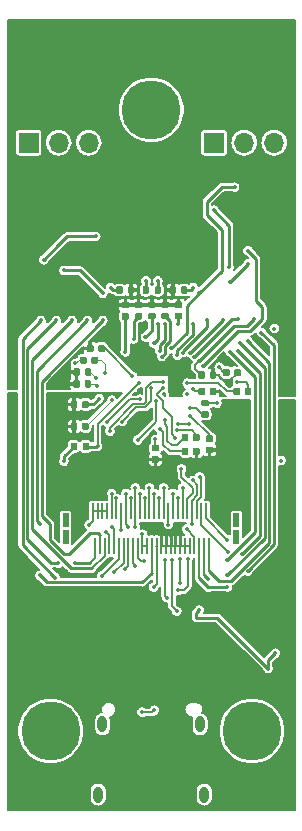
<source format=gbr>
%TF.GenerationSoftware,KiCad,Pcbnew,(5.1.2)-1*%
%TF.CreationDate,2022-05-17T10:19:51-05:00*%
%TF.ProjectId,aducm_board,61647563-6d5f-4626-9f61-72642e6b6963,1.6*%
%TF.SameCoordinates,Original*%
%TF.FileFunction,Copper,L4,Bot*%
%TF.FilePolarity,Positive*%
%FSLAX46Y46*%
G04 Gerber Fmt 4.6, Leading zero omitted, Abs format (unit mm)*
G04 Created by KiCad (PCBNEW (5.1.2)-1) date 2022-05-17 10:19:51*
%MOMM*%
%LPD*%
G04 APERTURE LIST*
%TA.AperFunction,Conductor*%
%ADD10C,0.100000*%
%TD*%
%TA.AperFunction,SMDPad,CuDef*%
%ADD11C,0.540000*%
%TD*%
%TA.AperFunction,SMDPad,CuDef*%
%ADD12R,0.500000X1.200000*%
%TD*%
%TA.AperFunction,SMDPad,CuDef*%
%ADD13R,0.196660X1.350000*%
%TD*%
%TA.AperFunction,ComponentPad*%
%ADD14C,5.000000*%
%TD*%
%TA.AperFunction,SMDPad,CuDef*%
%ADD15C,0.560000*%
%TD*%
%TA.AperFunction,ComponentPad*%
%ADD16O,0.800000X1.400000*%
%TD*%
%TA.AperFunction,ComponentPad*%
%ADD17O,1.700000X1.700000*%
%TD*%
%TA.AperFunction,ComponentPad*%
%ADD18R,1.700000X1.700000*%
%TD*%
%TA.AperFunction,ViaPad*%
%ADD19C,0.355600*%
%TD*%
%TA.AperFunction,Conductor*%
%ADD20C,0.152400*%
%TD*%
%TA.AperFunction,Conductor*%
%ADD21C,0.254000*%
%TD*%
%TA.AperFunction,Conductor*%
%ADD22C,0.076200*%
%TD*%
%TA.AperFunction,Conductor*%
%ADD23C,0.127000*%
%TD*%
G04 APERTURE END LIST*
D10*
%TO.N,DVDD*%
%TO.C,R5*%
G36*
X135088232Y-122390650D02*
G01*
X135101337Y-122392594D01*
X135114188Y-122395813D01*
X135126662Y-122400276D01*
X135138639Y-122405941D01*
X135150002Y-122412752D01*
X135160643Y-122420644D01*
X135170459Y-122429541D01*
X135179356Y-122439357D01*
X135187248Y-122449998D01*
X135194059Y-122461361D01*
X135199724Y-122473338D01*
X135204187Y-122485812D01*
X135207406Y-122498663D01*
X135209350Y-122511768D01*
X135210000Y-122525000D01*
X135210000Y-122895000D01*
X135209350Y-122908232D01*
X135207406Y-122921337D01*
X135204187Y-122934188D01*
X135199724Y-122946662D01*
X135194059Y-122958639D01*
X135187248Y-122970002D01*
X135179356Y-122980643D01*
X135170459Y-122990459D01*
X135160643Y-122999356D01*
X135150002Y-123007248D01*
X135138639Y-123014059D01*
X135126662Y-123019724D01*
X135114188Y-123024187D01*
X135101337Y-123027406D01*
X135088232Y-123029350D01*
X135075000Y-123030000D01*
X134805000Y-123030000D01*
X134791768Y-123029350D01*
X134778663Y-123027406D01*
X134765812Y-123024187D01*
X134753338Y-123019724D01*
X134741361Y-123014059D01*
X134729998Y-123007248D01*
X134719357Y-122999356D01*
X134709541Y-122990459D01*
X134700644Y-122980643D01*
X134692752Y-122970002D01*
X134685941Y-122958639D01*
X134680276Y-122946662D01*
X134675813Y-122934188D01*
X134672594Y-122921337D01*
X134670650Y-122908232D01*
X134670000Y-122895000D01*
X134670000Y-122525000D01*
X134670650Y-122511768D01*
X134672594Y-122498663D01*
X134675813Y-122485812D01*
X134680276Y-122473338D01*
X134685941Y-122461361D01*
X134692752Y-122449998D01*
X134700644Y-122439357D01*
X134709541Y-122429541D01*
X134719357Y-122420644D01*
X134729998Y-122412752D01*
X134741361Y-122405941D01*
X134753338Y-122400276D01*
X134765812Y-122395813D01*
X134778663Y-122392594D01*
X134791768Y-122390650D01*
X134805000Y-122390000D01*
X135075000Y-122390000D01*
X135088232Y-122390650D01*
X135088232Y-122390650D01*
G37*
D11*
%TD*%
%TO.P,R5,2*%
%TO.N,DVDD*%
X134940000Y-122710000D03*
D10*
%TO.N,/P1.1*%
%TO.C,R5*%
G36*
X136108232Y-122390650D02*
G01*
X136121337Y-122392594D01*
X136134188Y-122395813D01*
X136146662Y-122400276D01*
X136158639Y-122405941D01*
X136170002Y-122412752D01*
X136180643Y-122420644D01*
X136190459Y-122429541D01*
X136199356Y-122439357D01*
X136207248Y-122449998D01*
X136214059Y-122461361D01*
X136219724Y-122473338D01*
X136224187Y-122485812D01*
X136227406Y-122498663D01*
X136229350Y-122511768D01*
X136230000Y-122525000D01*
X136230000Y-122895000D01*
X136229350Y-122908232D01*
X136227406Y-122921337D01*
X136224187Y-122934188D01*
X136219724Y-122946662D01*
X136214059Y-122958639D01*
X136207248Y-122970002D01*
X136199356Y-122980643D01*
X136190459Y-122990459D01*
X136180643Y-122999356D01*
X136170002Y-123007248D01*
X136158639Y-123014059D01*
X136146662Y-123019724D01*
X136134188Y-123024187D01*
X136121337Y-123027406D01*
X136108232Y-123029350D01*
X136095000Y-123030000D01*
X135825000Y-123030000D01*
X135811768Y-123029350D01*
X135798663Y-123027406D01*
X135785812Y-123024187D01*
X135773338Y-123019724D01*
X135761361Y-123014059D01*
X135749998Y-123007248D01*
X135739357Y-122999356D01*
X135729541Y-122990459D01*
X135720644Y-122980643D01*
X135712752Y-122970002D01*
X135705941Y-122958639D01*
X135700276Y-122946662D01*
X135695813Y-122934188D01*
X135692594Y-122921337D01*
X135690650Y-122908232D01*
X135690000Y-122895000D01*
X135690000Y-122525000D01*
X135690650Y-122511768D01*
X135692594Y-122498663D01*
X135695813Y-122485812D01*
X135700276Y-122473338D01*
X135705941Y-122461361D01*
X135712752Y-122449998D01*
X135720644Y-122439357D01*
X135729541Y-122429541D01*
X135739357Y-122420644D01*
X135749998Y-122412752D01*
X135761361Y-122405941D01*
X135773338Y-122400276D01*
X135785812Y-122395813D01*
X135798663Y-122392594D01*
X135811768Y-122390650D01*
X135825000Y-122390000D01*
X136095000Y-122390000D01*
X136108232Y-122390650D01*
X136108232Y-122390650D01*
G37*
D11*
%TD*%
%TO.P,R5,1*%
%TO.N,/P1.1*%
X135960000Y-122710000D03*
D12*
%TO.P,J2,*%
%TO.N,*%
X148700000Y-128965000D03*
X148700000Y-130365000D03*
X134250000Y-128965000D03*
X134250000Y-130365000D03*
D13*
%TO.P,J2,2*%
%TO.N,DVDD*%
X136550000Y-128190000D03*
%TO.P,J2,4*%
X136950000Y-128190000D03*
%TO.P,J2,6*%
X137350000Y-128190000D03*
%TO.P,J2,8*%
X137750000Y-128190000D03*
%TO.P,J2,10*%
%TO.N,/P1.3_SPI1_MOSI*%
X138150000Y-128190000D03*
%TO.P,J2,12*%
%TO.N,/P1.5_SPI1_~CS*%
X138550000Y-128190000D03*
%TO.P,J2,14*%
%TO.N,/AIN6*%
X138950000Y-128190000D03*
%TO.P,J2,16*%
%TO.N,/UART_SIN*%
X139350000Y-128190000D03*
%TO.P,J2,18*%
%TO.N,/SWCLK*%
X139750000Y-128190000D03*
%TO.P,J2,20*%
%TO.N,/UART_SOUT*%
X140150000Y-128190000D03*
%TO.P,J2,22*%
%TO.N,/SWDIO*%
X140550000Y-128190000D03*
%TO.P,J2,24*%
%TO.N,/P2.4*%
X140950000Y-128190000D03*
%TO.P,J2,26*%
%TO.N,/P1.4_SPI1_MISO*%
X141350000Y-128190000D03*
%TO.P,J2,28*%
%TO.N,/P0.5_I2C_SDA*%
X141750000Y-128190000D03*
%TO.P,J2,30*%
%TO.N,/P0.4_I2C_SCL*%
X142150000Y-128190000D03*
%TO.P,J2,32*%
%TO.N,/P0.3_SPI0_~CS*%
X142550000Y-128190000D03*
%TO.P,J2,34*%
%TO.N,DVDD*%
X142950000Y-128190000D03*
%TO.P,J2,36*%
%TO.N,/P0.2_SPI0_~MISO*%
X143350000Y-128190000D03*
%TO.P,J2,38*%
%TO.N,/P0.1_SPI0_MOSI*%
X143750000Y-128190000D03*
%TO.P,J2,40*%
%TO.N,/P0.0_SPI0_CLK*%
X144150000Y-128190000D03*
%TO.P,J2,42*%
%TO.N,/PWM1*%
X144550000Y-128190000D03*
%TO.P,J2,44*%
%TO.N,/~RESET*%
X144950000Y-128190000D03*
%TO.P,J2,46*%
%TO.N,/PWM0*%
X145350000Y-128190000D03*
%TO.P,J2,48*%
%TO.N,/VBIAS1Breakout*%
X145750000Y-128190000D03*
%TO.P,J2,50*%
%TO.N,/VZERO1Breakout*%
X146150000Y-128190000D03*
%TO.P,J2,1*%
%TO.N,/CE0Breakout*%
X136750000Y-131140000D03*
%TO.P,J2,3*%
%TO.N,/WE0Breakout*%
X137150000Y-131140000D03*
%TO.P,J2,5*%
%TO.N,/RE0Breakout*%
X137550000Y-131140000D03*
%TO.P,J2,7*%
%TO.N,/P1.1*%
X137950000Y-131140000D03*
%TO.P,J2,9*%
%TO.N,/P1.0*%
X138350000Y-131140000D03*
%TO.P,J2,11*%
%TO.N,/AIN5*%
X138750000Y-131140000D03*
%TO.P,J2,13*%
%TO.N,/AIN2*%
X139150000Y-131140000D03*
%TO.P,J2,15*%
%TO.N,/AIN3*%
X139550000Y-131140000D03*
%TO.P,J2,17*%
%TO.N,/AIN1*%
X139950000Y-131140000D03*
%TO.P,J2,19*%
%TO.N,/AIN0*%
X140350000Y-131140000D03*
%TO.P,J2,21*%
%TO.N,DVDD*%
X140750000Y-131140000D03*
%TO.P,J2,23*%
X141150000Y-131140000D03*
%TO.P,J2,25*%
%TO.N,/VZERO0Breakout*%
X141550000Y-131140000D03*
%TO.P,J2,27*%
%TO.N,/VBIAS0Breakout*%
X141950000Y-131140000D03*
%TO.P,J2,29*%
%TO.N,DGND*%
X142350000Y-131140000D03*
%TO.P,J2,31*%
X142750000Y-131140000D03*
%TO.P,J2,33*%
X143150000Y-131140000D03*
%TO.P,J2,35*%
X143550000Y-131140000D03*
%TO.P,J2,37*%
X143950000Y-131140000D03*
%TO.P,J2,39*%
X144350000Y-131140000D03*
%TO.P,J2,41*%
X144750000Y-131140000D03*
%TO.P,J2,43*%
%TO.N,/P1.2_SPI1_CLK*%
X145150000Y-131140000D03*
%TO.P,J2,45*%
%TO.N,/RE1Breakout*%
X145550000Y-131140000D03*
%TO.P,J2,47*%
%TO.N,/WE1Breakout*%
X145950000Y-131140000D03*
%TO.P,J2,49*%
%TO.N,/CE1Breakout*%
X146350000Y-131140000D03*
%TD*%
D14*
%TO.P,REF\002A\002A,1*%
%TO.N,N/C*%
X141500000Y-94200000D03*
%TD*%
%TO.P,REF\002A\002A,1*%
%TO.N,N/C*%
X150026001Y-146800000D03*
%TD*%
%TO.P,REF\002A\002A,1*%
%TO.N,N/C*%
X132973999Y-146800000D03*
%TD*%
D10*
%TO.N,Net-(C23-Pad2)*%
%TO.C,C23*%
G36*
X148893722Y-117730674D02*
G01*
X148907313Y-117732690D01*
X148920640Y-117736028D01*
X148933576Y-117740657D01*
X148945996Y-117746531D01*
X148957780Y-117753594D01*
X148968815Y-117761779D01*
X148978995Y-117771005D01*
X148988221Y-117781185D01*
X148996406Y-117792220D01*
X149003469Y-117804004D01*
X149009343Y-117816424D01*
X149013972Y-117829360D01*
X149017310Y-117842687D01*
X149019326Y-117856278D01*
X149020000Y-117870000D01*
X149020000Y-118210000D01*
X149019326Y-118223722D01*
X149017310Y-118237313D01*
X149013972Y-118250640D01*
X149009343Y-118263576D01*
X149003469Y-118275996D01*
X148996406Y-118287780D01*
X148988221Y-118298815D01*
X148978995Y-118308995D01*
X148968815Y-118318221D01*
X148957780Y-118326406D01*
X148945996Y-118333469D01*
X148933576Y-118339343D01*
X148920640Y-118343972D01*
X148907313Y-118347310D01*
X148893722Y-118349326D01*
X148880000Y-118350000D01*
X148600000Y-118350000D01*
X148586278Y-118349326D01*
X148572687Y-118347310D01*
X148559360Y-118343972D01*
X148546424Y-118339343D01*
X148534004Y-118333469D01*
X148522220Y-118326406D01*
X148511185Y-118318221D01*
X148501005Y-118308995D01*
X148491779Y-118298815D01*
X148483594Y-118287780D01*
X148476531Y-118275996D01*
X148470657Y-118263576D01*
X148466028Y-118250640D01*
X148462690Y-118237313D01*
X148460674Y-118223722D01*
X148460000Y-118210000D01*
X148460000Y-117870000D01*
X148460674Y-117856278D01*
X148462690Y-117842687D01*
X148466028Y-117829360D01*
X148470657Y-117816424D01*
X148476531Y-117804004D01*
X148483594Y-117792220D01*
X148491779Y-117781185D01*
X148501005Y-117771005D01*
X148511185Y-117761779D01*
X148522220Y-117753594D01*
X148534004Y-117746531D01*
X148546424Y-117740657D01*
X148559360Y-117736028D01*
X148572687Y-117732690D01*
X148586278Y-117730674D01*
X148600000Y-117730000D01*
X148880000Y-117730000D01*
X148893722Y-117730674D01*
X148893722Y-117730674D01*
G37*
D15*
%TD*%
%TO.P,C23,2*%
%TO.N,Net-(C23-Pad2)*%
X148740000Y-118040000D03*
D10*
%TO.N,Net-(C23-Pad1)*%
%TO.C,C23*%
G36*
X149853722Y-117730674D02*
G01*
X149867313Y-117732690D01*
X149880640Y-117736028D01*
X149893576Y-117740657D01*
X149905996Y-117746531D01*
X149917780Y-117753594D01*
X149928815Y-117761779D01*
X149938995Y-117771005D01*
X149948221Y-117781185D01*
X149956406Y-117792220D01*
X149963469Y-117804004D01*
X149969343Y-117816424D01*
X149973972Y-117829360D01*
X149977310Y-117842687D01*
X149979326Y-117856278D01*
X149980000Y-117870000D01*
X149980000Y-118210000D01*
X149979326Y-118223722D01*
X149977310Y-118237313D01*
X149973972Y-118250640D01*
X149969343Y-118263576D01*
X149963469Y-118275996D01*
X149956406Y-118287780D01*
X149948221Y-118298815D01*
X149938995Y-118308995D01*
X149928815Y-118318221D01*
X149917780Y-118326406D01*
X149905996Y-118333469D01*
X149893576Y-118339343D01*
X149880640Y-118343972D01*
X149867313Y-118347310D01*
X149853722Y-118349326D01*
X149840000Y-118350000D01*
X149560000Y-118350000D01*
X149546278Y-118349326D01*
X149532687Y-118347310D01*
X149519360Y-118343972D01*
X149506424Y-118339343D01*
X149494004Y-118333469D01*
X149482220Y-118326406D01*
X149471185Y-118318221D01*
X149461005Y-118308995D01*
X149451779Y-118298815D01*
X149443594Y-118287780D01*
X149436531Y-118275996D01*
X149430657Y-118263576D01*
X149426028Y-118250640D01*
X149422690Y-118237313D01*
X149420674Y-118223722D01*
X149420000Y-118210000D01*
X149420000Y-117870000D01*
X149420674Y-117856278D01*
X149422690Y-117842687D01*
X149426028Y-117829360D01*
X149430657Y-117816424D01*
X149436531Y-117804004D01*
X149443594Y-117792220D01*
X149451779Y-117781185D01*
X149461005Y-117771005D01*
X149471185Y-117761779D01*
X149482220Y-117753594D01*
X149494004Y-117746531D01*
X149506424Y-117740657D01*
X149519360Y-117736028D01*
X149532687Y-117732690D01*
X149546278Y-117730674D01*
X149560000Y-117730000D01*
X149840000Y-117730000D01*
X149853722Y-117730674D01*
X149853722Y-117730674D01*
G37*
D15*
%TD*%
%TO.P,C23,1*%
%TO.N,Net-(C23-Pad1)*%
X149700000Y-118040000D03*
D16*
%TO.P,J1,S1*%
%TO.N,Net-(J1-PadS1)*%
X137010000Y-152180000D03*
X145990000Y-152180000D03*
X145630000Y-146230000D03*
X137370000Y-146230000D03*
%TD*%
D10*
%TO.N,DGND*%
%TO.C,C8*%
G36*
X135123722Y-118840674D02*
G01*
X135137313Y-118842690D01*
X135150640Y-118846028D01*
X135163576Y-118850657D01*
X135175996Y-118856531D01*
X135187780Y-118863594D01*
X135198815Y-118871779D01*
X135208995Y-118881005D01*
X135218221Y-118891185D01*
X135226406Y-118902220D01*
X135233469Y-118914004D01*
X135239343Y-118926424D01*
X135243972Y-118939360D01*
X135247310Y-118952687D01*
X135249326Y-118966278D01*
X135250000Y-118980000D01*
X135250000Y-119320000D01*
X135249326Y-119333722D01*
X135247310Y-119347313D01*
X135243972Y-119360640D01*
X135239343Y-119373576D01*
X135233469Y-119385996D01*
X135226406Y-119397780D01*
X135218221Y-119408815D01*
X135208995Y-119418995D01*
X135198815Y-119428221D01*
X135187780Y-119436406D01*
X135175996Y-119443469D01*
X135163576Y-119449343D01*
X135150640Y-119453972D01*
X135137313Y-119457310D01*
X135123722Y-119459326D01*
X135110000Y-119460000D01*
X134830000Y-119460000D01*
X134816278Y-119459326D01*
X134802687Y-119457310D01*
X134789360Y-119453972D01*
X134776424Y-119449343D01*
X134764004Y-119443469D01*
X134752220Y-119436406D01*
X134741185Y-119428221D01*
X134731005Y-119418995D01*
X134721779Y-119408815D01*
X134713594Y-119397780D01*
X134706531Y-119385996D01*
X134700657Y-119373576D01*
X134696028Y-119360640D01*
X134692690Y-119347313D01*
X134690674Y-119333722D01*
X134690000Y-119320000D01*
X134690000Y-118980000D01*
X134690674Y-118966278D01*
X134692690Y-118952687D01*
X134696028Y-118939360D01*
X134700657Y-118926424D01*
X134706531Y-118914004D01*
X134713594Y-118902220D01*
X134721779Y-118891185D01*
X134731005Y-118881005D01*
X134741185Y-118871779D01*
X134752220Y-118863594D01*
X134764004Y-118856531D01*
X134776424Y-118850657D01*
X134789360Y-118846028D01*
X134802687Y-118842690D01*
X134816278Y-118840674D01*
X134830000Y-118840000D01*
X135110000Y-118840000D01*
X135123722Y-118840674D01*
X135123722Y-118840674D01*
G37*
D15*
%TD*%
%TO.P,C8,2*%
%TO.N,DGND*%
X134970000Y-119150000D03*
D10*
%TO.N,DVDD*%
%TO.C,C8*%
G36*
X136083722Y-118840674D02*
G01*
X136097313Y-118842690D01*
X136110640Y-118846028D01*
X136123576Y-118850657D01*
X136135996Y-118856531D01*
X136147780Y-118863594D01*
X136158815Y-118871779D01*
X136168995Y-118881005D01*
X136178221Y-118891185D01*
X136186406Y-118902220D01*
X136193469Y-118914004D01*
X136199343Y-118926424D01*
X136203972Y-118939360D01*
X136207310Y-118952687D01*
X136209326Y-118966278D01*
X136210000Y-118980000D01*
X136210000Y-119320000D01*
X136209326Y-119333722D01*
X136207310Y-119347313D01*
X136203972Y-119360640D01*
X136199343Y-119373576D01*
X136193469Y-119385996D01*
X136186406Y-119397780D01*
X136178221Y-119408815D01*
X136168995Y-119418995D01*
X136158815Y-119428221D01*
X136147780Y-119436406D01*
X136135996Y-119443469D01*
X136123576Y-119449343D01*
X136110640Y-119453972D01*
X136097313Y-119457310D01*
X136083722Y-119459326D01*
X136070000Y-119460000D01*
X135790000Y-119460000D01*
X135776278Y-119459326D01*
X135762687Y-119457310D01*
X135749360Y-119453972D01*
X135736424Y-119449343D01*
X135724004Y-119443469D01*
X135712220Y-119436406D01*
X135701185Y-119428221D01*
X135691005Y-119418995D01*
X135681779Y-119408815D01*
X135673594Y-119397780D01*
X135666531Y-119385996D01*
X135660657Y-119373576D01*
X135656028Y-119360640D01*
X135652690Y-119347313D01*
X135650674Y-119333722D01*
X135650000Y-119320000D01*
X135650000Y-118980000D01*
X135650674Y-118966278D01*
X135652690Y-118952687D01*
X135656028Y-118939360D01*
X135660657Y-118926424D01*
X135666531Y-118914004D01*
X135673594Y-118902220D01*
X135681779Y-118891185D01*
X135691005Y-118881005D01*
X135701185Y-118871779D01*
X135712220Y-118863594D01*
X135724004Y-118856531D01*
X135736424Y-118850657D01*
X135749360Y-118846028D01*
X135762687Y-118842690D01*
X135776278Y-118840674D01*
X135790000Y-118840000D01*
X136070000Y-118840000D01*
X136083722Y-118840674D01*
X136083722Y-118840674D01*
G37*
D15*
%TD*%
%TO.P,C8,1*%
%TO.N,DVDD*%
X135930000Y-119150000D03*
D10*
%TO.N,DGND*%
%TO.C,C9*%
G36*
X142033722Y-123530674D02*
G01*
X142047313Y-123532690D01*
X142060640Y-123536028D01*
X142073576Y-123540657D01*
X142085996Y-123546531D01*
X142097780Y-123553594D01*
X142108815Y-123561779D01*
X142118995Y-123571005D01*
X142128221Y-123581185D01*
X142136406Y-123592220D01*
X142143469Y-123604004D01*
X142149343Y-123616424D01*
X142153972Y-123629360D01*
X142157310Y-123642687D01*
X142159326Y-123656278D01*
X142160000Y-123670000D01*
X142160000Y-123950000D01*
X142159326Y-123963722D01*
X142157310Y-123977313D01*
X142153972Y-123990640D01*
X142149343Y-124003576D01*
X142143469Y-124015996D01*
X142136406Y-124027780D01*
X142128221Y-124038815D01*
X142118995Y-124048995D01*
X142108815Y-124058221D01*
X142097780Y-124066406D01*
X142085996Y-124073469D01*
X142073576Y-124079343D01*
X142060640Y-124083972D01*
X142047313Y-124087310D01*
X142033722Y-124089326D01*
X142020000Y-124090000D01*
X141680000Y-124090000D01*
X141666278Y-124089326D01*
X141652687Y-124087310D01*
X141639360Y-124083972D01*
X141626424Y-124079343D01*
X141614004Y-124073469D01*
X141602220Y-124066406D01*
X141591185Y-124058221D01*
X141581005Y-124048995D01*
X141571779Y-124038815D01*
X141563594Y-124027780D01*
X141556531Y-124015996D01*
X141550657Y-124003576D01*
X141546028Y-123990640D01*
X141542690Y-123977313D01*
X141540674Y-123963722D01*
X141540000Y-123950000D01*
X141540000Y-123670000D01*
X141540674Y-123656278D01*
X141542690Y-123642687D01*
X141546028Y-123629360D01*
X141550657Y-123616424D01*
X141556531Y-123604004D01*
X141563594Y-123592220D01*
X141571779Y-123581185D01*
X141581005Y-123571005D01*
X141591185Y-123561779D01*
X141602220Y-123553594D01*
X141614004Y-123546531D01*
X141626424Y-123540657D01*
X141639360Y-123536028D01*
X141652687Y-123532690D01*
X141666278Y-123530674D01*
X141680000Y-123530000D01*
X142020000Y-123530000D01*
X142033722Y-123530674D01*
X142033722Y-123530674D01*
G37*
D15*
%TD*%
%TO.P,C9,2*%
%TO.N,DGND*%
X141850000Y-123810000D03*
D10*
%TO.N,DVDD*%
%TO.C,C9*%
G36*
X142033722Y-122570674D02*
G01*
X142047313Y-122572690D01*
X142060640Y-122576028D01*
X142073576Y-122580657D01*
X142085996Y-122586531D01*
X142097780Y-122593594D01*
X142108815Y-122601779D01*
X142118995Y-122611005D01*
X142128221Y-122621185D01*
X142136406Y-122632220D01*
X142143469Y-122644004D01*
X142149343Y-122656424D01*
X142153972Y-122669360D01*
X142157310Y-122682687D01*
X142159326Y-122696278D01*
X142160000Y-122710000D01*
X142160000Y-122990000D01*
X142159326Y-123003722D01*
X142157310Y-123017313D01*
X142153972Y-123030640D01*
X142149343Y-123043576D01*
X142143469Y-123055996D01*
X142136406Y-123067780D01*
X142128221Y-123078815D01*
X142118995Y-123088995D01*
X142108815Y-123098221D01*
X142097780Y-123106406D01*
X142085996Y-123113469D01*
X142073576Y-123119343D01*
X142060640Y-123123972D01*
X142047313Y-123127310D01*
X142033722Y-123129326D01*
X142020000Y-123130000D01*
X141680000Y-123130000D01*
X141666278Y-123129326D01*
X141652687Y-123127310D01*
X141639360Y-123123972D01*
X141626424Y-123119343D01*
X141614004Y-123113469D01*
X141602220Y-123106406D01*
X141591185Y-123098221D01*
X141581005Y-123088995D01*
X141571779Y-123078815D01*
X141563594Y-123067780D01*
X141556531Y-123055996D01*
X141550657Y-123043576D01*
X141546028Y-123030640D01*
X141542690Y-123017313D01*
X141540674Y-123003722D01*
X141540000Y-122990000D01*
X141540000Y-122710000D01*
X141540674Y-122696278D01*
X141542690Y-122682687D01*
X141546028Y-122669360D01*
X141550657Y-122656424D01*
X141556531Y-122644004D01*
X141563594Y-122632220D01*
X141571779Y-122621185D01*
X141581005Y-122611005D01*
X141591185Y-122601779D01*
X141602220Y-122593594D01*
X141614004Y-122586531D01*
X141626424Y-122580657D01*
X141639360Y-122576028D01*
X141652687Y-122572690D01*
X141666278Y-122570674D01*
X141680000Y-122570000D01*
X142020000Y-122570000D01*
X142033722Y-122570674D01*
X142033722Y-122570674D01*
G37*
D15*
%TD*%
%TO.P,C9,1*%
%TO.N,DVDD*%
X141850000Y-122850000D03*
D10*
%TO.N,Net-(C27-Pad2)*%
%TO.C,C27*%
G36*
X145473722Y-121630674D02*
G01*
X145487313Y-121632690D01*
X145500640Y-121636028D01*
X145513576Y-121640657D01*
X145525996Y-121646531D01*
X145537780Y-121653594D01*
X145548815Y-121661779D01*
X145558995Y-121671005D01*
X145568221Y-121681185D01*
X145576406Y-121692220D01*
X145583469Y-121704004D01*
X145589343Y-121716424D01*
X145593972Y-121729360D01*
X145597310Y-121742687D01*
X145599326Y-121756278D01*
X145600000Y-121770000D01*
X145600000Y-122110000D01*
X145599326Y-122123722D01*
X145597310Y-122137313D01*
X145593972Y-122150640D01*
X145589343Y-122163576D01*
X145583469Y-122175996D01*
X145576406Y-122187780D01*
X145568221Y-122198815D01*
X145558995Y-122208995D01*
X145548815Y-122218221D01*
X145537780Y-122226406D01*
X145525996Y-122233469D01*
X145513576Y-122239343D01*
X145500640Y-122243972D01*
X145487313Y-122247310D01*
X145473722Y-122249326D01*
X145460000Y-122250000D01*
X145180000Y-122250000D01*
X145166278Y-122249326D01*
X145152687Y-122247310D01*
X145139360Y-122243972D01*
X145126424Y-122239343D01*
X145114004Y-122233469D01*
X145102220Y-122226406D01*
X145091185Y-122218221D01*
X145081005Y-122208995D01*
X145071779Y-122198815D01*
X145063594Y-122187780D01*
X145056531Y-122175996D01*
X145050657Y-122163576D01*
X145046028Y-122150640D01*
X145042690Y-122137313D01*
X145040674Y-122123722D01*
X145040000Y-122110000D01*
X145040000Y-121770000D01*
X145040674Y-121756278D01*
X145042690Y-121742687D01*
X145046028Y-121729360D01*
X145050657Y-121716424D01*
X145056531Y-121704004D01*
X145063594Y-121692220D01*
X145071779Y-121681185D01*
X145081005Y-121671005D01*
X145091185Y-121661779D01*
X145102220Y-121653594D01*
X145114004Y-121646531D01*
X145126424Y-121640657D01*
X145139360Y-121636028D01*
X145152687Y-121632690D01*
X145166278Y-121630674D01*
X145180000Y-121630000D01*
X145460000Y-121630000D01*
X145473722Y-121630674D01*
X145473722Y-121630674D01*
G37*
D15*
%TD*%
%TO.P,C27,2*%
%TO.N,Net-(C27-Pad2)*%
X145320000Y-121940000D03*
D10*
%TO.N,Net-(C27-Pad1)*%
%TO.C,C27*%
G36*
X144513722Y-121630674D02*
G01*
X144527313Y-121632690D01*
X144540640Y-121636028D01*
X144553576Y-121640657D01*
X144565996Y-121646531D01*
X144577780Y-121653594D01*
X144588815Y-121661779D01*
X144598995Y-121671005D01*
X144608221Y-121681185D01*
X144616406Y-121692220D01*
X144623469Y-121704004D01*
X144629343Y-121716424D01*
X144633972Y-121729360D01*
X144637310Y-121742687D01*
X144639326Y-121756278D01*
X144640000Y-121770000D01*
X144640000Y-122110000D01*
X144639326Y-122123722D01*
X144637310Y-122137313D01*
X144633972Y-122150640D01*
X144629343Y-122163576D01*
X144623469Y-122175996D01*
X144616406Y-122187780D01*
X144608221Y-122198815D01*
X144598995Y-122208995D01*
X144588815Y-122218221D01*
X144577780Y-122226406D01*
X144565996Y-122233469D01*
X144553576Y-122239343D01*
X144540640Y-122243972D01*
X144527313Y-122247310D01*
X144513722Y-122249326D01*
X144500000Y-122250000D01*
X144220000Y-122250000D01*
X144206278Y-122249326D01*
X144192687Y-122247310D01*
X144179360Y-122243972D01*
X144166424Y-122239343D01*
X144154004Y-122233469D01*
X144142220Y-122226406D01*
X144131185Y-122218221D01*
X144121005Y-122208995D01*
X144111779Y-122198815D01*
X144103594Y-122187780D01*
X144096531Y-122175996D01*
X144090657Y-122163576D01*
X144086028Y-122150640D01*
X144082690Y-122137313D01*
X144080674Y-122123722D01*
X144080000Y-122110000D01*
X144080000Y-121770000D01*
X144080674Y-121756278D01*
X144082690Y-121742687D01*
X144086028Y-121729360D01*
X144090657Y-121716424D01*
X144096531Y-121704004D01*
X144103594Y-121692220D01*
X144111779Y-121681185D01*
X144121005Y-121671005D01*
X144131185Y-121661779D01*
X144142220Y-121653594D01*
X144154004Y-121646531D01*
X144166424Y-121640657D01*
X144179360Y-121636028D01*
X144192687Y-121632690D01*
X144206278Y-121630674D01*
X144220000Y-121630000D01*
X144500000Y-121630000D01*
X144513722Y-121630674D01*
X144513722Y-121630674D01*
G37*
D15*
%TD*%
%TO.P,C27,1*%
%TO.N,Net-(C27-Pad1)*%
X144360000Y-121940000D03*
D10*
%TO.N,DGND*%
%TO.C,C31*%
G36*
X145473722Y-122810674D02*
G01*
X145487313Y-122812690D01*
X145500640Y-122816028D01*
X145513576Y-122820657D01*
X145525996Y-122826531D01*
X145537780Y-122833594D01*
X145548815Y-122841779D01*
X145558995Y-122851005D01*
X145568221Y-122861185D01*
X145576406Y-122872220D01*
X145583469Y-122884004D01*
X145589343Y-122896424D01*
X145593972Y-122909360D01*
X145597310Y-122922687D01*
X145599326Y-122936278D01*
X145600000Y-122950000D01*
X145600000Y-123290000D01*
X145599326Y-123303722D01*
X145597310Y-123317313D01*
X145593972Y-123330640D01*
X145589343Y-123343576D01*
X145583469Y-123355996D01*
X145576406Y-123367780D01*
X145568221Y-123378815D01*
X145558995Y-123388995D01*
X145548815Y-123398221D01*
X145537780Y-123406406D01*
X145525996Y-123413469D01*
X145513576Y-123419343D01*
X145500640Y-123423972D01*
X145487313Y-123427310D01*
X145473722Y-123429326D01*
X145460000Y-123430000D01*
X145180000Y-123430000D01*
X145166278Y-123429326D01*
X145152687Y-123427310D01*
X145139360Y-123423972D01*
X145126424Y-123419343D01*
X145114004Y-123413469D01*
X145102220Y-123406406D01*
X145091185Y-123398221D01*
X145081005Y-123388995D01*
X145071779Y-123378815D01*
X145063594Y-123367780D01*
X145056531Y-123355996D01*
X145050657Y-123343576D01*
X145046028Y-123330640D01*
X145042690Y-123317313D01*
X145040674Y-123303722D01*
X145040000Y-123290000D01*
X145040000Y-122950000D01*
X145040674Y-122936278D01*
X145042690Y-122922687D01*
X145046028Y-122909360D01*
X145050657Y-122896424D01*
X145056531Y-122884004D01*
X145063594Y-122872220D01*
X145071779Y-122861185D01*
X145081005Y-122851005D01*
X145091185Y-122841779D01*
X145102220Y-122833594D01*
X145114004Y-122826531D01*
X145126424Y-122820657D01*
X145139360Y-122816028D01*
X145152687Y-122812690D01*
X145166278Y-122810674D01*
X145180000Y-122810000D01*
X145460000Y-122810000D01*
X145473722Y-122810674D01*
X145473722Y-122810674D01*
G37*
D15*
%TD*%
%TO.P,C31,2*%
%TO.N,DGND*%
X145320000Y-123120000D03*
D10*
%TO.N,Net-(C31-Pad1)*%
%TO.C,C31*%
G36*
X144513722Y-122810674D02*
G01*
X144527313Y-122812690D01*
X144540640Y-122816028D01*
X144553576Y-122820657D01*
X144565996Y-122826531D01*
X144577780Y-122833594D01*
X144588815Y-122841779D01*
X144598995Y-122851005D01*
X144608221Y-122861185D01*
X144616406Y-122872220D01*
X144623469Y-122884004D01*
X144629343Y-122896424D01*
X144633972Y-122909360D01*
X144637310Y-122922687D01*
X144639326Y-122936278D01*
X144640000Y-122950000D01*
X144640000Y-123290000D01*
X144639326Y-123303722D01*
X144637310Y-123317313D01*
X144633972Y-123330640D01*
X144629343Y-123343576D01*
X144623469Y-123355996D01*
X144616406Y-123367780D01*
X144608221Y-123378815D01*
X144598995Y-123388995D01*
X144588815Y-123398221D01*
X144577780Y-123406406D01*
X144565996Y-123413469D01*
X144553576Y-123419343D01*
X144540640Y-123423972D01*
X144527313Y-123427310D01*
X144513722Y-123429326D01*
X144500000Y-123430000D01*
X144220000Y-123430000D01*
X144206278Y-123429326D01*
X144192687Y-123427310D01*
X144179360Y-123423972D01*
X144166424Y-123419343D01*
X144154004Y-123413469D01*
X144142220Y-123406406D01*
X144131185Y-123398221D01*
X144121005Y-123388995D01*
X144111779Y-123378815D01*
X144103594Y-123367780D01*
X144096531Y-123355996D01*
X144090657Y-123343576D01*
X144086028Y-123330640D01*
X144082690Y-123317313D01*
X144080674Y-123303722D01*
X144080000Y-123290000D01*
X144080000Y-122950000D01*
X144080674Y-122936278D01*
X144082690Y-122922687D01*
X144086028Y-122909360D01*
X144090657Y-122896424D01*
X144096531Y-122884004D01*
X144103594Y-122872220D01*
X144111779Y-122861185D01*
X144121005Y-122851005D01*
X144131185Y-122841779D01*
X144142220Y-122833594D01*
X144154004Y-122826531D01*
X144166424Y-122820657D01*
X144179360Y-122816028D01*
X144192687Y-122812690D01*
X144206278Y-122810674D01*
X144220000Y-122810000D01*
X144500000Y-122810000D01*
X144513722Y-122810674D01*
X144513722Y-122810674D01*
G37*
D15*
%TD*%
%TO.P,C31,1*%
%TO.N,Net-(C31-Pad1)*%
X144360000Y-123120000D03*
D10*
%TO.N,DGND*%
%TO.C,C21*%
G36*
X146633722Y-122730674D02*
G01*
X146647313Y-122732690D01*
X146660640Y-122736028D01*
X146673576Y-122740657D01*
X146685996Y-122746531D01*
X146697780Y-122753594D01*
X146708815Y-122761779D01*
X146718995Y-122771005D01*
X146728221Y-122781185D01*
X146736406Y-122792220D01*
X146743469Y-122804004D01*
X146749343Y-122816424D01*
X146753972Y-122829360D01*
X146757310Y-122842687D01*
X146759326Y-122856278D01*
X146760000Y-122870000D01*
X146760000Y-123150000D01*
X146759326Y-123163722D01*
X146757310Y-123177313D01*
X146753972Y-123190640D01*
X146749343Y-123203576D01*
X146743469Y-123215996D01*
X146736406Y-123227780D01*
X146728221Y-123238815D01*
X146718995Y-123248995D01*
X146708815Y-123258221D01*
X146697780Y-123266406D01*
X146685996Y-123273469D01*
X146673576Y-123279343D01*
X146660640Y-123283972D01*
X146647313Y-123287310D01*
X146633722Y-123289326D01*
X146620000Y-123290000D01*
X146280000Y-123290000D01*
X146266278Y-123289326D01*
X146252687Y-123287310D01*
X146239360Y-123283972D01*
X146226424Y-123279343D01*
X146214004Y-123273469D01*
X146202220Y-123266406D01*
X146191185Y-123258221D01*
X146181005Y-123248995D01*
X146171779Y-123238815D01*
X146163594Y-123227780D01*
X146156531Y-123215996D01*
X146150657Y-123203576D01*
X146146028Y-123190640D01*
X146142690Y-123177313D01*
X146140674Y-123163722D01*
X146140000Y-123150000D01*
X146140000Y-122870000D01*
X146140674Y-122856278D01*
X146142690Y-122842687D01*
X146146028Y-122829360D01*
X146150657Y-122816424D01*
X146156531Y-122804004D01*
X146163594Y-122792220D01*
X146171779Y-122781185D01*
X146181005Y-122771005D01*
X146191185Y-122761779D01*
X146202220Y-122753594D01*
X146214004Y-122746531D01*
X146226424Y-122740657D01*
X146239360Y-122736028D01*
X146252687Y-122732690D01*
X146266278Y-122730674D01*
X146280000Y-122730000D01*
X146620000Y-122730000D01*
X146633722Y-122730674D01*
X146633722Y-122730674D01*
G37*
D15*
%TD*%
%TO.P,C21,2*%
%TO.N,DGND*%
X146450000Y-123010000D03*
D10*
%TO.N,Net-(C21-Pad1)*%
%TO.C,C21*%
G36*
X146633722Y-121770674D02*
G01*
X146647313Y-121772690D01*
X146660640Y-121776028D01*
X146673576Y-121780657D01*
X146685996Y-121786531D01*
X146697780Y-121793594D01*
X146708815Y-121801779D01*
X146718995Y-121811005D01*
X146728221Y-121821185D01*
X146736406Y-121832220D01*
X146743469Y-121844004D01*
X146749343Y-121856424D01*
X146753972Y-121869360D01*
X146757310Y-121882687D01*
X146759326Y-121896278D01*
X146760000Y-121910000D01*
X146760000Y-122190000D01*
X146759326Y-122203722D01*
X146757310Y-122217313D01*
X146753972Y-122230640D01*
X146749343Y-122243576D01*
X146743469Y-122255996D01*
X146736406Y-122267780D01*
X146728221Y-122278815D01*
X146718995Y-122288995D01*
X146708815Y-122298221D01*
X146697780Y-122306406D01*
X146685996Y-122313469D01*
X146673576Y-122319343D01*
X146660640Y-122323972D01*
X146647313Y-122327310D01*
X146633722Y-122329326D01*
X146620000Y-122330000D01*
X146280000Y-122330000D01*
X146266278Y-122329326D01*
X146252687Y-122327310D01*
X146239360Y-122323972D01*
X146226424Y-122319343D01*
X146214004Y-122313469D01*
X146202220Y-122306406D01*
X146191185Y-122298221D01*
X146181005Y-122288995D01*
X146171779Y-122278815D01*
X146163594Y-122267780D01*
X146156531Y-122255996D01*
X146150657Y-122243576D01*
X146146028Y-122230640D01*
X146142690Y-122217313D01*
X146140674Y-122203722D01*
X146140000Y-122190000D01*
X146140000Y-121910000D01*
X146140674Y-121896278D01*
X146142690Y-121882687D01*
X146146028Y-121869360D01*
X146150657Y-121856424D01*
X146156531Y-121844004D01*
X146163594Y-121832220D01*
X146171779Y-121821185D01*
X146181005Y-121811005D01*
X146191185Y-121801779D01*
X146202220Y-121793594D01*
X146214004Y-121786531D01*
X146226424Y-121780657D01*
X146239360Y-121776028D01*
X146252687Y-121772690D01*
X146266278Y-121770674D01*
X146280000Y-121770000D01*
X146620000Y-121770000D01*
X146633722Y-121770674D01*
X146633722Y-121770674D01*
G37*
D15*
%TD*%
%TO.P,C21,1*%
%TO.N,Net-(C21-Pad1)*%
X146450000Y-122050000D03*
D10*
%TO.N,Net-(R4-Pad1)*%
%TO.C,R4*%
G36*
X142208232Y-109140650D02*
G01*
X142221337Y-109142594D01*
X142234188Y-109145813D01*
X142246662Y-109150276D01*
X142258639Y-109155941D01*
X142270002Y-109162752D01*
X142280643Y-109170644D01*
X142290459Y-109179541D01*
X142299356Y-109189357D01*
X142307248Y-109199998D01*
X142314059Y-109211361D01*
X142319724Y-109223338D01*
X142324187Y-109235812D01*
X142327406Y-109248663D01*
X142329350Y-109261768D01*
X142330000Y-109275000D01*
X142330000Y-109645000D01*
X142329350Y-109658232D01*
X142327406Y-109671337D01*
X142324187Y-109684188D01*
X142319724Y-109696662D01*
X142314059Y-109708639D01*
X142307248Y-109720002D01*
X142299356Y-109730643D01*
X142290459Y-109740459D01*
X142280643Y-109749356D01*
X142270002Y-109757248D01*
X142258639Y-109764059D01*
X142246662Y-109769724D01*
X142234188Y-109774187D01*
X142221337Y-109777406D01*
X142208232Y-109779350D01*
X142195000Y-109780000D01*
X141925000Y-109780000D01*
X141911768Y-109779350D01*
X141898663Y-109777406D01*
X141885812Y-109774187D01*
X141873338Y-109769724D01*
X141861361Y-109764059D01*
X141849998Y-109757248D01*
X141839357Y-109749356D01*
X141829541Y-109740459D01*
X141820644Y-109730643D01*
X141812752Y-109720002D01*
X141805941Y-109708639D01*
X141800276Y-109696662D01*
X141795813Y-109684188D01*
X141792594Y-109671337D01*
X141790650Y-109658232D01*
X141790000Y-109645000D01*
X141790000Y-109275000D01*
X141790650Y-109261768D01*
X141792594Y-109248663D01*
X141795813Y-109235812D01*
X141800276Y-109223338D01*
X141805941Y-109211361D01*
X141812752Y-109199998D01*
X141820644Y-109189357D01*
X141829541Y-109179541D01*
X141839357Y-109170644D01*
X141849998Y-109162752D01*
X141861361Y-109155941D01*
X141873338Y-109150276D01*
X141885812Y-109145813D01*
X141898663Y-109142594D01*
X141911768Y-109140650D01*
X141925000Y-109140000D01*
X142195000Y-109140000D01*
X142208232Y-109140650D01*
X142208232Y-109140650D01*
G37*
D11*
%TD*%
%TO.P,R4,1*%
%TO.N,Net-(R4-Pad1)*%
X142060000Y-109460000D03*
D10*
%TO.N,Net-(R4-Pad2)*%
%TO.C,R4*%
G36*
X141188232Y-109140650D02*
G01*
X141201337Y-109142594D01*
X141214188Y-109145813D01*
X141226662Y-109150276D01*
X141238639Y-109155941D01*
X141250002Y-109162752D01*
X141260643Y-109170644D01*
X141270459Y-109179541D01*
X141279356Y-109189357D01*
X141287248Y-109199998D01*
X141294059Y-109211361D01*
X141299724Y-109223338D01*
X141304187Y-109235812D01*
X141307406Y-109248663D01*
X141309350Y-109261768D01*
X141310000Y-109275000D01*
X141310000Y-109645000D01*
X141309350Y-109658232D01*
X141307406Y-109671337D01*
X141304187Y-109684188D01*
X141299724Y-109696662D01*
X141294059Y-109708639D01*
X141287248Y-109720002D01*
X141279356Y-109730643D01*
X141270459Y-109740459D01*
X141260643Y-109749356D01*
X141250002Y-109757248D01*
X141238639Y-109764059D01*
X141226662Y-109769724D01*
X141214188Y-109774187D01*
X141201337Y-109777406D01*
X141188232Y-109779350D01*
X141175000Y-109780000D01*
X140905000Y-109780000D01*
X140891768Y-109779350D01*
X140878663Y-109777406D01*
X140865812Y-109774187D01*
X140853338Y-109769724D01*
X140841361Y-109764059D01*
X140829998Y-109757248D01*
X140819357Y-109749356D01*
X140809541Y-109740459D01*
X140800644Y-109730643D01*
X140792752Y-109720002D01*
X140785941Y-109708639D01*
X140780276Y-109696662D01*
X140775813Y-109684188D01*
X140772594Y-109671337D01*
X140770650Y-109658232D01*
X140770000Y-109645000D01*
X140770000Y-109275000D01*
X140770650Y-109261768D01*
X140772594Y-109248663D01*
X140775813Y-109235812D01*
X140780276Y-109223338D01*
X140785941Y-109211361D01*
X140792752Y-109199998D01*
X140800644Y-109189357D01*
X140809541Y-109179541D01*
X140819357Y-109170644D01*
X140829998Y-109162752D01*
X140841361Y-109155941D01*
X140853338Y-109150276D01*
X140865812Y-109145813D01*
X140878663Y-109142594D01*
X140891768Y-109140650D01*
X140905000Y-109140000D01*
X141175000Y-109140000D01*
X141188232Y-109140650D01*
X141188232Y-109140650D01*
G37*
D11*
%TD*%
%TO.P,R4,2*%
%TO.N,Net-(R4-Pad2)*%
X141040000Y-109460000D03*
D17*
%TO.P,J3,3*%
%TO.N,Net-(FB5-Pad1)*%
X151900000Y-96990000D03*
%TO.P,J3,2*%
%TO.N,Net-(FB4-Pad1)*%
X149360000Y-96990000D03*
D18*
%TO.P,J3,1*%
%TO.N,Net-(FB3-Pad1)*%
X146820000Y-96990000D03*
%TD*%
D17*
%TO.P,J4,3*%
%TO.N,Net-(FB8-Pad1)*%
X136200000Y-96990000D03*
%TO.P,J4,2*%
%TO.N,Net-(FB7-Pad1)*%
X133660000Y-96990000D03*
D18*
%TO.P,J4,1*%
%TO.N,Net-(FB6-Pad1)*%
X131120000Y-96990000D03*
%TD*%
D10*
%TO.N,AGND*%
%TO.C,C29*%
G36*
X135323722Y-117100674D02*
G01*
X135337313Y-117102690D01*
X135350640Y-117106028D01*
X135363576Y-117110657D01*
X135375996Y-117116531D01*
X135387780Y-117123594D01*
X135398815Y-117131779D01*
X135408995Y-117141005D01*
X135418221Y-117151185D01*
X135426406Y-117162220D01*
X135433469Y-117174004D01*
X135439343Y-117186424D01*
X135443972Y-117199360D01*
X135447310Y-117212687D01*
X135449326Y-117226278D01*
X135450000Y-117240000D01*
X135450000Y-117580000D01*
X135449326Y-117593722D01*
X135447310Y-117607313D01*
X135443972Y-117620640D01*
X135439343Y-117633576D01*
X135433469Y-117645996D01*
X135426406Y-117657780D01*
X135418221Y-117668815D01*
X135408995Y-117678995D01*
X135398815Y-117688221D01*
X135387780Y-117696406D01*
X135375996Y-117703469D01*
X135363576Y-117709343D01*
X135350640Y-117713972D01*
X135337313Y-117717310D01*
X135323722Y-117719326D01*
X135310000Y-117720000D01*
X135030000Y-117720000D01*
X135016278Y-117719326D01*
X135002687Y-117717310D01*
X134989360Y-117713972D01*
X134976424Y-117709343D01*
X134964004Y-117703469D01*
X134952220Y-117696406D01*
X134941185Y-117688221D01*
X134931005Y-117678995D01*
X134921779Y-117668815D01*
X134913594Y-117657780D01*
X134906531Y-117645996D01*
X134900657Y-117633576D01*
X134896028Y-117620640D01*
X134892690Y-117607313D01*
X134890674Y-117593722D01*
X134890000Y-117580000D01*
X134890000Y-117240000D01*
X134890674Y-117226278D01*
X134892690Y-117212687D01*
X134896028Y-117199360D01*
X134900657Y-117186424D01*
X134906531Y-117174004D01*
X134913594Y-117162220D01*
X134921779Y-117151185D01*
X134931005Y-117141005D01*
X134941185Y-117131779D01*
X134952220Y-117123594D01*
X134964004Y-117116531D01*
X134976424Y-117110657D01*
X134989360Y-117106028D01*
X135002687Y-117102690D01*
X135016278Y-117100674D01*
X135030000Y-117100000D01*
X135310000Y-117100000D01*
X135323722Y-117100674D01*
X135323722Y-117100674D01*
G37*
D15*
%TD*%
%TO.P,C29,2*%
%TO.N,AGND*%
X135170000Y-117410000D03*
D10*
%TO.N,Net-(C29-Pad1)*%
%TO.C,C29*%
G36*
X136283722Y-117100674D02*
G01*
X136297313Y-117102690D01*
X136310640Y-117106028D01*
X136323576Y-117110657D01*
X136335996Y-117116531D01*
X136347780Y-117123594D01*
X136358815Y-117131779D01*
X136368995Y-117141005D01*
X136378221Y-117151185D01*
X136386406Y-117162220D01*
X136393469Y-117174004D01*
X136399343Y-117186424D01*
X136403972Y-117199360D01*
X136407310Y-117212687D01*
X136409326Y-117226278D01*
X136410000Y-117240000D01*
X136410000Y-117580000D01*
X136409326Y-117593722D01*
X136407310Y-117607313D01*
X136403972Y-117620640D01*
X136399343Y-117633576D01*
X136393469Y-117645996D01*
X136386406Y-117657780D01*
X136378221Y-117668815D01*
X136368995Y-117678995D01*
X136358815Y-117688221D01*
X136347780Y-117696406D01*
X136335996Y-117703469D01*
X136323576Y-117709343D01*
X136310640Y-117713972D01*
X136297313Y-117717310D01*
X136283722Y-117719326D01*
X136270000Y-117720000D01*
X135990000Y-117720000D01*
X135976278Y-117719326D01*
X135962687Y-117717310D01*
X135949360Y-117713972D01*
X135936424Y-117709343D01*
X135924004Y-117703469D01*
X135912220Y-117696406D01*
X135901185Y-117688221D01*
X135891005Y-117678995D01*
X135881779Y-117668815D01*
X135873594Y-117657780D01*
X135866531Y-117645996D01*
X135860657Y-117633576D01*
X135856028Y-117620640D01*
X135852690Y-117607313D01*
X135850674Y-117593722D01*
X135850000Y-117580000D01*
X135850000Y-117240000D01*
X135850674Y-117226278D01*
X135852690Y-117212687D01*
X135856028Y-117199360D01*
X135860657Y-117186424D01*
X135866531Y-117174004D01*
X135873594Y-117162220D01*
X135881779Y-117151185D01*
X135891005Y-117141005D01*
X135901185Y-117131779D01*
X135912220Y-117123594D01*
X135924004Y-117116531D01*
X135936424Y-117110657D01*
X135949360Y-117106028D01*
X135962687Y-117102690D01*
X135976278Y-117100674D01*
X135990000Y-117100000D01*
X136270000Y-117100000D01*
X136283722Y-117100674D01*
X136283722Y-117100674D01*
G37*
D15*
%TD*%
%TO.P,C29,1*%
%TO.N,Net-(C29-Pad1)*%
X136130000Y-117410000D03*
D10*
%TO.N,DGND*%
%TO.C,C28*%
G36*
X135123722Y-120690674D02*
G01*
X135137313Y-120692690D01*
X135150640Y-120696028D01*
X135163576Y-120700657D01*
X135175996Y-120706531D01*
X135187780Y-120713594D01*
X135198815Y-120721779D01*
X135208995Y-120731005D01*
X135218221Y-120741185D01*
X135226406Y-120752220D01*
X135233469Y-120764004D01*
X135239343Y-120776424D01*
X135243972Y-120789360D01*
X135247310Y-120802687D01*
X135249326Y-120816278D01*
X135250000Y-120830000D01*
X135250000Y-121170000D01*
X135249326Y-121183722D01*
X135247310Y-121197313D01*
X135243972Y-121210640D01*
X135239343Y-121223576D01*
X135233469Y-121235996D01*
X135226406Y-121247780D01*
X135218221Y-121258815D01*
X135208995Y-121268995D01*
X135198815Y-121278221D01*
X135187780Y-121286406D01*
X135175996Y-121293469D01*
X135163576Y-121299343D01*
X135150640Y-121303972D01*
X135137313Y-121307310D01*
X135123722Y-121309326D01*
X135110000Y-121310000D01*
X134830000Y-121310000D01*
X134816278Y-121309326D01*
X134802687Y-121307310D01*
X134789360Y-121303972D01*
X134776424Y-121299343D01*
X134764004Y-121293469D01*
X134752220Y-121286406D01*
X134741185Y-121278221D01*
X134731005Y-121268995D01*
X134721779Y-121258815D01*
X134713594Y-121247780D01*
X134706531Y-121235996D01*
X134700657Y-121223576D01*
X134696028Y-121210640D01*
X134692690Y-121197313D01*
X134690674Y-121183722D01*
X134690000Y-121170000D01*
X134690000Y-120830000D01*
X134690674Y-120816278D01*
X134692690Y-120802687D01*
X134696028Y-120789360D01*
X134700657Y-120776424D01*
X134706531Y-120764004D01*
X134713594Y-120752220D01*
X134721779Y-120741185D01*
X134731005Y-120731005D01*
X134741185Y-120721779D01*
X134752220Y-120713594D01*
X134764004Y-120706531D01*
X134776424Y-120700657D01*
X134789360Y-120696028D01*
X134802687Y-120692690D01*
X134816278Y-120690674D01*
X134830000Y-120690000D01*
X135110000Y-120690000D01*
X135123722Y-120690674D01*
X135123722Y-120690674D01*
G37*
D15*
%TD*%
%TO.P,C28,2*%
%TO.N,DGND*%
X134970000Y-121000000D03*
D10*
%TO.N,Net-(C28-Pad1)*%
%TO.C,C28*%
G36*
X136083722Y-120690674D02*
G01*
X136097313Y-120692690D01*
X136110640Y-120696028D01*
X136123576Y-120700657D01*
X136135996Y-120706531D01*
X136147780Y-120713594D01*
X136158815Y-120721779D01*
X136168995Y-120731005D01*
X136178221Y-120741185D01*
X136186406Y-120752220D01*
X136193469Y-120764004D01*
X136199343Y-120776424D01*
X136203972Y-120789360D01*
X136207310Y-120802687D01*
X136209326Y-120816278D01*
X136210000Y-120830000D01*
X136210000Y-121170000D01*
X136209326Y-121183722D01*
X136207310Y-121197313D01*
X136203972Y-121210640D01*
X136199343Y-121223576D01*
X136193469Y-121235996D01*
X136186406Y-121247780D01*
X136178221Y-121258815D01*
X136168995Y-121268995D01*
X136158815Y-121278221D01*
X136147780Y-121286406D01*
X136135996Y-121293469D01*
X136123576Y-121299343D01*
X136110640Y-121303972D01*
X136097313Y-121307310D01*
X136083722Y-121309326D01*
X136070000Y-121310000D01*
X135790000Y-121310000D01*
X135776278Y-121309326D01*
X135762687Y-121307310D01*
X135749360Y-121303972D01*
X135736424Y-121299343D01*
X135724004Y-121293469D01*
X135712220Y-121286406D01*
X135701185Y-121278221D01*
X135691005Y-121268995D01*
X135681779Y-121258815D01*
X135673594Y-121247780D01*
X135666531Y-121235996D01*
X135660657Y-121223576D01*
X135656028Y-121210640D01*
X135652690Y-121197313D01*
X135650674Y-121183722D01*
X135650000Y-121170000D01*
X135650000Y-120830000D01*
X135650674Y-120816278D01*
X135652690Y-120802687D01*
X135656028Y-120789360D01*
X135660657Y-120776424D01*
X135666531Y-120764004D01*
X135673594Y-120752220D01*
X135681779Y-120741185D01*
X135691005Y-120731005D01*
X135701185Y-120721779D01*
X135712220Y-120713594D01*
X135724004Y-120706531D01*
X135736424Y-120700657D01*
X135749360Y-120696028D01*
X135762687Y-120692690D01*
X135776278Y-120690674D01*
X135790000Y-120690000D01*
X136070000Y-120690000D01*
X136083722Y-120690674D01*
X136083722Y-120690674D01*
G37*
D15*
%TD*%
%TO.P,C28,1*%
%TO.N,Net-(C28-Pad1)*%
X135930000Y-121000000D03*
D10*
%TO.N,AGND*%
%TO.C,C20*%
G36*
X143983722Y-110430674D02*
G01*
X143997313Y-110432690D01*
X144010640Y-110436028D01*
X144023576Y-110440657D01*
X144035996Y-110446531D01*
X144047780Y-110453594D01*
X144058815Y-110461779D01*
X144068995Y-110471005D01*
X144078221Y-110481185D01*
X144086406Y-110492220D01*
X144093469Y-110504004D01*
X144099343Y-110516424D01*
X144103972Y-110529360D01*
X144107310Y-110542687D01*
X144109326Y-110556278D01*
X144110000Y-110570000D01*
X144110000Y-110850000D01*
X144109326Y-110863722D01*
X144107310Y-110877313D01*
X144103972Y-110890640D01*
X144099343Y-110903576D01*
X144093469Y-110915996D01*
X144086406Y-110927780D01*
X144078221Y-110938815D01*
X144068995Y-110948995D01*
X144058815Y-110958221D01*
X144047780Y-110966406D01*
X144035996Y-110973469D01*
X144023576Y-110979343D01*
X144010640Y-110983972D01*
X143997313Y-110987310D01*
X143983722Y-110989326D01*
X143970000Y-110990000D01*
X143630000Y-110990000D01*
X143616278Y-110989326D01*
X143602687Y-110987310D01*
X143589360Y-110983972D01*
X143576424Y-110979343D01*
X143564004Y-110973469D01*
X143552220Y-110966406D01*
X143541185Y-110958221D01*
X143531005Y-110948995D01*
X143521779Y-110938815D01*
X143513594Y-110927780D01*
X143506531Y-110915996D01*
X143500657Y-110903576D01*
X143496028Y-110890640D01*
X143492690Y-110877313D01*
X143490674Y-110863722D01*
X143490000Y-110850000D01*
X143490000Y-110570000D01*
X143490674Y-110556278D01*
X143492690Y-110542687D01*
X143496028Y-110529360D01*
X143500657Y-110516424D01*
X143506531Y-110504004D01*
X143513594Y-110492220D01*
X143521779Y-110481185D01*
X143531005Y-110471005D01*
X143541185Y-110461779D01*
X143552220Y-110453594D01*
X143564004Y-110446531D01*
X143576424Y-110440657D01*
X143589360Y-110436028D01*
X143602687Y-110432690D01*
X143616278Y-110430674D01*
X143630000Y-110430000D01*
X143970000Y-110430000D01*
X143983722Y-110430674D01*
X143983722Y-110430674D01*
G37*
D15*
%TD*%
%TO.P,C20,1*%
%TO.N,AGND*%
X143800000Y-110710000D03*
D10*
%TO.N,Net-(C20-Pad2)*%
%TO.C,C20*%
G36*
X143983722Y-111390674D02*
G01*
X143997313Y-111392690D01*
X144010640Y-111396028D01*
X144023576Y-111400657D01*
X144035996Y-111406531D01*
X144047780Y-111413594D01*
X144058815Y-111421779D01*
X144068995Y-111431005D01*
X144078221Y-111441185D01*
X144086406Y-111452220D01*
X144093469Y-111464004D01*
X144099343Y-111476424D01*
X144103972Y-111489360D01*
X144107310Y-111502687D01*
X144109326Y-111516278D01*
X144110000Y-111530000D01*
X144110000Y-111810000D01*
X144109326Y-111823722D01*
X144107310Y-111837313D01*
X144103972Y-111850640D01*
X144099343Y-111863576D01*
X144093469Y-111875996D01*
X144086406Y-111887780D01*
X144078221Y-111898815D01*
X144068995Y-111908995D01*
X144058815Y-111918221D01*
X144047780Y-111926406D01*
X144035996Y-111933469D01*
X144023576Y-111939343D01*
X144010640Y-111943972D01*
X143997313Y-111947310D01*
X143983722Y-111949326D01*
X143970000Y-111950000D01*
X143630000Y-111950000D01*
X143616278Y-111949326D01*
X143602687Y-111947310D01*
X143589360Y-111943972D01*
X143576424Y-111939343D01*
X143564004Y-111933469D01*
X143552220Y-111926406D01*
X143541185Y-111918221D01*
X143531005Y-111908995D01*
X143521779Y-111898815D01*
X143513594Y-111887780D01*
X143506531Y-111875996D01*
X143500657Y-111863576D01*
X143496028Y-111850640D01*
X143492690Y-111837313D01*
X143490674Y-111823722D01*
X143490000Y-111810000D01*
X143490000Y-111530000D01*
X143490674Y-111516278D01*
X143492690Y-111502687D01*
X143496028Y-111489360D01*
X143500657Y-111476424D01*
X143506531Y-111464004D01*
X143513594Y-111452220D01*
X143521779Y-111441185D01*
X143531005Y-111431005D01*
X143541185Y-111421779D01*
X143552220Y-111413594D01*
X143564004Y-111406531D01*
X143576424Y-111400657D01*
X143589360Y-111396028D01*
X143602687Y-111392690D01*
X143616278Y-111390674D01*
X143630000Y-111390000D01*
X143970000Y-111390000D01*
X143983722Y-111390674D01*
X143983722Y-111390674D01*
G37*
D15*
%TD*%
%TO.P,C20,2*%
%TO.N,Net-(C20-Pad2)*%
X143800000Y-111670000D03*
D10*
%TO.N,AGND*%
%TO.C,C19*%
G36*
X139483722Y-110450674D02*
G01*
X139497313Y-110452690D01*
X139510640Y-110456028D01*
X139523576Y-110460657D01*
X139535996Y-110466531D01*
X139547780Y-110473594D01*
X139558815Y-110481779D01*
X139568995Y-110491005D01*
X139578221Y-110501185D01*
X139586406Y-110512220D01*
X139593469Y-110524004D01*
X139599343Y-110536424D01*
X139603972Y-110549360D01*
X139607310Y-110562687D01*
X139609326Y-110576278D01*
X139610000Y-110590000D01*
X139610000Y-110870000D01*
X139609326Y-110883722D01*
X139607310Y-110897313D01*
X139603972Y-110910640D01*
X139599343Y-110923576D01*
X139593469Y-110935996D01*
X139586406Y-110947780D01*
X139578221Y-110958815D01*
X139568995Y-110968995D01*
X139558815Y-110978221D01*
X139547780Y-110986406D01*
X139535996Y-110993469D01*
X139523576Y-110999343D01*
X139510640Y-111003972D01*
X139497313Y-111007310D01*
X139483722Y-111009326D01*
X139470000Y-111010000D01*
X139130000Y-111010000D01*
X139116278Y-111009326D01*
X139102687Y-111007310D01*
X139089360Y-111003972D01*
X139076424Y-110999343D01*
X139064004Y-110993469D01*
X139052220Y-110986406D01*
X139041185Y-110978221D01*
X139031005Y-110968995D01*
X139021779Y-110958815D01*
X139013594Y-110947780D01*
X139006531Y-110935996D01*
X139000657Y-110923576D01*
X138996028Y-110910640D01*
X138992690Y-110897313D01*
X138990674Y-110883722D01*
X138990000Y-110870000D01*
X138990000Y-110590000D01*
X138990674Y-110576278D01*
X138992690Y-110562687D01*
X138996028Y-110549360D01*
X139000657Y-110536424D01*
X139006531Y-110524004D01*
X139013594Y-110512220D01*
X139021779Y-110501185D01*
X139031005Y-110491005D01*
X139041185Y-110481779D01*
X139052220Y-110473594D01*
X139064004Y-110466531D01*
X139076424Y-110460657D01*
X139089360Y-110456028D01*
X139102687Y-110452690D01*
X139116278Y-110450674D01*
X139130000Y-110450000D01*
X139470000Y-110450000D01*
X139483722Y-110450674D01*
X139483722Y-110450674D01*
G37*
D15*
%TD*%
%TO.P,C19,1*%
%TO.N,AGND*%
X139300000Y-110730000D03*
D10*
%TO.N,Net-(C19-Pad2)*%
%TO.C,C19*%
G36*
X139483722Y-111410674D02*
G01*
X139497313Y-111412690D01*
X139510640Y-111416028D01*
X139523576Y-111420657D01*
X139535996Y-111426531D01*
X139547780Y-111433594D01*
X139558815Y-111441779D01*
X139568995Y-111451005D01*
X139578221Y-111461185D01*
X139586406Y-111472220D01*
X139593469Y-111484004D01*
X139599343Y-111496424D01*
X139603972Y-111509360D01*
X139607310Y-111522687D01*
X139609326Y-111536278D01*
X139610000Y-111550000D01*
X139610000Y-111830000D01*
X139609326Y-111843722D01*
X139607310Y-111857313D01*
X139603972Y-111870640D01*
X139599343Y-111883576D01*
X139593469Y-111895996D01*
X139586406Y-111907780D01*
X139578221Y-111918815D01*
X139568995Y-111928995D01*
X139558815Y-111938221D01*
X139547780Y-111946406D01*
X139535996Y-111953469D01*
X139523576Y-111959343D01*
X139510640Y-111963972D01*
X139497313Y-111967310D01*
X139483722Y-111969326D01*
X139470000Y-111970000D01*
X139130000Y-111970000D01*
X139116278Y-111969326D01*
X139102687Y-111967310D01*
X139089360Y-111963972D01*
X139076424Y-111959343D01*
X139064004Y-111953469D01*
X139052220Y-111946406D01*
X139041185Y-111938221D01*
X139031005Y-111928995D01*
X139021779Y-111918815D01*
X139013594Y-111907780D01*
X139006531Y-111895996D01*
X139000657Y-111883576D01*
X138996028Y-111870640D01*
X138992690Y-111857313D01*
X138990674Y-111843722D01*
X138990000Y-111830000D01*
X138990000Y-111550000D01*
X138990674Y-111536278D01*
X138992690Y-111522687D01*
X138996028Y-111509360D01*
X139000657Y-111496424D01*
X139006531Y-111484004D01*
X139013594Y-111472220D01*
X139021779Y-111461185D01*
X139031005Y-111451005D01*
X139041185Y-111441779D01*
X139052220Y-111433594D01*
X139064004Y-111426531D01*
X139076424Y-111420657D01*
X139089360Y-111416028D01*
X139102687Y-111412690D01*
X139116278Y-111410674D01*
X139130000Y-111410000D01*
X139470000Y-111410000D01*
X139483722Y-111410674D01*
X139483722Y-111410674D01*
G37*
D15*
%TD*%
%TO.P,C19,2*%
%TO.N,Net-(C19-Pad2)*%
X139300000Y-111690000D03*
D10*
%TO.N,Net-(C25-Pad2)*%
%TO.C,C25*%
G36*
X146243722Y-118750674D02*
G01*
X146257313Y-118752690D01*
X146270640Y-118756028D01*
X146283576Y-118760657D01*
X146295996Y-118766531D01*
X146307780Y-118773594D01*
X146318815Y-118781779D01*
X146328995Y-118791005D01*
X146338221Y-118801185D01*
X146346406Y-118812220D01*
X146353469Y-118824004D01*
X146359343Y-118836424D01*
X146363972Y-118849360D01*
X146367310Y-118862687D01*
X146369326Y-118876278D01*
X146370000Y-118890000D01*
X146370000Y-119170000D01*
X146369326Y-119183722D01*
X146367310Y-119197313D01*
X146363972Y-119210640D01*
X146359343Y-119223576D01*
X146353469Y-119235996D01*
X146346406Y-119247780D01*
X146338221Y-119258815D01*
X146328995Y-119268995D01*
X146318815Y-119278221D01*
X146307780Y-119286406D01*
X146295996Y-119293469D01*
X146283576Y-119299343D01*
X146270640Y-119303972D01*
X146257313Y-119307310D01*
X146243722Y-119309326D01*
X146230000Y-119310000D01*
X145890000Y-119310000D01*
X145876278Y-119309326D01*
X145862687Y-119307310D01*
X145849360Y-119303972D01*
X145836424Y-119299343D01*
X145824004Y-119293469D01*
X145812220Y-119286406D01*
X145801185Y-119278221D01*
X145791005Y-119268995D01*
X145781779Y-119258815D01*
X145773594Y-119247780D01*
X145766531Y-119235996D01*
X145760657Y-119223576D01*
X145756028Y-119210640D01*
X145752690Y-119197313D01*
X145750674Y-119183722D01*
X145750000Y-119170000D01*
X145750000Y-118890000D01*
X145750674Y-118876278D01*
X145752690Y-118862687D01*
X145756028Y-118849360D01*
X145760657Y-118836424D01*
X145766531Y-118824004D01*
X145773594Y-118812220D01*
X145781779Y-118801185D01*
X145791005Y-118791005D01*
X145801185Y-118781779D01*
X145812220Y-118773594D01*
X145824004Y-118766531D01*
X145836424Y-118760657D01*
X145849360Y-118756028D01*
X145862687Y-118752690D01*
X145876278Y-118750674D01*
X145890000Y-118750000D01*
X146230000Y-118750000D01*
X146243722Y-118750674D01*
X146243722Y-118750674D01*
G37*
D15*
%TD*%
%TO.P,C25,2*%
%TO.N,Net-(C25-Pad2)*%
X146060000Y-119030000D03*
D10*
%TO.N,Net-(C25-Pad1)*%
%TO.C,C25*%
G36*
X146243722Y-119710674D02*
G01*
X146257313Y-119712690D01*
X146270640Y-119716028D01*
X146283576Y-119720657D01*
X146295996Y-119726531D01*
X146307780Y-119733594D01*
X146318815Y-119741779D01*
X146328995Y-119751005D01*
X146338221Y-119761185D01*
X146346406Y-119772220D01*
X146353469Y-119784004D01*
X146359343Y-119796424D01*
X146363972Y-119809360D01*
X146367310Y-119822687D01*
X146369326Y-119836278D01*
X146370000Y-119850000D01*
X146370000Y-120130000D01*
X146369326Y-120143722D01*
X146367310Y-120157313D01*
X146363972Y-120170640D01*
X146359343Y-120183576D01*
X146353469Y-120195996D01*
X146346406Y-120207780D01*
X146338221Y-120218815D01*
X146328995Y-120228995D01*
X146318815Y-120238221D01*
X146307780Y-120246406D01*
X146295996Y-120253469D01*
X146283576Y-120259343D01*
X146270640Y-120263972D01*
X146257313Y-120267310D01*
X146243722Y-120269326D01*
X146230000Y-120270000D01*
X145890000Y-120270000D01*
X145876278Y-120269326D01*
X145862687Y-120267310D01*
X145849360Y-120263972D01*
X145836424Y-120259343D01*
X145824004Y-120253469D01*
X145812220Y-120246406D01*
X145801185Y-120238221D01*
X145791005Y-120228995D01*
X145781779Y-120218815D01*
X145773594Y-120207780D01*
X145766531Y-120195996D01*
X145760657Y-120183576D01*
X145756028Y-120170640D01*
X145752690Y-120157313D01*
X145750674Y-120143722D01*
X145750000Y-120130000D01*
X145750000Y-119850000D01*
X145750674Y-119836278D01*
X145752690Y-119822687D01*
X145756028Y-119809360D01*
X145760657Y-119796424D01*
X145766531Y-119784004D01*
X145773594Y-119772220D01*
X145781779Y-119761185D01*
X145791005Y-119751005D01*
X145801185Y-119741779D01*
X145812220Y-119733594D01*
X145824004Y-119726531D01*
X145836424Y-119720657D01*
X145849360Y-119716028D01*
X145862687Y-119712690D01*
X145876278Y-119710674D01*
X145890000Y-119710000D01*
X146230000Y-119710000D01*
X146243722Y-119710674D01*
X146243722Y-119710674D01*
G37*
D15*
%TD*%
%TO.P,C25,1*%
%TO.N,Net-(C25-Pad1)*%
X146060000Y-119990000D03*
D10*
%TO.N,Net-(C22-Pad2)*%
%TO.C,C22*%
G36*
X136863722Y-115090674D02*
G01*
X136877313Y-115092690D01*
X136890640Y-115096028D01*
X136903576Y-115100657D01*
X136915996Y-115106531D01*
X136927780Y-115113594D01*
X136938815Y-115121779D01*
X136948995Y-115131005D01*
X136958221Y-115141185D01*
X136966406Y-115152220D01*
X136973469Y-115164004D01*
X136979343Y-115176424D01*
X136983972Y-115189360D01*
X136987310Y-115202687D01*
X136989326Y-115216278D01*
X136990000Y-115230000D01*
X136990000Y-115570000D01*
X136989326Y-115583722D01*
X136987310Y-115597313D01*
X136983972Y-115610640D01*
X136979343Y-115623576D01*
X136973469Y-115635996D01*
X136966406Y-115647780D01*
X136958221Y-115658815D01*
X136948995Y-115668995D01*
X136938815Y-115678221D01*
X136927780Y-115686406D01*
X136915996Y-115693469D01*
X136903576Y-115699343D01*
X136890640Y-115703972D01*
X136877313Y-115707310D01*
X136863722Y-115709326D01*
X136850000Y-115710000D01*
X136570000Y-115710000D01*
X136556278Y-115709326D01*
X136542687Y-115707310D01*
X136529360Y-115703972D01*
X136516424Y-115699343D01*
X136504004Y-115693469D01*
X136492220Y-115686406D01*
X136481185Y-115678221D01*
X136471005Y-115668995D01*
X136461779Y-115658815D01*
X136453594Y-115647780D01*
X136446531Y-115635996D01*
X136440657Y-115623576D01*
X136436028Y-115610640D01*
X136432690Y-115597313D01*
X136430674Y-115583722D01*
X136430000Y-115570000D01*
X136430000Y-115230000D01*
X136430674Y-115216278D01*
X136432690Y-115202687D01*
X136436028Y-115189360D01*
X136440657Y-115176424D01*
X136446531Y-115164004D01*
X136453594Y-115152220D01*
X136461779Y-115141185D01*
X136471005Y-115131005D01*
X136481185Y-115121779D01*
X136492220Y-115113594D01*
X136504004Y-115106531D01*
X136516424Y-115100657D01*
X136529360Y-115096028D01*
X136542687Y-115092690D01*
X136556278Y-115090674D01*
X136570000Y-115090000D01*
X136850000Y-115090000D01*
X136863722Y-115090674D01*
X136863722Y-115090674D01*
G37*
D15*
%TD*%
%TO.P,C22,2*%
%TO.N,Net-(C22-Pad2)*%
X136710000Y-115400000D03*
D10*
%TO.N,Net-(C22-Pad1)*%
%TO.C,C22*%
G36*
X135903722Y-115090674D02*
G01*
X135917313Y-115092690D01*
X135930640Y-115096028D01*
X135943576Y-115100657D01*
X135955996Y-115106531D01*
X135967780Y-115113594D01*
X135978815Y-115121779D01*
X135988995Y-115131005D01*
X135998221Y-115141185D01*
X136006406Y-115152220D01*
X136013469Y-115164004D01*
X136019343Y-115176424D01*
X136023972Y-115189360D01*
X136027310Y-115202687D01*
X136029326Y-115216278D01*
X136030000Y-115230000D01*
X136030000Y-115570000D01*
X136029326Y-115583722D01*
X136027310Y-115597313D01*
X136023972Y-115610640D01*
X136019343Y-115623576D01*
X136013469Y-115635996D01*
X136006406Y-115647780D01*
X135998221Y-115658815D01*
X135988995Y-115668995D01*
X135978815Y-115678221D01*
X135967780Y-115686406D01*
X135955996Y-115693469D01*
X135943576Y-115699343D01*
X135930640Y-115703972D01*
X135917313Y-115707310D01*
X135903722Y-115709326D01*
X135890000Y-115710000D01*
X135610000Y-115710000D01*
X135596278Y-115709326D01*
X135582687Y-115707310D01*
X135569360Y-115703972D01*
X135556424Y-115699343D01*
X135544004Y-115693469D01*
X135532220Y-115686406D01*
X135521185Y-115678221D01*
X135511005Y-115668995D01*
X135501779Y-115658815D01*
X135493594Y-115647780D01*
X135486531Y-115635996D01*
X135480657Y-115623576D01*
X135476028Y-115610640D01*
X135472690Y-115597313D01*
X135470674Y-115583722D01*
X135470000Y-115570000D01*
X135470000Y-115230000D01*
X135470674Y-115216278D01*
X135472690Y-115202687D01*
X135476028Y-115189360D01*
X135480657Y-115176424D01*
X135486531Y-115164004D01*
X135493594Y-115152220D01*
X135501779Y-115141185D01*
X135511005Y-115131005D01*
X135521185Y-115121779D01*
X135532220Y-115113594D01*
X135544004Y-115106531D01*
X135556424Y-115100657D01*
X135569360Y-115096028D01*
X135582687Y-115092690D01*
X135596278Y-115090674D01*
X135610000Y-115090000D01*
X135890000Y-115090000D01*
X135903722Y-115090674D01*
X135903722Y-115090674D01*
G37*
D15*
%TD*%
%TO.P,C22,1*%
%TO.N,Net-(C22-Pad1)*%
X135750000Y-115400000D03*
D10*
%TO.N,AGND*%
%TO.C,C18*%
G36*
X146883722Y-117730674D02*
G01*
X146897313Y-117732690D01*
X146910640Y-117736028D01*
X146923576Y-117740657D01*
X146935996Y-117746531D01*
X146947780Y-117753594D01*
X146958815Y-117761779D01*
X146968995Y-117771005D01*
X146978221Y-117781185D01*
X146986406Y-117792220D01*
X146993469Y-117804004D01*
X146999343Y-117816424D01*
X147003972Y-117829360D01*
X147007310Y-117842687D01*
X147009326Y-117856278D01*
X147010000Y-117870000D01*
X147010000Y-118210000D01*
X147009326Y-118223722D01*
X147007310Y-118237313D01*
X147003972Y-118250640D01*
X146999343Y-118263576D01*
X146993469Y-118275996D01*
X146986406Y-118287780D01*
X146978221Y-118298815D01*
X146968995Y-118308995D01*
X146958815Y-118318221D01*
X146947780Y-118326406D01*
X146935996Y-118333469D01*
X146923576Y-118339343D01*
X146910640Y-118343972D01*
X146897313Y-118347310D01*
X146883722Y-118349326D01*
X146870000Y-118350000D01*
X146590000Y-118350000D01*
X146576278Y-118349326D01*
X146562687Y-118347310D01*
X146549360Y-118343972D01*
X146536424Y-118339343D01*
X146524004Y-118333469D01*
X146512220Y-118326406D01*
X146501185Y-118318221D01*
X146491005Y-118308995D01*
X146481779Y-118298815D01*
X146473594Y-118287780D01*
X146466531Y-118275996D01*
X146460657Y-118263576D01*
X146456028Y-118250640D01*
X146452690Y-118237313D01*
X146450674Y-118223722D01*
X146450000Y-118210000D01*
X146450000Y-117870000D01*
X146450674Y-117856278D01*
X146452690Y-117842687D01*
X146456028Y-117829360D01*
X146460657Y-117816424D01*
X146466531Y-117804004D01*
X146473594Y-117792220D01*
X146481779Y-117781185D01*
X146491005Y-117771005D01*
X146501185Y-117761779D01*
X146512220Y-117753594D01*
X146524004Y-117746531D01*
X146536424Y-117740657D01*
X146549360Y-117736028D01*
X146562687Y-117732690D01*
X146576278Y-117730674D01*
X146590000Y-117730000D01*
X146870000Y-117730000D01*
X146883722Y-117730674D01*
X146883722Y-117730674D01*
G37*
D15*
%TD*%
%TO.P,C18,2*%
%TO.N,AGND*%
X146730000Y-118040000D03*
D10*
%TO.N,Net-(C18-Pad1)*%
%TO.C,C18*%
G36*
X145923722Y-117730674D02*
G01*
X145937313Y-117732690D01*
X145950640Y-117736028D01*
X145963576Y-117740657D01*
X145975996Y-117746531D01*
X145987780Y-117753594D01*
X145998815Y-117761779D01*
X146008995Y-117771005D01*
X146018221Y-117781185D01*
X146026406Y-117792220D01*
X146033469Y-117804004D01*
X146039343Y-117816424D01*
X146043972Y-117829360D01*
X146047310Y-117842687D01*
X146049326Y-117856278D01*
X146050000Y-117870000D01*
X146050000Y-118210000D01*
X146049326Y-118223722D01*
X146047310Y-118237313D01*
X146043972Y-118250640D01*
X146039343Y-118263576D01*
X146033469Y-118275996D01*
X146026406Y-118287780D01*
X146018221Y-118298815D01*
X146008995Y-118308995D01*
X145998815Y-118318221D01*
X145987780Y-118326406D01*
X145975996Y-118333469D01*
X145963576Y-118339343D01*
X145950640Y-118343972D01*
X145937313Y-118347310D01*
X145923722Y-118349326D01*
X145910000Y-118350000D01*
X145630000Y-118350000D01*
X145616278Y-118349326D01*
X145602687Y-118347310D01*
X145589360Y-118343972D01*
X145576424Y-118339343D01*
X145564004Y-118333469D01*
X145552220Y-118326406D01*
X145541185Y-118318221D01*
X145531005Y-118308995D01*
X145521779Y-118298815D01*
X145513594Y-118287780D01*
X145506531Y-118275996D01*
X145500657Y-118263576D01*
X145496028Y-118250640D01*
X145492690Y-118237313D01*
X145490674Y-118223722D01*
X145490000Y-118210000D01*
X145490000Y-117870000D01*
X145490674Y-117856278D01*
X145492690Y-117842687D01*
X145496028Y-117829360D01*
X145500657Y-117816424D01*
X145506531Y-117804004D01*
X145513594Y-117792220D01*
X145521779Y-117781185D01*
X145531005Y-117771005D01*
X145541185Y-117761779D01*
X145552220Y-117753594D01*
X145564004Y-117746531D01*
X145576424Y-117740657D01*
X145589360Y-117736028D01*
X145602687Y-117732690D01*
X145616278Y-117730674D01*
X145630000Y-117730000D01*
X145910000Y-117730000D01*
X145923722Y-117730674D01*
X145923722Y-117730674D01*
G37*
D15*
%TD*%
%TO.P,C18,1*%
%TO.N,Net-(C18-Pad1)*%
X145770000Y-118040000D03*
D10*
%TO.N,AGND*%
%TO.C,C17*%
G36*
X135343722Y-116090674D02*
G01*
X135357313Y-116092690D01*
X135370640Y-116096028D01*
X135383576Y-116100657D01*
X135395996Y-116106531D01*
X135407780Y-116113594D01*
X135418815Y-116121779D01*
X135428995Y-116131005D01*
X135438221Y-116141185D01*
X135446406Y-116152220D01*
X135453469Y-116164004D01*
X135459343Y-116176424D01*
X135463972Y-116189360D01*
X135467310Y-116202687D01*
X135469326Y-116216278D01*
X135470000Y-116230000D01*
X135470000Y-116570000D01*
X135469326Y-116583722D01*
X135467310Y-116597313D01*
X135463972Y-116610640D01*
X135459343Y-116623576D01*
X135453469Y-116635996D01*
X135446406Y-116647780D01*
X135438221Y-116658815D01*
X135428995Y-116668995D01*
X135418815Y-116678221D01*
X135407780Y-116686406D01*
X135395996Y-116693469D01*
X135383576Y-116699343D01*
X135370640Y-116703972D01*
X135357313Y-116707310D01*
X135343722Y-116709326D01*
X135330000Y-116710000D01*
X135050000Y-116710000D01*
X135036278Y-116709326D01*
X135022687Y-116707310D01*
X135009360Y-116703972D01*
X134996424Y-116699343D01*
X134984004Y-116693469D01*
X134972220Y-116686406D01*
X134961185Y-116678221D01*
X134951005Y-116668995D01*
X134941779Y-116658815D01*
X134933594Y-116647780D01*
X134926531Y-116635996D01*
X134920657Y-116623576D01*
X134916028Y-116610640D01*
X134912690Y-116597313D01*
X134910674Y-116583722D01*
X134910000Y-116570000D01*
X134910000Y-116230000D01*
X134910674Y-116216278D01*
X134912690Y-116202687D01*
X134916028Y-116189360D01*
X134920657Y-116176424D01*
X134926531Y-116164004D01*
X134933594Y-116152220D01*
X134941779Y-116141185D01*
X134951005Y-116131005D01*
X134961185Y-116121779D01*
X134972220Y-116113594D01*
X134984004Y-116106531D01*
X134996424Y-116100657D01*
X135009360Y-116096028D01*
X135022687Y-116092690D01*
X135036278Y-116090674D01*
X135050000Y-116090000D01*
X135330000Y-116090000D01*
X135343722Y-116090674D01*
X135343722Y-116090674D01*
G37*
D15*
%TD*%
%TO.P,C17,2*%
%TO.N,AGND*%
X135190000Y-116400000D03*
D10*
%TO.N,Net-(C17-Pad1)*%
%TO.C,C17*%
G36*
X136303722Y-116090674D02*
G01*
X136317313Y-116092690D01*
X136330640Y-116096028D01*
X136343576Y-116100657D01*
X136355996Y-116106531D01*
X136367780Y-116113594D01*
X136378815Y-116121779D01*
X136388995Y-116131005D01*
X136398221Y-116141185D01*
X136406406Y-116152220D01*
X136413469Y-116164004D01*
X136419343Y-116176424D01*
X136423972Y-116189360D01*
X136427310Y-116202687D01*
X136429326Y-116216278D01*
X136430000Y-116230000D01*
X136430000Y-116570000D01*
X136429326Y-116583722D01*
X136427310Y-116597313D01*
X136423972Y-116610640D01*
X136419343Y-116623576D01*
X136413469Y-116635996D01*
X136406406Y-116647780D01*
X136398221Y-116658815D01*
X136388995Y-116668995D01*
X136378815Y-116678221D01*
X136367780Y-116686406D01*
X136355996Y-116693469D01*
X136343576Y-116699343D01*
X136330640Y-116703972D01*
X136317313Y-116707310D01*
X136303722Y-116709326D01*
X136290000Y-116710000D01*
X136010000Y-116710000D01*
X135996278Y-116709326D01*
X135982687Y-116707310D01*
X135969360Y-116703972D01*
X135956424Y-116699343D01*
X135944004Y-116693469D01*
X135932220Y-116686406D01*
X135921185Y-116678221D01*
X135911005Y-116668995D01*
X135901779Y-116658815D01*
X135893594Y-116647780D01*
X135886531Y-116635996D01*
X135880657Y-116623576D01*
X135876028Y-116610640D01*
X135872690Y-116597313D01*
X135870674Y-116583722D01*
X135870000Y-116570000D01*
X135870000Y-116230000D01*
X135870674Y-116216278D01*
X135872690Y-116202687D01*
X135876028Y-116189360D01*
X135880657Y-116176424D01*
X135886531Y-116164004D01*
X135893594Y-116152220D01*
X135901779Y-116141185D01*
X135911005Y-116131005D01*
X135921185Y-116121779D01*
X135932220Y-116113594D01*
X135944004Y-116106531D01*
X135956424Y-116100657D01*
X135969360Y-116096028D01*
X135982687Y-116092690D01*
X135996278Y-116090674D01*
X136010000Y-116090000D01*
X136290000Y-116090000D01*
X136303722Y-116090674D01*
X136303722Y-116090674D01*
G37*
D15*
%TD*%
%TO.P,C17,1*%
%TO.N,Net-(C17-Pad1)*%
X136150000Y-116400000D03*
D10*
%TO.N,Net-(C16-Pad1)*%
%TO.C,C16*%
G36*
X141733722Y-111390674D02*
G01*
X141747313Y-111392690D01*
X141760640Y-111396028D01*
X141773576Y-111400657D01*
X141785996Y-111406531D01*
X141797780Y-111413594D01*
X141808815Y-111421779D01*
X141818995Y-111431005D01*
X141828221Y-111441185D01*
X141836406Y-111452220D01*
X141843469Y-111464004D01*
X141849343Y-111476424D01*
X141853972Y-111489360D01*
X141857310Y-111502687D01*
X141859326Y-111516278D01*
X141860000Y-111530000D01*
X141860000Y-111810000D01*
X141859326Y-111823722D01*
X141857310Y-111837313D01*
X141853972Y-111850640D01*
X141849343Y-111863576D01*
X141843469Y-111875996D01*
X141836406Y-111887780D01*
X141828221Y-111898815D01*
X141818995Y-111908995D01*
X141808815Y-111918221D01*
X141797780Y-111926406D01*
X141785996Y-111933469D01*
X141773576Y-111939343D01*
X141760640Y-111943972D01*
X141747313Y-111947310D01*
X141733722Y-111949326D01*
X141720000Y-111950000D01*
X141380000Y-111950000D01*
X141366278Y-111949326D01*
X141352687Y-111947310D01*
X141339360Y-111943972D01*
X141326424Y-111939343D01*
X141314004Y-111933469D01*
X141302220Y-111926406D01*
X141291185Y-111918221D01*
X141281005Y-111908995D01*
X141271779Y-111898815D01*
X141263594Y-111887780D01*
X141256531Y-111875996D01*
X141250657Y-111863576D01*
X141246028Y-111850640D01*
X141242690Y-111837313D01*
X141240674Y-111823722D01*
X141240000Y-111810000D01*
X141240000Y-111530000D01*
X141240674Y-111516278D01*
X141242690Y-111502687D01*
X141246028Y-111489360D01*
X141250657Y-111476424D01*
X141256531Y-111464004D01*
X141263594Y-111452220D01*
X141271779Y-111441185D01*
X141281005Y-111431005D01*
X141291185Y-111421779D01*
X141302220Y-111413594D01*
X141314004Y-111406531D01*
X141326424Y-111400657D01*
X141339360Y-111396028D01*
X141352687Y-111392690D01*
X141366278Y-111390674D01*
X141380000Y-111390000D01*
X141720000Y-111390000D01*
X141733722Y-111390674D01*
X141733722Y-111390674D01*
G37*
D15*
%TD*%
%TO.P,C16,1*%
%TO.N,Net-(C16-Pad1)*%
X141550000Y-111670000D03*
D10*
%TO.N,AGND*%
%TO.C,C16*%
G36*
X141733722Y-110430674D02*
G01*
X141747313Y-110432690D01*
X141760640Y-110436028D01*
X141773576Y-110440657D01*
X141785996Y-110446531D01*
X141797780Y-110453594D01*
X141808815Y-110461779D01*
X141818995Y-110471005D01*
X141828221Y-110481185D01*
X141836406Y-110492220D01*
X141843469Y-110504004D01*
X141849343Y-110516424D01*
X141853972Y-110529360D01*
X141857310Y-110542687D01*
X141859326Y-110556278D01*
X141860000Y-110570000D01*
X141860000Y-110850000D01*
X141859326Y-110863722D01*
X141857310Y-110877313D01*
X141853972Y-110890640D01*
X141849343Y-110903576D01*
X141843469Y-110915996D01*
X141836406Y-110927780D01*
X141828221Y-110938815D01*
X141818995Y-110948995D01*
X141808815Y-110958221D01*
X141797780Y-110966406D01*
X141785996Y-110973469D01*
X141773576Y-110979343D01*
X141760640Y-110983972D01*
X141747313Y-110987310D01*
X141733722Y-110989326D01*
X141720000Y-110990000D01*
X141380000Y-110990000D01*
X141366278Y-110989326D01*
X141352687Y-110987310D01*
X141339360Y-110983972D01*
X141326424Y-110979343D01*
X141314004Y-110973469D01*
X141302220Y-110966406D01*
X141291185Y-110958221D01*
X141281005Y-110948995D01*
X141271779Y-110938815D01*
X141263594Y-110927780D01*
X141256531Y-110915996D01*
X141250657Y-110903576D01*
X141246028Y-110890640D01*
X141242690Y-110877313D01*
X141240674Y-110863722D01*
X141240000Y-110850000D01*
X141240000Y-110570000D01*
X141240674Y-110556278D01*
X141242690Y-110542687D01*
X141246028Y-110529360D01*
X141250657Y-110516424D01*
X141256531Y-110504004D01*
X141263594Y-110492220D01*
X141271779Y-110481185D01*
X141281005Y-110471005D01*
X141291185Y-110461779D01*
X141302220Y-110453594D01*
X141314004Y-110446531D01*
X141326424Y-110440657D01*
X141339360Y-110436028D01*
X141352687Y-110432690D01*
X141366278Y-110430674D01*
X141380000Y-110430000D01*
X141720000Y-110430000D01*
X141733722Y-110430674D01*
X141733722Y-110430674D01*
G37*
D15*
%TD*%
%TO.P,C16,2*%
%TO.N,AGND*%
X141550000Y-110710000D03*
D10*
%TO.N,AGND*%
%TO.C,C15*%
G36*
X142858722Y-110430674D02*
G01*
X142872313Y-110432690D01*
X142885640Y-110436028D01*
X142898576Y-110440657D01*
X142910996Y-110446531D01*
X142922780Y-110453594D01*
X142933815Y-110461779D01*
X142943995Y-110471005D01*
X142953221Y-110481185D01*
X142961406Y-110492220D01*
X142968469Y-110504004D01*
X142974343Y-110516424D01*
X142978972Y-110529360D01*
X142982310Y-110542687D01*
X142984326Y-110556278D01*
X142985000Y-110570000D01*
X142985000Y-110850000D01*
X142984326Y-110863722D01*
X142982310Y-110877313D01*
X142978972Y-110890640D01*
X142974343Y-110903576D01*
X142968469Y-110915996D01*
X142961406Y-110927780D01*
X142953221Y-110938815D01*
X142943995Y-110948995D01*
X142933815Y-110958221D01*
X142922780Y-110966406D01*
X142910996Y-110973469D01*
X142898576Y-110979343D01*
X142885640Y-110983972D01*
X142872313Y-110987310D01*
X142858722Y-110989326D01*
X142845000Y-110990000D01*
X142505000Y-110990000D01*
X142491278Y-110989326D01*
X142477687Y-110987310D01*
X142464360Y-110983972D01*
X142451424Y-110979343D01*
X142439004Y-110973469D01*
X142427220Y-110966406D01*
X142416185Y-110958221D01*
X142406005Y-110948995D01*
X142396779Y-110938815D01*
X142388594Y-110927780D01*
X142381531Y-110915996D01*
X142375657Y-110903576D01*
X142371028Y-110890640D01*
X142367690Y-110877313D01*
X142365674Y-110863722D01*
X142365000Y-110850000D01*
X142365000Y-110570000D01*
X142365674Y-110556278D01*
X142367690Y-110542687D01*
X142371028Y-110529360D01*
X142375657Y-110516424D01*
X142381531Y-110504004D01*
X142388594Y-110492220D01*
X142396779Y-110481185D01*
X142406005Y-110471005D01*
X142416185Y-110461779D01*
X142427220Y-110453594D01*
X142439004Y-110446531D01*
X142451424Y-110440657D01*
X142464360Y-110436028D01*
X142477687Y-110432690D01*
X142491278Y-110430674D01*
X142505000Y-110430000D01*
X142845000Y-110430000D01*
X142858722Y-110430674D01*
X142858722Y-110430674D01*
G37*
D15*
%TD*%
%TO.P,C15,1*%
%TO.N,AGND*%
X142675000Y-110710000D03*
D10*
%TO.N,Net-(C15-Pad2)*%
%TO.C,C15*%
G36*
X142858722Y-111390674D02*
G01*
X142872313Y-111392690D01*
X142885640Y-111396028D01*
X142898576Y-111400657D01*
X142910996Y-111406531D01*
X142922780Y-111413594D01*
X142933815Y-111421779D01*
X142943995Y-111431005D01*
X142953221Y-111441185D01*
X142961406Y-111452220D01*
X142968469Y-111464004D01*
X142974343Y-111476424D01*
X142978972Y-111489360D01*
X142982310Y-111502687D01*
X142984326Y-111516278D01*
X142985000Y-111530000D01*
X142985000Y-111810000D01*
X142984326Y-111823722D01*
X142982310Y-111837313D01*
X142978972Y-111850640D01*
X142974343Y-111863576D01*
X142968469Y-111875996D01*
X142961406Y-111887780D01*
X142953221Y-111898815D01*
X142943995Y-111908995D01*
X142933815Y-111918221D01*
X142922780Y-111926406D01*
X142910996Y-111933469D01*
X142898576Y-111939343D01*
X142885640Y-111943972D01*
X142872313Y-111947310D01*
X142858722Y-111949326D01*
X142845000Y-111950000D01*
X142505000Y-111950000D01*
X142491278Y-111949326D01*
X142477687Y-111947310D01*
X142464360Y-111943972D01*
X142451424Y-111939343D01*
X142439004Y-111933469D01*
X142427220Y-111926406D01*
X142416185Y-111918221D01*
X142406005Y-111908995D01*
X142396779Y-111898815D01*
X142388594Y-111887780D01*
X142381531Y-111875996D01*
X142375657Y-111863576D01*
X142371028Y-111850640D01*
X142367690Y-111837313D01*
X142365674Y-111823722D01*
X142365000Y-111810000D01*
X142365000Y-111530000D01*
X142365674Y-111516278D01*
X142367690Y-111502687D01*
X142371028Y-111489360D01*
X142375657Y-111476424D01*
X142381531Y-111464004D01*
X142388594Y-111452220D01*
X142396779Y-111441185D01*
X142406005Y-111431005D01*
X142416185Y-111421779D01*
X142427220Y-111413594D01*
X142439004Y-111406531D01*
X142451424Y-111400657D01*
X142464360Y-111396028D01*
X142477687Y-111392690D01*
X142491278Y-111390674D01*
X142505000Y-111390000D01*
X142845000Y-111390000D01*
X142858722Y-111390674D01*
X142858722Y-111390674D01*
G37*
D15*
%TD*%
%TO.P,C15,2*%
%TO.N,Net-(C15-Pad2)*%
X142675000Y-111670000D03*
D10*
%TO.N,Net-(C14-Pad1)*%
%TO.C,C14*%
G36*
X140608722Y-111410674D02*
G01*
X140622313Y-111412690D01*
X140635640Y-111416028D01*
X140648576Y-111420657D01*
X140660996Y-111426531D01*
X140672780Y-111433594D01*
X140683815Y-111441779D01*
X140693995Y-111451005D01*
X140703221Y-111461185D01*
X140711406Y-111472220D01*
X140718469Y-111484004D01*
X140724343Y-111496424D01*
X140728972Y-111509360D01*
X140732310Y-111522687D01*
X140734326Y-111536278D01*
X140735000Y-111550000D01*
X140735000Y-111830000D01*
X140734326Y-111843722D01*
X140732310Y-111857313D01*
X140728972Y-111870640D01*
X140724343Y-111883576D01*
X140718469Y-111895996D01*
X140711406Y-111907780D01*
X140703221Y-111918815D01*
X140693995Y-111928995D01*
X140683815Y-111938221D01*
X140672780Y-111946406D01*
X140660996Y-111953469D01*
X140648576Y-111959343D01*
X140635640Y-111963972D01*
X140622313Y-111967310D01*
X140608722Y-111969326D01*
X140595000Y-111970000D01*
X140255000Y-111970000D01*
X140241278Y-111969326D01*
X140227687Y-111967310D01*
X140214360Y-111963972D01*
X140201424Y-111959343D01*
X140189004Y-111953469D01*
X140177220Y-111946406D01*
X140166185Y-111938221D01*
X140156005Y-111928995D01*
X140146779Y-111918815D01*
X140138594Y-111907780D01*
X140131531Y-111895996D01*
X140125657Y-111883576D01*
X140121028Y-111870640D01*
X140117690Y-111857313D01*
X140115674Y-111843722D01*
X140115000Y-111830000D01*
X140115000Y-111550000D01*
X140115674Y-111536278D01*
X140117690Y-111522687D01*
X140121028Y-111509360D01*
X140125657Y-111496424D01*
X140131531Y-111484004D01*
X140138594Y-111472220D01*
X140146779Y-111461185D01*
X140156005Y-111451005D01*
X140166185Y-111441779D01*
X140177220Y-111433594D01*
X140189004Y-111426531D01*
X140201424Y-111420657D01*
X140214360Y-111416028D01*
X140227687Y-111412690D01*
X140241278Y-111410674D01*
X140255000Y-111410000D01*
X140595000Y-111410000D01*
X140608722Y-111410674D01*
X140608722Y-111410674D01*
G37*
D15*
%TD*%
%TO.P,C14,1*%
%TO.N,Net-(C14-Pad1)*%
X140425000Y-111690000D03*
D10*
%TO.N,AGND*%
%TO.C,C14*%
G36*
X140608722Y-110450674D02*
G01*
X140622313Y-110452690D01*
X140635640Y-110456028D01*
X140648576Y-110460657D01*
X140660996Y-110466531D01*
X140672780Y-110473594D01*
X140683815Y-110481779D01*
X140693995Y-110491005D01*
X140703221Y-110501185D01*
X140711406Y-110512220D01*
X140718469Y-110524004D01*
X140724343Y-110536424D01*
X140728972Y-110549360D01*
X140732310Y-110562687D01*
X140734326Y-110576278D01*
X140735000Y-110590000D01*
X140735000Y-110870000D01*
X140734326Y-110883722D01*
X140732310Y-110897313D01*
X140728972Y-110910640D01*
X140724343Y-110923576D01*
X140718469Y-110935996D01*
X140711406Y-110947780D01*
X140703221Y-110958815D01*
X140693995Y-110968995D01*
X140683815Y-110978221D01*
X140672780Y-110986406D01*
X140660996Y-110993469D01*
X140648576Y-110999343D01*
X140635640Y-111003972D01*
X140622313Y-111007310D01*
X140608722Y-111009326D01*
X140595000Y-111010000D01*
X140255000Y-111010000D01*
X140241278Y-111009326D01*
X140227687Y-111007310D01*
X140214360Y-111003972D01*
X140201424Y-110999343D01*
X140189004Y-110993469D01*
X140177220Y-110986406D01*
X140166185Y-110978221D01*
X140156005Y-110968995D01*
X140146779Y-110958815D01*
X140138594Y-110947780D01*
X140131531Y-110935996D01*
X140125657Y-110923576D01*
X140121028Y-110910640D01*
X140117690Y-110897313D01*
X140115674Y-110883722D01*
X140115000Y-110870000D01*
X140115000Y-110590000D01*
X140115674Y-110576278D01*
X140117690Y-110562687D01*
X140121028Y-110549360D01*
X140125657Y-110536424D01*
X140131531Y-110524004D01*
X140138594Y-110512220D01*
X140146779Y-110501185D01*
X140156005Y-110491005D01*
X140166185Y-110481779D01*
X140177220Y-110473594D01*
X140189004Y-110466531D01*
X140201424Y-110460657D01*
X140214360Y-110456028D01*
X140227687Y-110452690D01*
X140241278Y-110450674D01*
X140255000Y-110450000D01*
X140595000Y-110450000D01*
X140608722Y-110450674D01*
X140608722Y-110450674D01*
G37*
D15*
%TD*%
%TO.P,C14,2*%
%TO.N,AGND*%
X140425000Y-110730000D03*
D10*
%TO.N,AGND*%
%TO.C,C6*%
G36*
X148963722Y-116140674D02*
G01*
X148977313Y-116142690D01*
X148990640Y-116146028D01*
X149003576Y-116150657D01*
X149015996Y-116156531D01*
X149027780Y-116163594D01*
X149038815Y-116171779D01*
X149048995Y-116181005D01*
X149058221Y-116191185D01*
X149066406Y-116202220D01*
X149073469Y-116214004D01*
X149079343Y-116226424D01*
X149083972Y-116239360D01*
X149087310Y-116252687D01*
X149089326Y-116266278D01*
X149090000Y-116280000D01*
X149090000Y-116620000D01*
X149089326Y-116633722D01*
X149087310Y-116647313D01*
X149083972Y-116660640D01*
X149079343Y-116673576D01*
X149073469Y-116685996D01*
X149066406Y-116697780D01*
X149058221Y-116708815D01*
X149048995Y-116718995D01*
X149038815Y-116728221D01*
X149027780Y-116736406D01*
X149015996Y-116743469D01*
X149003576Y-116749343D01*
X148990640Y-116753972D01*
X148977313Y-116757310D01*
X148963722Y-116759326D01*
X148950000Y-116760000D01*
X148670000Y-116760000D01*
X148656278Y-116759326D01*
X148642687Y-116757310D01*
X148629360Y-116753972D01*
X148616424Y-116749343D01*
X148604004Y-116743469D01*
X148592220Y-116736406D01*
X148581185Y-116728221D01*
X148571005Y-116718995D01*
X148561779Y-116708815D01*
X148553594Y-116697780D01*
X148546531Y-116685996D01*
X148540657Y-116673576D01*
X148536028Y-116660640D01*
X148532690Y-116647313D01*
X148530674Y-116633722D01*
X148530000Y-116620000D01*
X148530000Y-116280000D01*
X148530674Y-116266278D01*
X148532690Y-116252687D01*
X148536028Y-116239360D01*
X148540657Y-116226424D01*
X148546531Y-116214004D01*
X148553594Y-116202220D01*
X148561779Y-116191185D01*
X148571005Y-116181005D01*
X148581185Y-116171779D01*
X148592220Y-116163594D01*
X148604004Y-116156531D01*
X148616424Y-116150657D01*
X148629360Y-116146028D01*
X148642687Y-116142690D01*
X148656278Y-116140674D01*
X148670000Y-116140000D01*
X148950000Y-116140000D01*
X148963722Y-116140674D01*
X148963722Y-116140674D01*
G37*
D15*
%TD*%
%TO.P,C6,2*%
%TO.N,AGND*%
X148810000Y-116450000D03*
D10*
%TO.N,/AIN3*%
%TO.C,C6*%
G36*
X148003722Y-116140674D02*
G01*
X148017313Y-116142690D01*
X148030640Y-116146028D01*
X148043576Y-116150657D01*
X148055996Y-116156531D01*
X148067780Y-116163594D01*
X148078815Y-116171779D01*
X148088995Y-116181005D01*
X148098221Y-116191185D01*
X148106406Y-116202220D01*
X148113469Y-116214004D01*
X148119343Y-116226424D01*
X148123972Y-116239360D01*
X148127310Y-116252687D01*
X148129326Y-116266278D01*
X148130000Y-116280000D01*
X148130000Y-116620000D01*
X148129326Y-116633722D01*
X148127310Y-116647313D01*
X148123972Y-116660640D01*
X148119343Y-116673576D01*
X148113469Y-116685996D01*
X148106406Y-116697780D01*
X148098221Y-116708815D01*
X148088995Y-116718995D01*
X148078815Y-116728221D01*
X148067780Y-116736406D01*
X148055996Y-116743469D01*
X148043576Y-116749343D01*
X148030640Y-116753972D01*
X148017313Y-116757310D01*
X148003722Y-116759326D01*
X147990000Y-116760000D01*
X147710000Y-116760000D01*
X147696278Y-116759326D01*
X147682687Y-116757310D01*
X147669360Y-116753972D01*
X147656424Y-116749343D01*
X147644004Y-116743469D01*
X147632220Y-116736406D01*
X147621185Y-116728221D01*
X147611005Y-116718995D01*
X147601779Y-116708815D01*
X147593594Y-116697780D01*
X147586531Y-116685996D01*
X147580657Y-116673576D01*
X147576028Y-116660640D01*
X147572690Y-116647313D01*
X147570674Y-116633722D01*
X147570000Y-116620000D01*
X147570000Y-116280000D01*
X147570674Y-116266278D01*
X147572690Y-116252687D01*
X147576028Y-116239360D01*
X147580657Y-116226424D01*
X147586531Y-116214004D01*
X147593594Y-116202220D01*
X147601779Y-116191185D01*
X147611005Y-116181005D01*
X147621185Y-116171779D01*
X147632220Y-116163594D01*
X147644004Y-116156531D01*
X147656424Y-116150657D01*
X147669360Y-116146028D01*
X147682687Y-116142690D01*
X147696278Y-116140674D01*
X147710000Y-116140000D01*
X147990000Y-116140000D01*
X148003722Y-116140674D01*
X148003722Y-116140674D01*
G37*
D15*
%TD*%
%TO.P,C6,1*%
%TO.N,/AIN3*%
X147850000Y-116450000D03*
D10*
%TO.N,/VZERO1*%
%TO.C,C5*%
G36*
X144433722Y-109150674D02*
G01*
X144447313Y-109152690D01*
X144460640Y-109156028D01*
X144473576Y-109160657D01*
X144485996Y-109166531D01*
X144497780Y-109173594D01*
X144508815Y-109181779D01*
X144518995Y-109191005D01*
X144528221Y-109201185D01*
X144536406Y-109212220D01*
X144543469Y-109224004D01*
X144549343Y-109236424D01*
X144553972Y-109249360D01*
X144557310Y-109262687D01*
X144559326Y-109276278D01*
X144560000Y-109290000D01*
X144560000Y-109630000D01*
X144559326Y-109643722D01*
X144557310Y-109657313D01*
X144553972Y-109670640D01*
X144549343Y-109683576D01*
X144543469Y-109695996D01*
X144536406Y-109707780D01*
X144528221Y-109718815D01*
X144518995Y-109728995D01*
X144508815Y-109738221D01*
X144497780Y-109746406D01*
X144485996Y-109753469D01*
X144473576Y-109759343D01*
X144460640Y-109763972D01*
X144447313Y-109767310D01*
X144433722Y-109769326D01*
X144420000Y-109770000D01*
X144140000Y-109770000D01*
X144126278Y-109769326D01*
X144112687Y-109767310D01*
X144099360Y-109763972D01*
X144086424Y-109759343D01*
X144074004Y-109753469D01*
X144062220Y-109746406D01*
X144051185Y-109738221D01*
X144041005Y-109728995D01*
X144031779Y-109718815D01*
X144023594Y-109707780D01*
X144016531Y-109695996D01*
X144010657Y-109683576D01*
X144006028Y-109670640D01*
X144002690Y-109657313D01*
X144000674Y-109643722D01*
X144000000Y-109630000D01*
X144000000Y-109290000D01*
X144000674Y-109276278D01*
X144002690Y-109262687D01*
X144006028Y-109249360D01*
X144010657Y-109236424D01*
X144016531Y-109224004D01*
X144023594Y-109212220D01*
X144031779Y-109201185D01*
X144041005Y-109191005D01*
X144051185Y-109181779D01*
X144062220Y-109173594D01*
X144074004Y-109166531D01*
X144086424Y-109160657D01*
X144099360Y-109156028D01*
X144112687Y-109152690D01*
X144126278Y-109150674D01*
X144140000Y-109150000D01*
X144420000Y-109150000D01*
X144433722Y-109150674D01*
X144433722Y-109150674D01*
G37*
D15*
%TD*%
%TO.P,C5,1*%
%TO.N,/VZERO1*%
X144280000Y-109460000D03*
D10*
%TO.N,AGND*%
%TO.C,C5*%
G36*
X143473722Y-109150674D02*
G01*
X143487313Y-109152690D01*
X143500640Y-109156028D01*
X143513576Y-109160657D01*
X143525996Y-109166531D01*
X143537780Y-109173594D01*
X143548815Y-109181779D01*
X143558995Y-109191005D01*
X143568221Y-109201185D01*
X143576406Y-109212220D01*
X143583469Y-109224004D01*
X143589343Y-109236424D01*
X143593972Y-109249360D01*
X143597310Y-109262687D01*
X143599326Y-109276278D01*
X143600000Y-109290000D01*
X143600000Y-109630000D01*
X143599326Y-109643722D01*
X143597310Y-109657313D01*
X143593972Y-109670640D01*
X143589343Y-109683576D01*
X143583469Y-109695996D01*
X143576406Y-109707780D01*
X143568221Y-109718815D01*
X143558995Y-109728995D01*
X143548815Y-109738221D01*
X143537780Y-109746406D01*
X143525996Y-109753469D01*
X143513576Y-109759343D01*
X143500640Y-109763972D01*
X143487313Y-109767310D01*
X143473722Y-109769326D01*
X143460000Y-109770000D01*
X143180000Y-109770000D01*
X143166278Y-109769326D01*
X143152687Y-109767310D01*
X143139360Y-109763972D01*
X143126424Y-109759343D01*
X143114004Y-109753469D01*
X143102220Y-109746406D01*
X143091185Y-109738221D01*
X143081005Y-109728995D01*
X143071779Y-109718815D01*
X143063594Y-109707780D01*
X143056531Y-109695996D01*
X143050657Y-109683576D01*
X143046028Y-109670640D01*
X143042690Y-109657313D01*
X143040674Y-109643722D01*
X143040000Y-109630000D01*
X143040000Y-109290000D01*
X143040674Y-109276278D01*
X143042690Y-109262687D01*
X143046028Y-109249360D01*
X143050657Y-109236424D01*
X143056531Y-109224004D01*
X143063594Y-109212220D01*
X143071779Y-109201185D01*
X143081005Y-109191005D01*
X143091185Y-109181779D01*
X143102220Y-109173594D01*
X143114004Y-109166531D01*
X143126424Y-109160657D01*
X143139360Y-109156028D01*
X143152687Y-109152690D01*
X143166278Y-109150674D01*
X143180000Y-109150000D01*
X143460000Y-109150000D01*
X143473722Y-109150674D01*
X143473722Y-109150674D01*
G37*
D15*
%TD*%
%TO.P,C5,2*%
%TO.N,AGND*%
X143320000Y-109460000D03*
D10*
%TO.N,AGND*%
%TO.C,C4*%
G36*
X146883722Y-116340674D02*
G01*
X146897313Y-116342690D01*
X146910640Y-116346028D01*
X146923576Y-116350657D01*
X146935996Y-116356531D01*
X146947780Y-116363594D01*
X146958815Y-116371779D01*
X146968995Y-116381005D01*
X146978221Y-116391185D01*
X146986406Y-116402220D01*
X146993469Y-116414004D01*
X146999343Y-116426424D01*
X147003972Y-116439360D01*
X147007310Y-116452687D01*
X147009326Y-116466278D01*
X147010000Y-116480000D01*
X147010000Y-116820000D01*
X147009326Y-116833722D01*
X147007310Y-116847313D01*
X147003972Y-116860640D01*
X146999343Y-116873576D01*
X146993469Y-116885996D01*
X146986406Y-116897780D01*
X146978221Y-116908815D01*
X146968995Y-116918995D01*
X146958815Y-116928221D01*
X146947780Y-116936406D01*
X146935996Y-116943469D01*
X146923576Y-116949343D01*
X146910640Y-116953972D01*
X146897313Y-116957310D01*
X146883722Y-116959326D01*
X146870000Y-116960000D01*
X146590000Y-116960000D01*
X146576278Y-116959326D01*
X146562687Y-116957310D01*
X146549360Y-116953972D01*
X146536424Y-116949343D01*
X146524004Y-116943469D01*
X146512220Y-116936406D01*
X146501185Y-116928221D01*
X146491005Y-116918995D01*
X146481779Y-116908815D01*
X146473594Y-116897780D01*
X146466531Y-116885996D01*
X146460657Y-116873576D01*
X146456028Y-116860640D01*
X146452690Y-116847313D01*
X146450674Y-116833722D01*
X146450000Y-116820000D01*
X146450000Y-116480000D01*
X146450674Y-116466278D01*
X146452690Y-116452687D01*
X146456028Y-116439360D01*
X146460657Y-116426424D01*
X146466531Y-116414004D01*
X146473594Y-116402220D01*
X146481779Y-116391185D01*
X146491005Y-116381005D01*
X146501185Y-116371779D01*
X146512220Y-116363594D01*
X146524004Y-116356531D01*
X146536424Y-116350657D01*
X146549360Y-116346028D01*
X146562687Y-116342690D01*
X146576278Y-116340674D01*
X146590000Y-116340000D01*
X146870000Y-116340000D01*
X146883722Y-116340674D01*
X146883722Y-116340674D01*
G37*
D15*
%TD*%
%TO.P,C4,2*%
%TO.N,AGND*%
X146730000Y-116650000D03*
D10*
%TO.N,/VBIAS1*%
%TO.C,C4*%
G36*
X145923722Y-116340674D02*
G01*
X145937313Y-116342690D01*
X145950640Y-116346028D01*
X145963576Y-116350657D01*
X145975996Y-116356531D01*
X145987780Y-116363594D01*
X145998815Y-116371779D01*
X146008995Y-116381005D01*
X146018221Y-116391185D01*
X146026406Y-116402220D01*
X146033469Y-116414004D01*
X146039343Y-116426424D01*
X146043972Y-116439360D01*
X146047310Y-116452687D01*
X146049326Y-116466278D01*
X146050000Y-116480000D01*
X146050000Y-116820000D01*
X146049326Y-116833722D01*
X146047310Y-116847313D01*
X146043972Y-116860640D01*
X146039343Y-116873576D01*
X146033469Y-116885996D01*
X146026406Y-116897780D01*
X146018221Y-116908815D01*
X146008995Y-116918995D01*
X145998815Y-116928221D01*
X145987780Y-116936406D01*
X145975996Y-116943469D01*
X145963576Y-116949343D01*
X145950640Y-116953972D01*
X145937313Y-116957310D01*
X145923722Y-116959326D01*
X145910000Y-116960000D01*
X145630000Y-116960000D01*
X145616278Y-116959326D01*
X145602687Y-116957310D01*
X145589360Y-116953972D01*
X145576424Y-116949343D01*
X145564004Y-116943469D01*
X145552220Y-116936406D01*
X145541185Y-116928221D01*
X145531005Y-116918995D01*
X145521779Y-116908815D01*
X145513594Y-116897780D01*
X145506531Y-116885996D01*
X145500657Y-116873576D01*
X145496028Y-116860640D01*
X145492690Y-116847313D01*
X145490674Y-116833722D01*
X145490000Y-116820000D01*
X145490000Y-116480000D01*
X145490674Y-116466278D01*
X145492690Y-116452687D01*
X145496028Y-116439360D01*
X145500657Y-116426424D01*
X145506531Y-116414004D01*
X145513594Y-116402220D01*
X145521779Y-116391185D01*
X145531005Y-116381005D01*
X145541185Y-116371779D01*
X145552220Y-116363594D01*
X145564004Y-116356531D01*
X145576424Y-116350657D01*
X145589360Y-116346028D01*
X145602687Y-116342690D01*
X145616278Y-116340674D01*
X145630000Y-116340000D01*
X145910000Y-116340000D01*
X145923722Y-116340674D01*
X145923722Y-116340674D01*
G37*
D15*
%TD*%
%TO.P,C4,1*%
%TO.N,/VBIAS1*%
X145770000Y-116650000D03*
D10*
%TO.N,/VZERO0*%
%TO.C,C3*%
G36*
X138973722Y-109150674D02*
G01*
X138987313Y-109152690D01*
X139000640Y-109156028D01*
X139013576Y-109160657D01*
X139025996Y-109166531D01*
X139037780Y-109173594D01*
X139048815Y-109181779D01*
X139058995Y-109191005D01*
X139068221Y-109201185D01*
X139076406Y-109212220D01*
X139083469Y-109224004D01*
X139089343Y-109236424D01*
X139093972Y-109249360D01*
X139097310Y-109262687D01*
X139099326Y-109276278D01*
X139100000Y-109290000D01*
X139100000Y-109630000D01*
X139099326Y-109643722D01*
X139097310Y-109657313D01*
X139093972Y-109670640D01*
X139089343Y-109683576D01*
X139083469Y-109695996D01*
X139076406Y-109707780D01*
X139068221Y-109718815D01*
X139058995Y-109728995D01*
X139048815Y-109738221D01*
X139037780Y-109746406D01*
X139025996Y-109753469D01*
X139013576Y-109759343D01*
X139000640Y-109763972D01*
X138987313Y-109767310D01*
X138973722Y-109769326D01*
X138960000Y-109770000D01*
X138680000Y-109770000D01*
X138666278Y-109769326D01*
X138652687Y-109767310D01*
X138639360Y-109763972D01*
X138626424Y-109759343D01*
X138614004Y-109753469D01*
X138602220Y-109746406D01*
X138591185Y-109738221D01*
X138581005Y-109728995D01*
X138571779Y-109718815D01*
X138563594Y-109707780D01*
X138556531Y-109695996D01*
X138550657Y-109683576D01*
X138546028Y-109670640D01*
X138542690Y-109657313D01*
X138540674Y-109643722D01*
X138540000Y-109630000D01*
X138540000Y-109290000D01*
X138540674Y-109276278D01*
X138542690Y-109262687D01*
X138546028Y-109249360D01*
X138550657Y-109236424D01*
X138556531Y-109224004D01*
X138563594Y-109212220D01*
X138571779Y-109201185D01*
X138581005Y-109191005D01*
X138591185Y-109181779D01*
X138602220Y-109173594D01*
X138614004Y-109166531D01*
X138626424Y-109160657D01*
X138639360Y-109156028D01*
X138652687Y-109152690D01*
X138666278Y-109150674D01*
X138680000Y-109150000D01*
X138960000Y-109150000D01*
X138973722Y-109150674D01*
X138973722Y-109150674D01*
G37*
D15*
%TD*%
%TO.P,C3,1*%
%TO.N,/VZERO0*%
X138820000Y-109460000D03*
D10*
%TO.N,AGND*%
%TO.C,C3*%
G36*
X139933722Y-109150674D02*
G01*
X139947313Y-109152690D01*
X139960640Y-109156028D01*
X139973576Y-109160657D01*
X139985996Y-109166531D01*
X139997780Y-109173594D01*
X140008815Y-109181779D01*
X140018995Y-109191005D01*
X140028221Y-109201185D01*
X140036406Y-109212220D01*
X140043469Y-109224004D01*
X140049343Y-109236424D01*
X140053972Y-109249360D01*
X140057310Y-109262687D01*
X140059326Y-109276278D01*
X140060000Y-109290000D01*
X140060000Y-109630000D01*
X140059326Y-109643722D01*
X140057310Y-109657313D01*
X140053972Y-109670640D01*
X140049343Y-109683576D01*
X140043469Y-109695996D01*
X140036406Y-109707780D01*
X140028221Y-109718815D01*
X140018995Y-109728995D01*
X140008815Y-109738221D01*
X139997780Y-109746406D01*
X139985996Y-109753469D01*
X139973576Y-109759343D01*
X139960640Y-109763972D01*
X139947313Y-109767310D01*
X139933722Y-109769326D01*
X139920000Y-109770000D01*
X139640000Y-109770000D01*
X139626278Y-109769326D01*
X139612687Y-109767310D01*
X139599360Y-109763972D01*
X139586424Y-109759343D01*
X139574004Y-109753469D01*
X139562220Y-109746406D01*
X139551185Y-109738221D01*
X139541005Y-109728995D01*
X139531779Y-109718815D01*
X139523594Y-109707780D01*
X139516531Y-109695996D01*
X139510657Y-109683576D01*
X139506028Y-109670640D01*
X139502690Y-109657313D01*
X139500674Y-109643722D01*
X139500000Y-109630000D01*
X139500000Y-109290000D01*
X139500674Y-109276278D01*
X139502690Y-109262687D01*
X139506028Y-109249360D01*
X139510657Y-109236424D01*
X139516531Y-109224004D01*
X139523594Y-109212220D01*
X139531779Y-109201185D01*
X139541005Y-109191005D01*
X139551185Y-109181779D01*
X139562220Y-109173594D01*
X139574004Y-109166531D01*
X139586424Y-109160657D01*
X139599360Y-109156028D01*
X139612687Y-109152690D01*
X139626278Y-109150674D01*
X139640000Y-109150000D01*
X139920000Y-109150000D01*
X139933722Y-109150674D01*
X139933722Y-109150674D01*
G37*
D15*
%TD*%
%TO.P,C3,2*%
%TO.N,AGND*%
X139780000Y-109460000D03*
D10*
%TO.N,AGND*%
%TO.C,C2*%
G36*
X136483722Y-114100674D02*
G01*
X136497313Y-114102690D01*
X136510640Y-114106028D01*
X136523576Y-114110657D01*
X136535996Y-114116531D01*
X136547780Y-114123594D01*
X136558815Y-114131779D01*
X136568995Y-114141005D01*
X136578221Y-114151185D01*
X136586406Y-114162220D01*
X136593469Y-114174004D01*
X136599343Y-114186424D01*
X136603972Y-114199360D01*
X136607310Y-114212687D01*
X136609326Y-114226278D01*
X136610000Y-114240000D01*
X136610000Y-114580000D01*
X136609326Y-114593722D01*
X136607310Y-114607313D01*
X136603972Y-114620640D01*
X136599343Y-114633576D01*
X136593469Y-114645996D01*
X136586406Y-114657780D01*
X136578221Y-114668815D01*
X136568995Y-114678995D01*
X136558815Y-114688221D01*
X136547780Y-114696406D01*
X136535996Y-114703469D01*
X136523576Y-114709343D01*
X136510640Y-114713972D01*
X136497313Y-114717310D01*
X136483722Y-114719326D01*
X136470000Y-114720000D01*
X136190000Y-114720000D01*
X136176278Y-114719326D01*
X136162687Y-114717310D01*
X136149360Y-114713972D01*
X136136424Y-114709343D01*
X136124004Y-114703469D01*
X136112220Y-114696406D01*
X136101185Y-114688221D01*
X136091005Y-114678995D01*
X136081779Y-114668815D01*
X136073594Y-114657780D01*
X136066531Y-114645996D01*
X136060657Y-114633576D01*
X136056028Y-114620640D01*
X136052690Y-114607313D01*
X136050674Y-114593722D01*
X136050000Y-114580000D01*
X136050000Y-114240000D01*
X136050674Y-114226278D01*
X136052690Y-114212687D01*
X136056028Y-114199360D01*
X136060657Y-114186424D01*
X136066531Y-114174004D01*
X136073594Y-114162220D01*
X136081779Y-114151185D01*
X136091005Y-114141005D01*
X136101185Y-114131779D01*
X136112220Y-114123594D01*
X136124004Y-114116531D01*
X136136424Y-114110657D01*
X136149360Y-114106028D01*
X136162687Y-114102690D01*
X136176278Y-114100674D01*
X136190000Y-114100000D01*
X136470000Y-114100000D01*
X136483722Y-114100674D01*
X136483722Y-114100674D01*
G37*
D15*
%TD*%
%TO.P,C2,2*%
%TO.N,AGND*%
X136330000Y-114410000D03*
D10*
%TO.N,/VBIAS0*%
%TO.C,C2*%
G36*
X137443722Y-114100674D02*
G01*
X137457313Y-114102690D01*
X137470640Y-114106028D01*
X137483576Y-114110657D01*
X137495996Y-114116531D01*
X137507780Y-114123594D01*
X137518815Y-114131779D01*
X137528995Y-114141005D01*
X137538221Y-114151185D01*
X137546406Y-114162220D01*
X137553469Y-114174004D01*
X137559343Y-114186424D01*
X137563972Y-114199360D01*
X137567310Y-114212687D01*
X137569326Y-114226278D01*
X137570000Y-114240000D01*
X137570000Y-114580000D01*
X137569326Y-114593722D01*
X137567310Y-114607313D01*
X137563972Y-114620640D01*
X137559343Y-114633576D01*
X137553469Y-114645996D01*
X137546406Y-114657780D01*
X137538221Y-114668815D01*
X137528995Y-114678995D01*
X137518815Y-114688221D01*
X137507780Y-114696406D01*
X137495996Y-114703469D01*
X137483576Y-114709343D01*
X137470640Y-114713972D01*
X137457313Y-114717310D01*
X137443722Y-114719326D01*
X137430000Y-114720000D01*
X137150000Y-114720000D01*
X137136278Y-114719326D01*
X137122687Y-114717310D01*
X137109360Y-114713972D01*
X137096424Y-114709343D01*
X137084004Y-114703469D01*
X137072220Y-114696406D01*
X137061185Y-114688221D01*
X137051005Y-114678995D01*
X137041779Y-114668815D01*
X137033594Y-114657780D01*
X137026531Y-114645996D01*
X137020657Y-114633576D01*
X137016028Y-114620640D01*
X137012690Y-114607313D01*
X137010674Y-114593722D01*
X137010000Y-114580000D01*
X137010000Y-114240000D01*
X137010674Y-114226278D01*
X137012690Y-114212687D01*
X137016028Y-114199360D01*
X137020657Y-114186424D01*
X137026531Y-114174004D01*
X137033594Y-114162220D01*
X137041779Y-114151185D01*
X137051005Y-114141005D01*
X137061185Y-114131779D01*
X137072220Y-114123594D01*
X137084004Y-114116531D01*
X137096424Y-114110657D01*
X137109360Y-114106028D01*
X137122687Y-114102690D01*
X137136278Y-114100674D01*
X137150000Y-114100000D01*
X137430000Y-114100000D01*
X137443722Y-114100674D01*
X137443722Y-114100674D01*
G37*
D15*
%TD*%
%TO.P,C2,1*%
%TO.N,/VBIAS0*%
X137290000Y-114410000D03*
D19*
%TO.N,DGND*%
X133460000Y-126880000D03*
X142570000Y-118300000D03*
X140100000Y-118300000D03*
X143475000Y-129975000D03*
X129960000Y-121250000D03*
X129960000Y-118630000D03*
X145320000Y-134880000D03*
X138390000Y-125040000D03*
X135450000Y-133650000D03*
X135450000Y-129675000D03*
X135575000Y-123775000D03*
X133825000Y-118475000D03*
X133650000Y-121500000D03*
X140240000Y-138940000D03*
X137700000Y-141480000D03*
X137700000Y-138940000D03*
X135160000Y-138940000D03*
X132620000Y-138940000D03*
X135160000Y-141480000D03*
X153070000Y-124750000D03*
X150800000Y-134550000D03*
X152350000Y-137200000D03*
X142780000Y-138940000D03*
X142780000Y-141480000D03*
X152450000Y-141800000D03*
X140240000Y-152810000D03*
X140240000Y-150270000D03*
X142780000Y-152810000D03*
X142780000Y-150270000D03*
X142780000Y-147730000D03*
X140240000Y-147730000D03*
X153070000Y-152810000D03*
X150400000Y-152810000D03*
X147860000Y-152810000D03*
X135160000Y-152810000D03*
X132620000Y-152810000D03*
X129930000Y-152810000D03*
X129960000Y-141480000D03*
X129960000Y-138940000D03*
X129960000Y-136400000D03*
X129960000Y-133860000D03*
X129960000Y-131320000D03*
X129960000Y-128780000D03*
X153270000Y-119680000D03*
X153070000Y-131320000D03*
X153070000Y-128780000D03*
X148540000Y-125420000D03*
X133520000Y-130340000D03*
%TO.N,AGND*%
X131560000Y-104770000D03*
X148120000Y-117610000D03*
X150830000Y-114046000D03*
X150600000Y-98775000D03*
X148100000Y-98775000D03*
X134950000Y-98775000D03*
X134950000Y-100450000D03*
X132425000Y-100450000D03*
X132425000Y-98775000D03*
X134100000Y-116900000D03*
X147400000Y-118150000D03*
X140270000Y-98210000D03*
X142810000Y-98210000D03*
X129960000Y-112350000D03*
X129960000Y-109810000D03*
X129960000Y-107270000D03*
X143050000Y-118000000D03*
X153070000Y-92460000D03*
X150430000Y-92460000D03*
X147890000Y-92460000D03*
X153070000Y-109820000D03*
X153070000Y-107280000D03*
X153070000Y-104740000D03*
X135190000Y-92460000D03*
X132650000Y-92460000D03*
X153070000Y-89920000D03*
X150430000Y-89920000D03*
X147890000Y-89920000D03*
X145350000Y-89920000D03*
X142810000Y-89920000D03*
X140270000Y-89920000D03*
X137730000Y-89920000D03*
X135190000Y-89920000D03*
X132650000Y-89920000D03*
X129960000Y-89920000D03*
X129960000Y-117280000D03*
X129960000Y-114740000D03*
X153070000Y-87380000D03*
X129960000Y-87380000D03*
X129960000Y-92460000D03*
X150430000Y-87380000D03*
X147890000Y-87380000D03*
X145350000Y-87380000D03*
X142810000Y-87380000D03*
X140270000Y-87380000D03*
X137730000Y-87380000D03*
X135190000Y-87380000D03*
X132650000Y-87380000D03*
X153260000Y-117460000D03*
X153070000Y-112350000D03*
X137590000Y-112770000D03*
X150750000Y-104600000D03*
X150750000Y-103150000D03*
X141500000Y-105300000D03*
%TO.N,/VBIAS0*%
X139900000Y-116750000D03*
X132400000Y-106900000D03*
X136800000Y-104920000D03*
%TO.N,/VZERO0*%
X138050000Y-109250000D03*
%TO.N,/VBIAS1*%
X150180000Y-111930000D03*
X145500000Y-115500000D03*
%TO.N,/VZERO1*%
X146240000Y-111960000D03*
X144200000Y-114750000D03*
X145050000Y-109250000D03*
%TO.N,/AIN3*%
X147250000Y-116000000D03*
X139290000Y-133110000D03*
%TO.N,DVDD*%
X141850000Y-122100000D03*
X137100000Y-118650000D03*
X134100000Y-123950000D03*
X152500000Y-123900000D03*
X140750000Y-130130000D03*
X142950000Y-129320000D03*
X136250000Y-129340000D03*
%TO.N,AVDD*%
X144550000Y-118290000D03*
X151920000Y-112720000D03*
%TO.N,Net-(C14-Pad1)*%
X140000000Y-113600000D03*
%TO.N,Net-(C15-Pad2)*%
X142400000Y-115100000D03*
%TO.N,Net-(C16-Pad1)*%
X141000000Y-113450000D03*
%TO.N,Net-(C17-Pad1)*%
X136850000Y-116930000D03*
%TO.N,Net-(C18-Pad1)*%
X145000000Y-117800000D03*
%TO.N,Net-(C20-Pad2)*%
X143700000Y-115000000D03*
X143800000Y-112300000D03*
X145000000Y-112300000D03*
%TO.N,Net-(C21-Pad1)*%
X144770000Y-120090000D03*
%TO.N,Net-(C22-Pad2)*%
X137550000Y-116450000D03*
%TO.N,Net-(C22-Pad1)*%
X135080000Y-115680000D03*
%TO.N,Net-(C23-Pad2)*%
X144540000Y-117360000D03*
%TO.N,Net-(C23-Pad1)*%
X148790000Y-117270000D03*
%TO.N,Net-(C25-Pad2)*%
X147049999Y-119030000D03*
%TO.N,Net-(C27-Pad2)*%
X143640000Y-121330000D03*
%TO.N,Net-(C27-Pad1)*%
X142650000Y-120500000D03*
%TO.N,Net-(C28-Pad1)*%
X138160000Y-118800000D03*
%TO.N,Net-(C29-Pad1)*%
X136920000Y-117580000D03*
%TO.N,/CE1*%
X148100000Y-107550000D03*
X148860000Y-111940000D03*
X145150000Y-115100000D03*
X146800000Y-102700000D03*
%TO.N,Net-(C31-Pad1)*%
X142200000Y-121200000D03*
%TO.N,/WE0*%
X137400000Y-109740000D03*
X134100000Y-107800000D03*
%TO.N,/CAP_POT1*%
X149700000Y-106150000D03*
X145900000Y-115900000D03*
%TO.N,/WE1*%
X145580000Y-109740000D03*
X143180000Y-114390000D03*
X148550000Y-100750000D03*
%TO.N,/RE1*%
X148200000Y-108750000D03*
X149700000Y-107250000D03*
X147550000Y-111960000D03*
X144750000Y-114750000D03*
%TO.N,/FTDI/USBD-*%
X140720000Y-145210000D03*
X141750000Y-145040000D03*
%TO.N,/P1.2_SPI1_CLK*%
X142470000Y-117780000D03*
X143520000Y-121950000D03*
X144500000Y-129700000D03*
%TO.N,/AIN0*%
X140880000Y-132410000D03*
%TO.N,/AIN1*%
X140160000Y-132810000D03*
%TO.N,/AIN2*%
X138320000Y-133370000D03*
%TO.N,/AIN5*%
X137310000Y-133660000D03*
%TO.N,/P1.0*%
X140550000Y-118710000D03*
X137750000Y-120625000D03*
X138190000Y-129500000D03*
%TO.N,/P1.1*%
X140450000Y-117300000D03*
X137700000Y-129970000D03*
X136950000Y-122700000D03*
%TO.N,/PWM0*%
X145600000Y-125280000D03*
%TO.N,/~RESET*%
X143770000Y-120800000D03*
X144700000Y-120800000D03*
X145040000Y-125580000D03*
X144600000Y-132250000D03*
X143750000Y-134900000D03*
X144950000Y-129280000D03*
%TO.N,/PWM1*%
X144050000Y-124600000D03*
%TO.N,/P0.0_SPI0_CLK*%
X144150000Y-126200000D03*
%TO.N,/P0.1_SPI0_MOSI*%
X143750000Y-127110000D03*
%TO.N,/P0.2_SPI0_~MISO*%
X143350000Y-126700000D03*
%TO.N,/P0.3_SPI0_~CS*%
X142550000Y-126200000D03*
%TO.N,/P0.4_I2C_SCL*%
X142150000Y-127110000D03*
%TO.N,/P0.5_I2C_SDA*%
X141750000Y-126700000D03*
%TO.N,/P1.4_SPI1_MISO*%
X141940000Y-118840000D03*
X140358487Y-122150000D03*
X141350000Y-126200000D03*
%TO.N,/P2.4*%
X140950000Y-127110000D03*
%TO.N,/SWDIO*%
X140550000Y-126700000D03*
%TO.N,/UART_SOUT*%
X143250000Y-132300000D03*
X143650000Y-136650000D03*
X140150000Y-126200000D03*
X140150000Y-129490000D03*
%TO.N,/SWCLK*%
X139750000Y-127110000D03*
%TO.N,/UART_SIN*%
X139350000Y-126700000D03*
X142650000Y-132300000D03*
X142800000Y-135500000D03*
X139560000Y-129490000D03*
%TO.N,/AIN6*%
X143950000Y-132250000D03*
X143950000Y-134250000D03*
X138950000Y-129740000D03*
%TO.N,/P1.5_SPI1_~CS*%
X139050000Y-120600000D03*
X138550000Y-127110000D03*
X141520000Y-117770000D03*
%TO.N,/P1.3_SPI1_MOSI*%
X138000000Y-121400000D03*
X138150000Y-126700000D03*
X142460000Y-117280000D03*
%TO.N,Net-(R4-Pad2)*%
X141700000Y-113950000D03*
X141050000Y-108700000D03*
X142050000Y-112300000D03*
%TO.N,Net-(R4-Pad1)*%
X142200000Y-114600000D03*
X142650000Y-112300000D03*
X142050000Y-108700000D03*
%TO.N,/FTDI/3V3VOUT*%
X152000000Y-140214000D03*
X151400000Y-141514000D03*
X145550000Y-136574000D03*
%TO.N,Net-(C19-Pad2)*%
X139300000Y-114700000D03*
%TO.N,Net-(C25-Pad1)*%
X144770000Y-119490000D03*
%TO.N,/CE1Breakout*%
X149710000Y-113810000D03*
%TO.N,/WE1Breakout*%
X148170000Y-114670000D03*
X146300000Y-133950000D03*
X147950000Y-132300000D03*
%TO.N,/RE1Breakout*%
X148990000Y-113940000D03*
X146300000Y-134600000D03*
X147950000Y-134600000D03*
X147950000Y-133600000D03*
%TO.N,/VBIAS0Breakout*%
X132150000Y-112030000D03*
X133350000Y-133800000D03*
X141700000Y-134620000D03*
%TO.N,/VZERO0Breakout*%
X136090000Y-112030000D03*
X132090000Y-129310000D03*
X132080000Y-133620000D03*
%TO.N,/RE0Breakout*%
X134780000Y-112030000D03*
%TO.N,/WE0Breakout*%
X137400000Y-112030000D03*
%TO.N,/CE0Breakout*%
X133460000Y-112030000D03*
X133600000Y-132580000D03*
X135050000Y-132550000D03*
%TO.N,/VZERO1Breakout*%
X148840000Y-114590000D03*
X149150000Y-131800000D03*
X147950000Y-130600000D03*
%TO.N,/VBIAS1Breakout*%
X149650000Y-133250000D03*
X148000000Y-131600000D03*
X150830000Y-113070000D03*
%TD*%
D20*
%TO.N,DGND*%
X142350000Y-131140000D02*
X144750000Y-131140000D01*
D21*
X143550000Y-130050000D02*
X143475000Y-129975000D01*
X143550000Y-131140000D02*
X143550000Y-130050000D01*
X143950000Y-131140000D02*
X143950000Y-130125000D01*
X143150000Y-131140000D02*
X143150000Y-130100000D01*
X142750000Y-131140000D02*
X142750000Y-130025000D01*
X142350000Y-131140000D02*
X142350000Y-130050000D01*
D20*
%TO.N,AGND*%
X147160000Y-116650000D02*
X147050000Y-116650000D01*
X148120000Y-117610000D02*
X147160000Y-116650000D01*
X147050000Y-116650000D02*
X147120000Y-116650000D01*
X146730000Y-116650000D02*
X147050000Y-116650000D01*
X148120000Y-117140000D02*
X148810000Y-116450000D01*
X148120000Y-117610000D02*
X148120000Y-117140000D01*
%TO.N,/VBIAS0*%
X137560000Y-114410000D02*
X137290000Y-114410000D01*
X139900000Y-116750000D02*
X137560000Y-114410000D01*
D21*
X134380000Y-104920000D02*
X133635000Y-105665000D01*
X136800000Y-104920000D02*
X134380000Y-104920000D01*
X132400000Y-106900000D02*
X133635000Y-105665000D01*
%TO.N,/VZERO0*%
X138820000Y-109460000D02*
X138700000Y-109580000D01*
X138260000Y-109460000D02*
X138050000Y-109250000D01*
X138820000Y-109460000D02*
X138260000Y-109460000D01*
%TO.N,/VBIAS1*%
X149610000Y-112500000D02*
X150180000Y-111930000D01*
X148500000Y-112500000D02*
X149610000Y-112500000D01*
D22*
X145770000Y-116650000D02*
X145650000Y-116650000D01*
D21*
X148500000Y-112500000D02*
X145500000Y-115500000D01*
D20*
X145770000Y-116650000D02*
X145700000Y-116650000D01*
X145200000Y-115800000D02*
X145500000Y-115500000D01*
X145200000Y-116150000D02*
X145200000Y-115800000D01*
X145700000Y-116650000D02*
X145200000Y-116150000D01*
D21*
%TO.N,/VZERO1*%
X146240000Y-111960000D02*
X146240000Y-112560000D01*
X144200000Y-114600000D02*
X144200000Y-114750000D01*
X146240000Y-112560000D02*
X144200000Y-114600000D01*
X144840000Y-109460000D02*
X145050000Y-109250000D01*
X144280000Y-109460000D02*
X144840000Y-109460000D01*
D20*
%TO.N,/AIN3*%
X147250000Y-116000000D02*
X147250000Y-116040000D01*
X147700000Y-116450000D02*
X147250000Y-116000000D01*
X147850000Y-116450000D02*
X147700000Y-116450000D01*
X139550000Y-131140000D02*
X139550000Y-132850000D01*
X139550000Y-132850000D02*
X139290000Y-133110000D01*
%TO.N,DVDD*%
X141150000Y-131140000D02*
X140750000Y-131140000D01*
X137750000Y-128190000D02*
X136550000Y-128190000D01*
D21*
X136600000Y-119150000D02*
X137100000Y-118650000D01*
X135930000Y-119150000D02*
X136600000Y-119150000D01*
D20*
X141850000Y-122100000D02*
X141850000Y-122850000D01*
X136550000Y-128190000D02*
X136550000Y-129040000D01*
X136550000Y-129040000D02*
X136250000Y-129340000D01*
X142950000Y-129320000D02*
X142950000Y-128190000D01*
X140750000Y-131140000D02*
X140750000Y-130130000D01*
D21*
X134100000Y-123550000D02*
X134940000Y-122710000D01*
X134100000Y-123950000D02*
X134100000Y-123550000D01*
%TO.N,Net-(C14-Pad1)*%
X140000000Y-112115000D02*
X140425000Y-111690000D01*
X140000000Y-113600000D02*
X140000000Y-112115000D01*
%TO.N,Net-(C15-Pad2)*%
X142675000Y-111675000D02*
X142675000Y-111670000D01*
X142400000Y-115100000D02*
X142700000Y-114800000D01*
X142700000Y-114800000D02*
X142700000Y-114200000D01*
X142700000Y-114200000D02*
X143100000Y-113800000D01*
X143100000Y-112095000D02*
X142675000Y-111670000D01*
X143100000Y-113800000D02*
X143100000Y-112095000D01*
%TO.N,Net-(C16-Pad1)*%
X141550000Y-112900000D02*
X141000000Y-113450000D01*
X141550000Y-111670000D02*
X141550000Y-112900000D01*
D22*
%TO.N,Net-(C17-Pad1)*%
X136320000Y-116400000D02*
X136150000Y-116400000D01*
X136850000Y-116930000D02*
X136320000Y-116400000D01*
D20*
%TO.N,Net-(C18-Pad1)*%
X145760000Y-117930000D02*
X145770000Y-117940000D01*
X145680000Y-117850000D02*
X145770000Y-117940000D01*
X145240000Y-118040000D02*
X145000000Y-117800000D01*
X145770000Y-118040000D02*
X145240000Y-118040000D01*
D21*
%TO.N,Net-(C20-Pad2)*%
X143800000Y-112300000D02*
X143800000Y-111670000D01*
X143700000Y-114536118D02*
X143700000Y-115000000D01*
X145000000Y-113236118D02*
X143700000Y-114536118D01*
X145000000Y-112300000D02*
X145000000Y-113236118D01*
D20*
%TO.N,Net-(C21-Pad1)*%
X146450000Y-122050000D02*
X146450000Y-121810000D01*
X146450000Y-121770000D02*
X144770000Y-120090000D01*
X146450000Y-122050000D02*
X146450000Y-121770000D01*
D22*
%TO.N,Net-(C22-Pad2)*%
X137550000Y-116450000D02*
X137550000Y-115700000D01*
X137250000Y-115400000D02*
X136710000Y-115400000D01*
X137550000Y-115700000D02*
X137250000Y-115400000D01*
%TO.N,Net-(C22-Pad1)*%
X135360000Y-115400000D02*
X135080000Y-115680000D01*
X135750000Y-115400000D02*
X135360000Y-115400000D01*
D20*
%TO.N,Net-(C23-Pad2)*%
X144600000Y-117300000D02*
X144540000Y-117360000D01*
X147900000Y-118040000D02*
X147160000Y-117300000D01*
X147160000Y-117300000D02*
X144600000Y-117300000D01*
X148740000Y-118040000D02*
X147900000Y-118040000D01*
%TO.N,Net-(C23-Pad1)*%
X148790000Y-117270000D02*
X149480000Y-117270000D01*
X149700000Y-117490000D02*
X149700000Y-118040000D01*
X149480000Y-117270000D02*
X149700000Y-117490000D01*
%TO.N,Net-(C25-Pad2)*%
X147049999Y-119030000D02*
X146060000Y-119030000D01*
%TO.N,Net-(C27-Pad2)*%
X143640000Y-121330000D02*
X144950000Y-121330000D01*
X145320000Y-121700000D02*
X145320000Y-121940000D01*
X144950000Y-121330000D02*
X145320000Y-121700000D01*
%TO.N,Net-(C27-Pad1)*%
X143680000Y-122620000D02*
X144360000Y-121940000D01*
X143250000Y-122620000D02*
X143680000Y-122620000D01*
X142870000Y-122240000D02*
X143250000Y-122620000D01*
X142650000Y-120828698D02*
X142870000Y-121048698D01*
X142870000Y-121048698D02*
X142870000Y-122240000D01*
X142650000Y-120500000D02*
X142650000Y-120828698D01*
D22*
%TO.N,Net-(C28-Pad1)*%
X135960000Y-121000000D02*
X135930000Y-121000000D01*
X138160000Y-118800000D02*
X135960000Y-121000000D01*
%TO.N,Net-(C29-Pad1)*%
X136750000Y-117410000D02*
X136920000Y-117580000D01*
X136130000Y-117410000D02*
X136750000Y-117410000D01*
D21*
%TO.N,/CE1*%
X148310000Y-111940000D02*
X145150000Y-115100000D01*
X148860000Y-111940000D02*
X148310000Y-111940000D01*
X148100000Y-104000000D02*
X146800000Y-102700000D01*
X148100000Y-107550000D02*
X148100000Y-104000000D01*
D20*
%TO.N,Net-(C31-Pad1)*%
X143080000Y-123120000D02*
X144360000Y-123120000D01*
X143080000Y-123120000D02*
X142500000Y-122540000D01*
X142500000Y-121500000D02*
X142200000Y-121200000D01*
X142500000Y-122540000D02*
X142500000Y-121500000D01*
D21*
%TO.N,/WE0*%
X135460000Y-107800000D02*
X137400000Y-109740000D01*
X134100000Y-107800000D02*
X135460000Y-107800000D01*
%TO.N,/CAP_POT1*%
X148850000Y-112950000D02*
X145900000Y-115900000D01*
X149900000Y-112950000D02*
X148850000Y-112950000D01*
X150900000Y-111950000D02*
X149900000Y-112950000D01*
X150900000Y-110900000D02*
X150900000Y-111950000D01*
X150350000Y-110350000D02*
X150900000Y-110900000D01*
X150350000Y-106800000D02*
X150350000Y-110350000D01*
X149700000Y-106150000D02*
X150350000Y-106800000D01*
%TO.N,/WE1*%
X145580000Y-109740000D02*
X144500000Y-110820000D01*
X144500000Y-113070000D02*
X144500000Y-110820000D01*
X143180000Y-114390000D02*
X144500000Y-113070000D01*
X145580000Y-109740000D02*
X147500000Y-107820000D01*
X147500000Y-107820000D02*
X147500000Y-104400000D01*
X147500000Y-104400000D02*
X146200000Y-103100000D01*
X146200000Y-103100000D02*
X146200000Y-102000000D01*
X147450000Y-100750000D02*
X148550000Y-100750000D01*
X146200000Y-102000000D02*
X147450000Y-100750000D01*
%TO.N,/RE1*%
X148200000Y-108750000D02*
X149700000Y-107250000D01*
X144760000Y-114750000D02*
X144750000Y-114750000D01*
X147550000Y-111960000D02*
X144760000Y-114750000D01*
D20*
%TO.N,/FTDI/USBD-*%
X141580000Y-145210000D02*
X141750000Y-145040000D01*
X140720000Y-145210000D02*
X141580000Y-145210000D01*
%TO.N,/P1.2_SPI1_CLK*%
X145150000Y-130350000D02*
X144500000Y-129700000D01*
X145150000Y-131140000D02*
X145150000Y-130350000D01*
X142500000Y-118860000D02*
X142000000Y-118360000D01*
X142500000Y-119470000D02*
X142500000Y-118860000D01*
X143250000Y-120220000D02*
X142500000Y-119470000D01*
X143250000Y-121680000D02*
X143250000Y-120220000D01*
X143520000Y-121950000D02*
X143250000Y-121680000D01*
X142000000Y-118250000D02*
X142000000Y-118360000D01*
X142470000Y-117780000D02*
X142000000Y-118250000D01*
%TO.N,/AIN0*%
X140350000Y-131140000D02*
X140350000Y-132160983D01*
X140599017Y-132410000D02*
X140880000Y-132410000D01*
X140350000Y-132160983D02*
X140599017Y-132410000D01*
%TO.N,/AIN1*%
X139950000Y-131140000D02*
X139950000Y-132600000D01*
X139950000Y-132600000D02*
X140160000Y-132810000D01*
%TO.N,/AIN2*%
X139150000Y-131140000D02*
X139150000Y-132540000D01*
X139150000Y-132540000D02*
X138320000Y-133370000D01*
%TO.N,/AIN5*%
X138750000Y-131140000D02*
X138750000Y-132220000D01*
X138750000Y-132220000D02*
X137310000Y-133660000D01*
%TO.N,/P1.0*%
X137750000Y-120625000D02*
X139665000Y-118710000D01*
X138350000Y-129660000D02*
X138190000Y-129500000D01*
X138350000Y-131140000D02*
X138350000Y-129660000D01*
X140550000Y-118710000D02*
X139665000Y-118710000D01*
%TO.N,/P1.1*%
X136950000Y-120800000D02*
X140450000Y-117300000D01*
X137950000Y-130220000D02*
X137700000Y-129970000D01*
X137950000Y-131140000D02*
X137950000Y-130220000D01*
X136950000Y-120800000D02*
X136950000Y-122700000D01*
D22*
X136940000Y-122710000D02*
X136950000Y-122700000D01*
D21*
X135960000Y-122710000D02*
X136940000Y-122710000D01*
D20*
%TO.N,/PWM0*%
X145600000Y-125280000D02*
X145750000Y-125430000D01*
X145350000Y-127362600D02*
X145350000Y-128190000D01*
X145750000Y-126962600D02*
X145350000Y-127362600D01*
X145750000Y-125430000D02*
X145750000Y-126962600D01*
%TO.N,/~RESET*%
X145040000Y-125580000D02*
X145410000Y-125950000D01*
X145410000Y-125950000D02*
X145410000Y-126840000D01*
X144950000Y-127300000D02*
X144950000Y-128190000D01*
X145410000Y-126840000D02*
X144950000Y-127300000D01*
X144600000Y-132250000D02*
X144600000Y-134550000D01*
X144250000Y-134900000D02*
X143750000Y-134900000D01*
X144600000Y-134550000D02*
X144250000Y-134900000D01*
X144950000Y-128190000D02*
X144950000Y-129280000D01*
X144700000Y-120800000D02*
X144430000Y-120800000D01*
X144430000Y-120800000D02*
X144620000Y-120800000D01*
X143770000Y-120800000D02*
X144430000Y-120800000D01*
%TO.N,/PWM1*%
X145030000Y-126260000D02*
X145030000Y-126670000D01*
X144550000Y-127150000D02*
X144550000Y-128190000D01*
X145030000Y-126670000D02*
X144550000Y-127150000D01*
X144050000Y-125280000D02*
X144050000Y-124600000D01*
X145030000Y-126260000D02*
X144050000Y-125280000D01*
%TO.N,/P0.0_SPI0_CLK*%
X144150000Y-126200000D02*
X144150000Y-128190000D01*
%TO.N,/P0.1_SPI0_MOSI*%
X143750000Y-128190000D02*
X143750000Y-127110000D01*
%TO.N,/P0.2_SPI0_~MISO*%
X143350000Y-126700000D02*
X143350000Y-128190000D01*
%TO.N,/P0.3_SPI0_~CS*%
X142550000Y-128190000D02*
X142550000Y-126200000D01*
%TO.N,/P0.4_I2C_SCL*%
X142150000Y-128190000D02*
X142150000Y-127110000D01*
%TO.N,/P0.5_I2C_SDA*%
X141750000Y-126700000D02*
X141750000Y-128190000D01*
%TO.N,/P1.4_SPI1_MISO*%
X141350000Y-128190000D02*
X141350000Y-126200000D01*
X141940000Y-120568486D02*
X141784243Y-120724243D01*
X141940000Y-118840000D02*
X141940000Y-120568486D01*
X140358487Y-122150000D02*
X141784243Y-120724243D01*
%TO.N,/P2.4*%
X140950000Y-128190000D02*
X140950000Y-127110000D01*
%TO.N,/SWDIO*%
X140550000Y-126700000D02*
X140550000Y-128190000D01*
%TO.N,/UART_SOUT*%
X140160000Y-128200000D02*
X140150000Y-128190000D01*
X143250000Y-132300000D02*
X143250000Y-136250000D01*
X143250000Y-136250000D02*
X143650000Y-136650000D01*
X140150000Y-128190000D02*
X140150000Y-126200000D01*
X140150000Y-128190000D02*
X140150000Y-129490000D01*
%TO.N,/SWCLK*%
X139750000Y-128190000D02*
X139750000Y-127110000D01*
%TO.N,/UART_SIN*%
X139350000Y-126700000D02*
X139350000Y-128190000D01*
X142650000Y-132300000D02*
X142650000Y-135350000D01*
X142650000Y-135350000D02*
X142800000Y-135500000D01*
X139350000Y-129280000D02*
X139560000Y-129490000D01*
X139350000Y-128190000D02*
X139350000Y-129280000D01*
%TO.N,/AIN6*%
X143950000Y-134250000D02*
X143950000Y-132250000D01*
X138950000Y-128190000D02*
X138950000Y-129740000D01*
%TO.N,/P1.5_SPI1_~CS*%
X139050000Y-120600000D02*
X140250000Y-119400000D01*
X141000000Y-119400000D02*
X140250000Y-119400000D01*
X138550000Y-128190000D02*
X138550000Y-127110000D01*
X141520000Y-118880000D02*
X141000000Y-119400000D01*
X141520000Y-117770000D02*
X141520000Y-118880000D01*
%TO.N,/P1.3_SPI1_MOSI*%
X138150000Y-126850000D02*
X138150000Y-128190000D01*
X138000000Y-121100000D02*
X138000000Y-121400000D01*
X139950000Y-119150000D02*
X138000000Y-121100000D01*
X140878698Y-119150000D02*
X139950000Y-119150000D01*
X141070201Y-118958497D02*
X140878698Y-119150000D01*
X141070201Y-117731101D02*
X141070201Y-118958497D01*
X141521302Y-117280000D02*
X141070201Y-117731101D01*
X142460000Y-117280000D02*
X141521302Y-117280000D01*
D21*
%TO.N,Net-(R4-Pad2)*%
X141050000Y-109450000D02*
X141040000Y-109460000D01*
X141050000Y-108700000D02*
X141050000Y-109450000D01*
X142050000Y-113600000D02*
X142050000Y-112300000D01*
X141700000Y-113950000D02*
X142050000Y-113600000D01*
%TO.N,Net-(R4-Pad1)*%
X142050000Y-109450000D02*
X142060000Y-109460000D01*
X142050000Y-108700000D02*
X142050000Y-109450000D01*
X142200000Y-114600000D02*
X142200000Y-114100000D01*
X142650000Y-113650000D02*
X142650000Y-112300000D01*
X142200000Y-114100000D02*
X142650000Y-113650000D01*
%TO.N,/FTDI/3V3VOUT*%
X147100000Y-137214000D02*
X151400000Y-141514000D01*
X145300000Y-137214000D02*
X147100000Y-137214000D01*
X145300000Y-136824000D02*
X145550000Y-136574000D01*
X145300000Y-137214000D02*
X145300000Y-136824000D01*
X151400000Y-140814000D02*
X152000000Y-140214000D01*
X151400000Y-141514000D02*
X151400000Y-140814000D01*
%TO.N,Net-(C19-Pad2)*%
X139300000Y-114700000D02*
X139300000Y-111690000D01*
D20*
%TO.N,Net-(C25-Pad1)*%
X144700000Y-119490000D02*
X145300000Y-119490000D01*
X145800000Y-119990000D02*
X145300000Y-119490000D01*
X146060000Y-119990000D02*
X145800000Y-119990000D01*
D21*
%TO.N,/CE1Breakout*%
X151500000Y-130836118D02*
X151500000Y-115600000D01*
X148236118Y-134100000D02*
X151500000Y-130836118D01*
X147200000Y-134100000D02*
X148236118Y-134100000D01*
X146350000Y-133250000D02*
X147200000Y-134100000D01*
D20*
X146350000Y-131140000D02*
X146350000Y-133250000D01*
D21*
X149710000Y-113810000D02*
X151500000Y-115600000D01*
%TO.N,/WE1Breakout*%
X145950000Y-133600000D02*
X146300000Y-133950000D01*
D20*
X145950000Y-132500000D02*
X145950000Y-133600000D01*
D21*
X150300000Y-129950000D02*
X150300000Y-116800000D01*
X147950000Y-132300000D02*
X150300000Y-129950000D01*
D20*
X145950000Y-132500000D02*
X145950000Y-131140000D01*
D21*
X150300000Y-116800000D02*
X148170000Y-114670000D01*
D20*
%TO.N,/RE1Breakout*%
X145550000Y-133850000D02*
X145550000Y-131140000D01*
D21*
X145550000Y-133850000D02*
X146300000Y-134600000D01*
X147950000Y-134600000D02*
X146300000Y-134600000D01*
X151100000Y-130450000D02*
X151100000Y-116050000D01*
X147950000Y-133600000D02*
X151100000Y-130450000D01*
X148990000Y-113940000D02*
X149230000Y-114180000D01*
X149230000Y-114180000D02*
X149050000Y-114000000D01*
X151100000Y-116050000D02*
X149230000Y-114180000D01*
D20*
%TO.N,/VBIAS0Breakout*%
X141943280Y-131146720D02*
X141950000Y-131140000D01*
D21*
X133331001Y-133801001D02*
X130600000Y-131070000D01*
X133348999Y-133801001D02*
X133350000Y-133800000D01*
X133331001Y-133801001D02*
X133348999Y-133801001D01*
D20*
X141950000Y-134370000D02*
X141700000Y-134620000D01*
X141950000Y-131140000D02*
X141950000Y-134370000D01*
D21*
X130600000Y-113580000D02*
X130600000Y-131070000D01*
X132150000Y-112030000D02*
X130600000Y-113580000D01*
%TO.N,/VZERO0Breakout*%
X131800000Y-129020000D02*
X132090000Y-129310000D01*
X131800000Y-124740000D02*
X131800000Y-129020000D01*
X132080000Y-133620000D02*
X132660000Y-134200000D01*
X140750000Y-134200000D02*
X141550000Y-133400000D01*
X132660000Y-134200000D02*
X140750000Y-134200000D01*
D20*
X141550000Y-131140000D02*
X141550000Y-133400000D01*
D21*
X131800000Y-117400000D02*
X131800000Y-124740000D01*
X131800000Y-116320000D02*
X136090000Y-112030000D01*
X131800000Y-124740000D02*
X131800000Y-116320000D01*
D20*
%TO.N,/RE0Breakout*%
X137550000Y-131980000D02*
X137550000Y-131140000D01*
X136500000Y-133030000D02*
X137550000Y-131980000D01*
D21*
X134743013Y-133030000D02*
X136500000Y-133030000D01*
X131400000Y-129686987D02*
X134743013Y-133030000D01*
X131400000Y-115410000D02*
X131400000Y-129686987D01*
X134780000Y-112030000D02*
X131400000Y-115410000D01*
%TO.N,/WE0Breakout*%
X134550000Y-131850000D02*
X136350000Y-130050000D01*
X134150000Y-131850000D02*
X134550000Y-131850000D01*
D20*
X137150000Y-130211000D02*
X137150000Y-131140000D01*
D21*
X132900000Y-130600000D02*
X134150000Y-131850000D01*
X136989000Y-130050000D02*
X137150000Y-130211000D01*
X136350000Y-130050000D02*
X136989000Y-130050000D01*
X132210000Y-128570000D02*
X132900000Y-129260000D01*
X132900000Y-129260000D02*
X132900000Y-130600000D01*
X132210000Y-117220000D02*
X132210000Y-128570000D01*
X137400000Y-112030000D02*
X132210000Y-117220000D01*
%TO.N,/CE0Breakout*%
X131000000Y-122750000D02*
X131000000Y-130550000D01*
X131000000Y-130550000D02*
X133040000Y-132590000D01*
X133590000Y-132590000D02*
X133600000Y-132580000D01*
X133040000Y-132590000D02*
X133590000Y-132590000D01*
X135050000Y-132550000D02*
X136350000Y-132550000D01*
D20*
X136750000Y-132150000D02*
X136750000Y-131140000D01*
X136350000Y-132550000D02*
X136750000Y-132150000D01*
D21*
X131000000Y-115350000D02*
X131000000Y-122750000D01*
X131000000Y-114490000D02*
X131000000Y-122750000D01*
X133460000Y-112030000D02*
X131000000Y-114490000D01*
D20*
%TO.N,/VZERO1Breakout*%
X146150000Y-128800000D02*
X146150000Y-128190000D01*
X147950000Y-130600000D02*
X146150000Y-128800000D01*
D21*
X150700000Y-130250000D02*
X150700000Y-116450000D01*
X149150000Y-131800000D02*
X150700000Y-130250000D01*
X148840000Y-114590000D02*
X150700000Y-116450000D01*
D20*
%TO.N,/VBIAS1Breakout*%
X148000000Y-131600000D02*
X145750000Y-129350000D01*
X145750000Y-129350000D02*
X145750000Y-128190000D01*
D21*
X150830000Y-113070000D02*
X151900000Y-114140000D01*
X151900000Y-131000000D02*
X151900000Y-114140000D01*
X149650000Y-133250000D02*
X151900000Y-131000000D01*
%TD*%
D23*
%TO.N,DGND*%
G36*
X130155501Y-131048170D02*
G01*
X130153351Y-131070000D01*
X130161933Y-131157137D01*
X130187349Y-131240925D01*
X130228624Y-131318145D01*
X130270255Y-131368872D01*
X130270259Y-131368876D01*
X130284172Y-131385829D01*
X130301125Y-131399742D01*
X132026934Y-133125552D01*
X131935526Y-133143734D01*
X131845387Y-133181070D01*
X131764264Y-133235275D01*
X131695275Y-133304264D01*
X131641070Y-133385387D01*
X131603734Y-133475526D01*
X131584700Y-133571217D01*
X131584700Y-133668783D01*
X131603734Y-133764474D01*
X131641070Y-133854613D01*
X131695275Y-133935736D01*
X131764264Y-134004725D01*
X131845387Y-134058930D01*
X131922079Y-134090696D01*
X132330258Y-134498876D01*
X132344171Y-134515829D01*
X132361124Y-134529742D01*
X132361127Y-134529745D01*
X132411854Y-134571376D01*
X132435966Y-134584264D01*
X132489074Y-134612651D01*
X132572863Y-134638068D01*
X132638170Y-134644500D01*
X132638180Y-134644500D01*
X132660000Y-134646649D01*
X132681820Y-134644500D01*
X140728180Y-134644500D01*
X140750000Y-134646649D01*
X140771820Y-134644500D01*
X140771830Y-134644500D01*
X140837137Y-134638068D01*
X140920926Y-134612651D01*
X140998145Y-134571376D01*
X141065829Y-134515829D01*
X141079746Y-134498871D01*
X141556301Y-134022317D01*
X141556301Y-134143580D01*
X141555526Y-134143734D01*
X141465387Y-134181070D01*
X141384264Y-134235275D01*
X141315275Y-134304264D01*
X141261070Y-134385387D01*
X141223734Y-134475526D01*
X141204700Y-134571217D01*
X141204700Y-134668783D01*
X141223734Y-134764474D01*
X141261070Y-134854613D01*
X141315275Y-134935736D01*
X141384264Y-135004725D01*
X141465387Y-135058930D01*
X141555526Y-135096266D01*
X141651217Y-135115300D01*
X141748783Y-135115300D01*
X141844474Y-135096266D01*
X141934613Y-135058930D01*
X142015736Y-135004725D01*
X142084725Y-134935736D01*
X142138930Y-134854613D01*
X142176266Y-134764474D01*
X142192149Y-134684626D01*
X142214715Y-134662060D01*
X142229734Y-134649734D01*
X142256301Y-134617363D01*
X142256301Y-135330668D01*
X142254397Y-135350000D01*
X142261998Y-135427178D01*
X142284510Y-135501390D01*
X142304700Y-135539164D01*
X142304700Y-135548783D01*
X142323734Y-135644474D01*
X142361070Y-135734613D01*
X142415275Y-135815736D01*
X142484264Y-135884725D01*
X142565387Y-135938930D01*
X142655526Y-135976266D01*
X142751217Y-135995300D01*
X142848783Y-135995300D01*
X142856301Y-135993805D01*
X142856301Y-136230668D01*
X142854397Y-136250000D01*
X142856301Y-136269333D01*
X142861998Y-136327179D01*
X142868827Y-136349691D01*
X142884510Y-136401390D01*
X142921067Y-136469785D01*
X142957942Y-136514717D01*
X142957946Y-136514721D01*
X142970267Y-136529734D01*
X142985280Y-136542055D01*
X143157852Y-136714627D01*
X143173734Y-136794474D01*
X143211070Y-136884613D01*
X143265275Y-136965736D01*
X143334264Y-137034725D01*
X143415387Y-137088930D01*
X143505526Y-137126266D01*
X143601217Y-137145300D01*
X143698783Y-137145300D01*
X143794474Y-137126266D01*
X143884613Y-137088930D01*
X143965736Y-137034725D01*
X144034725Y-136965736D01*
X144088930Y-136884613D01*
X144126266Y-136794474D01*
X144145300Y-136698783D01*
X144145300Y-136601217D01*
X144126266Y-136505526D01*
X144088930Y-136415387D01*
X144034725Y-136334264D01*
X143965736Y-136265275D01*
X143884613Y-136211070D01*
X143794474Y-136173734D01*
X143714627Y-136157852D01*
X143643700Y-136086925D01*
X143643700Y-135383859D01*
X143701217Y-135395300D01*
X143798783Y-135395300D01*
X143894474Y-135376266D01*
X143984613Y-135338930D01*
X144052304Y-135293700D01*
X144230678Y-135293700D01*
X144250000Y-135295603D01*
X144269322Y-135293700D01*
X144269333Y-135293700D01*
X144327179Y-135288003D01*
X144401391Y-135265490D01*
X144469786Y-135228933D01*
X144529734Y-135179734D01*
X144542060Y-135164715D01*
X144864720Y-134842056D01*
X144879734Y-134829734D01*
X144928933Y-134769786D01*
X144965490Y-134701391D01*
X144988003Y-134627179D01*
X144993700Y-134569333D01*
X144993700Y-134569325D01*
X144995603Y-134550000D01*
X144993700Y-134530675D01*
X144993700Y-132552304D01*
X145038930Y-132484613D01*
X145076266Y-132394474D01*
X145095300Y-132298783D01*
X145095300Y-132201217D01*
X145081937Y-132134036D01*
X145156301Y-132134036D01*
X145156300Y-133643620D01*
X145137349Y-133679075D01*
X145111933Y-133762863D01*
X145103351Y-133850000D01*
X145111933Y-133937137D01*
X145137349Y-134020925D01*
X145178624Y-134098145D01*
X145220255Y-134148872D01*
X145829304Y-134757921D01*
X145861070Y-134834613D01*
X145915275Y-134915736D01*
X145984264Y-134984725D01*
X146065387Y-135038930D01*
X146155526Y-135076266D01*
X146251217Y-135095300D01*
X146348783Y-135095300D01*
X146444474Y-135076266D01*
X146521166Y-135044500D01*
X147728834Y-135044500D01*
X147805526Y-135076266D01*
X147901217Y-135095300D01*
X147998783Y-135095300D01*
X148094474Y-135076266D01*
X148184613Y-135038930D01*
X148265736Y-134984725D01*
X148334725Y-134915736D01*
X148388930Y-134834613D01*
X148426266Y-134744474D01*
X148445300Y-134648783D01*
X148445300Y-134551217D01*
X148434689Y-134497874D01*
X148484263Y-134471376D01*
X148551947Y-134415829D01*
X148565865Y-134398870D01*
X149332137Y-133632598D01*
X149334264Y-133634725D01*
X149415387Y-133688930D01*
X149505526Y-133726266D01*
X149601217Y-133745300D01*
X149698783Y-133745300D01*
X149794474Y-133726266D01*
X149884613Y-133688930D01*
X149965736Y-133634725D01*
X150034725Y-133565736D01*
X150088930Y-133484613D01*
X150120696Y-133407921D01*
X152198877Y-131329741D01*
X152215829Y-131315829D01*
X152229742Y-131298876D01*
X152229745Y-131298873D01*
X152271376Y-131248146D01*
X152312651Y-131170926D01*
X152319994Y-131146720D01*
X152338068Y-131087137D01*
X152344500Y-131021830D01*
X152344500Y-131021820D01*
X152346649Y-131000000D01*
X152344500Y-130978180D01*
X152344500Y-124371699D01*
X152355526Y-124376266D01*
X152451217Y-124395300D01*
X152548783Y-124395300D01*
X152644474Y-124376266D01*
X152734613Y-124338930D01*
X152815736Y-124284725D01*
X152884725Y-124215736D01*
X152938930Y-124134613D01*
X152976266Y-124044474D01*
X152995300Y-123948783D01*
X152995300Y-123851217D01*
X152976266Y-123755526D01*
X152938930Y-123665387D01*
X152884725Y-123584264D01*
X152815736Y-123515275D01*
X152734613Y-123461070D01*
X152644474Y-123423734D01*
X152548783Y-123404700D01*
X152451217Y-123404700D01*
X152355526Y-123423734D01*
X152344500Y-123428301D01*
X152344500Y-118753500D01*
X153632500Y-118753500D01*
X153632501Y-153522500D01*
X129367500Y-153522500D01*
X129367500Y-151844759D01*
X136292500Y-151844759D01*
X136292500Y-152515242D01*
X136302882Y-152620654D01*
X136343910Y-152755904D01*
X136410536Y-152880550D01*
X136500198Y-152989803D01*
X136609451Y-153079465D01*
X136734097Y-153146090D01*
X136869347Y-153187118D01*
X137010000Y-153200971D01*
X137150654Y-153187118D01*
X137285904Y-153146090D01*
X137410550Y-153079465D01*
X137519803Y-152989803D01*
X137609465Y-152880550D01*
X137676090Y-152755904D01*
X137717118Y-152620654D01*
X137727500Y-152515242D01*
X137727500Y-151844759D01*
X145272500Y-151844759D01*
X145272500Y-152515242D01*
X145282882Y-152620654D01*
X145323910Y-152755904D01*
X145390536Y-152880550D01*
X145480198Y-152989803D01*
X145589451Y-153079465D01*
X145714097Y-153146090D01*
X145849347Y-153187118D01*
X145990000Y-153200971D01*
X146130654Y-153187118D01*
X146265904Y-153146090D01*
X146390550Y-153079465D01*
X146499803Y-152989803D01*
X146589465Y-152880550D01*
X146656090Y-152755904D01*
X146697118Y-152620654D01*
X146707500Y-152515242D01*
X146707500Y-151844758D01*
X146697118Y-151739346D01*
X146656090Y-151604096D01*
X146589465Y-151479450D01*
X146499802Y-151370197D01*
X146390549Y-151280535D01*
X146265903Y-151213910D01*
X146130653Y-151172882D01*
X145990000Y-151159029D01*
X145849346Y-151172882D01*
X145714096Y-151213910D01*
X145589450Y-151280535D01*
X145480197Y-151370198D01*
X145390535Y-151479451D01*
X145323910Y-151604097D01*
X145282882Y-151739347D01*
X145272500Y-151844759D01*
X137727500Y-151844759D01*
X137727500Y-151844758D01*
X137717118Y-151739346D01*
X137676090Y-151604096D01*
X137609465Y-151479450D01*
X137519802Y-151370197D01*
X137410549Y-151280535D01*
X137285903Y-151213910D01*
X137150653Y-151172882D01*
X137010000Y-151159029D01*
X136869346Y-151172882D01*
X136734096Y-151213910D01*
X136609450Y-151280535D01*
X136500197Y-151370198D01*
X136410535Y-151479451D01*
X136343910Y-151604097D01*
X136302882Y-151739347D01*
X136292500Y-151844759D01*
X129367500Y-151844759D01*
X129367500Y-146522500D01*
X130156499Y-146522500D01*
X130156499Y-147077500D01*
X130264774Y-147621835D01*
X130477163Y-148134587D01*
X130785504Y-148596052D01*
X131177947Y-148988495D01*
X131639412Y-149296836D01*
X132152164Y-149509225D01*
X132696499Y-149617500D01*
X133251499Y-149617500D01*
X133795834Y-149509225D01*
X134308586Y-149296836D01*
X134770051Y-148988495D01*
X135162494Y-148596052D01*
X135470835Y-148134587D01*
X135683224Y-147621835D01*
X135791499Y-147077500D01*
X135791499Y-146522500D01*
X135683224Y-145978165D01*
X135648677Y-145894759D01*
X136652500Y-145894759D01*
X136652500Y-146565242D01*
X136662882Y-146670654D01*
X136703910Y-146805904D01*
X136770536Y-146930550D01*
X136860198Y-147039803D01*
X136969451Y-147129465D01*
X137094097Y-147196090D01*
X137229347Y-147237118D01*
X137370000Y-147250971D01*
X137510654Y-147237118D01*
X137645904Y-147196090D01*
X137770550Y-147129465D01*
X137879803Y-147039803D01*
X137969465Y-146930550D01*
X138036090Y-146805904D01*
X138077118Y-146670654D01*
X138087500Y-146565242D01*
X138087500Y-145894758D01*
X138077118Y-145789346D01*
X138036090Y-145654096D01*
X138013827Y-145612446D01*
X138087410Y-145597809D01*
X138204338Y-145549376D01*
X138309570Y-145479063D01*
X138399063Y-145389570D01*
X138469376Y-145284338D01*
X138517809Y-145167410D01*
X138519040Y-145161217D01*
X140224700Y-145161217D01*
X140224700Y-145258783D01*
X140243734Y-145354474D01*
X140281070Y-145444613D01*
X140335275Y-145525736D01*
X140404264Y-145594725D01*
X140485387Y-145648930D01*
X140575526Y-145686266D01*
X140671217Y-145705300D01*
X140768783Y-145705300D01*
X140864474Y-145686266D01*
X140954613Y-145648930D01*
X141022304Y-145603700D01*
X141560678Y-145603700D01*
X141580000Y-145605603D01*
X141599322Y-145603700D01*
X141599333Y-145603700D01*
X141657179Y-145598003D01*
X141731391Y-145575490D01*
X141799786Y-145538933D01*
X141805950Y-145533874D01*
X141894474Y-145516266D01*
X141984613Y-145478930D01*
X142065736Y-145424725D01*
X142134725Y-145355736D01*
X142188930Y-145274613D01*
X142226266Y-145184474D01*
X142245300Y-145088783D01*
X142245300Y-144991217D01*
X142243069Y-144980000D01*
X144304392Y-144980000D01*
X144316797Y-145105952D01*
X144353536Y-145227063D01*
X144413197Y-145338681D01*
X144493486Y-145436514D01*
X144591319Y-145516803D01*
X144702937Y-145576464D01*
X144824048Y-145613203D01*
X144918443Y-145622500D01*
X144980799Y-145622500D01*
X144963910Y-145654097D01*
X144922882Y-145789347D01*
X144912500Y-145894759D01*
X144912500Y-146565242D01*
X144922882Y-146670654D01*
X144963910Y-146805904D01*
X145030536Y-146930550D01*
X145120198Y-147039803D01*
X145229451Y-147129465D01*
X145354097Y-147196090D01*
X145489347Y-147237118D01*
X145630000Y-147250971D01*
X145770654Y-147237118D01*
X145905904Y-147196090D01*
X146030550Y-147129465D01*
X146139803Y-147039803D01*
X146229465Y-146930550D01*
X146296090Y-146805904D01*
X146337118Y-146670654D01*
X146347500Y-146565242D01*
X146347500Y-146522500D01*
X147208501Y-146522500D01*
X147208501Y-147077500D01*
X147316776Y-147621835D01*
X147529165Y-148134587D01*
X147837506Y-148596052D01*
X148229949Y-148988495D01*
X148691414Y-149296836D01*
X149204166Y-149509225D01*
X149748501Y-149617500D01*
X150303501Y-149617500D01*
X150847836Y-149509225D01*
X151360588Y-149296836D01*
X151822053Y-148988495D01*
X152214496Y-148596052D01*
X152522837Y-148134587D01*
X152735226Y-147621835D01*
X152843501Y-147077500D01*
X152843501Y-146522500D01*
X152735226Y-145978165D01*
X152522837Y-145465413D01*
X152214496Y-145003948D01*
X151822053Y-144611505D01*
X151360588Y-144303164D01*
X150847836Y-144090775D01*
X150303501Y-143982500D01*
X149748501Y-143982500D01*
X149204166Y-144090775D01*
X148691414Y-144303164D01*
X148229949Y-144611505D01*
X147837506Y-145003948D01*
X147529165Y-145465413D01*
X147316776Y-145978165D01*
X147208501Y-146522500D01*
X146347500Y-146522500D01*
X146347500Y-145894758D01*
X146337118Y-145789346D01*
X146296090Y-145654096D01*
X146229465Y-145529450D01*
X146139802Y-145420197D01*
X146030549Y-145330535D01*
X145905903Y-145263910D01*
X145837810Y-145243254D01*
X145846464Y-145227063D01*
X145883203Y-145105952D01*
X145895608Y-144980000D01*
X145883203Y-144854048D01*
X145846464Y-144732937D01*
X145786803Y-144621319D01*
X145706514Y-144523486D01*
X145608681Y-144443197D01*
X145497063Y-144383536D01*
X145375952Y-144346797D01*
X145281557Y-144337500D01*
X144918443Y-144337500D01*
X144824048Y-144346797D01*
X144702937Y-144383536D01*
X144591319Y-144443197D01*
X144493486Y-144523486D01*
X144413197Y-144621319D01*
X144353536Y-144732937D01*
X144316797Y-144854048D01*
X144304392Y-144980000D01*
X142243069Y-144980000D01*
X142226266Y-144895526D01*
X142188930Y-144805387D01*
X142134725Y-144724264D01*
X142065736Y-144655275D01*
X141984613Y-144601070D01*
X141894474Y-144563734D01*
X141798783Y-144544700D01*
X141701217Y-144544700D01*
X141605526Y-144563734D01*
X141515387Y-144601070D01*
X141434264Y-144655275D01*
X141365275Y-144724264D01*
X141311070Y-144805387D01*
X141306550Y-144816300D01*
X141022304Y-144816300D01*
X140954613Y-144771070D01*
X140864474Y-144733734D01*
X140768783Y-144714700D01*
X140671217Y-144714700D01*
X140575526Y-144733734D01*
X140485387Y-144771070D01*
X140404264Y-144825275D01*
X140335275Y-144894264D01*
X140281070Y-144975387D01*
X140243734Y-145065526D01*
X140224700Y-145161217D01*
X138519040Y-145161217D01*
X138542500Y-145043281D01*
X138542500Y-144916719D01*
X138517809Y-144792590D01*
X138469376Y-144675662D01*
X138399063Y-144570430D01*
X138309570Y-144480937D01*
X138204338Y-144410624D01*
X138087410Y-144362191D01*
X137963281Y-144337500D01*
X137836719Y-144337500D01*
X137712590Y-144362191D01*
X137595662Y-144410624D01*
X137490430Y-144480937D01*
X137400937Y-144570430D01*
X137330624Y-144675662D01*
X137282191Y-144792590D01*
X137257500Y-144916719D01*
X137257500Y-145043281D01*
X137282191Y-145167410D01*
X137302196Y-145215707D01*
X137229346Y-145222882D01*
X137094096Y-145263910D01*
X136969450Y-145330535D01*
X136860197Y-145420198D01*
X136770535Y-145529451D01*
X136703910Y-145654097D01*
X136662882Y-145789347D01*
X136652500Y-145894759D01*
X135648677Y-145894759D01*
X135470835Y-145465413D01*
X135162494Y-145003948D01*
X134770051Y-144611505D01*
X134308586Y-144303164D01*
X133795834Y-144090775D01*
X133251499Y-143982500D01*
X132696499Y-143982500D01*
X132152164Y-144090775D01*
X131639412Y-144303164D01*
X131177947Y-144611505D01*
X130785504Y-145003948D01*
X130477163Y-145465413D01*
X130264774Y-145978165D01*
X130156499Y-146522500D01*
X129367500Y-146522500D01*
X129367500Y-137214000D01*
X144853350Y-137214000D01*
X144861932Y-137301137D01*
X144887349Y-137384926D01*
X144928624Y-137462145D01*
X144970255Y-137512872D01*
X144984171Y-137529829D01*
X145051855Y-137585376D01*
X145129074Y-137626651D01*
X145212863Y-137652068D01*
X145300000Y-137660650D01*
X145321830Y-137658500D01*
X146915883Y-137658500D01*
X150929304Y-141671922D01*
X150961070Y-141748613D01*
X151015275Y-141829736D01*
X151084264Y-141898725D01*
X151165387Y-141952930D01*
X151255526Y-141990266D01*
X151351217Y-142009300D01*
X151448783Y-142009300D01*
X151544474Y-141990266D01*
X151634613Y-141952930D01*
X151715736Y-141898725D01*
X151784725Y-141829736D01*
X151838930Y-141748613D01*
X151876266Y-141658474D01*
X151895300Y-141562783D01*
X151895300Y-141465217D01*
X151876266Y-141369526D01*
X151844500Y-141292834D01*
X151844500Y-140998117D01*
X152157922Y-140684696D01*
X152234613Y-140652930D01*
X152315736Y-140598725D01*
X152384725Y-140529736D01*
X152438930Y-140448613D01*
X152476266Y-140358474D01*
X152495300Y-140262783D01*
X152495300Y-140165217D01*
X152476266Y-140069526D01*
X152438930Y-139979387D01*
X152384725Y-139898264D01*
X152315736Y-139829275D01*
X152234613Y-139775070D01*
X152144474Y-139737734D01*
X152048783Y-139718700D01*
X151951217Y-139718700D01*
X151855526Y-139737734D01*
X151765387Y-139775070D01*
X151684264Y-139829275D01*
X151615275Y-139898264D01*
X151561070Y-139979387D01*
X151529304Y-140056078D01*
X151101125Y-140484258D01*
X151084172Y-140498171D01*
X151070259Y-140515124D01*
X151070255Y-140515128D01*
X151051995Y-140537377D01*
X147429747Y-136915130D01*
X147415829Y-136898171D01*
X147348145Y-136842624D01*
X147270926Y-136801349D01*
X147187137Y-136775932D01*
X147121830Y-136769500D01*
X147121820Y-136769500D01*
X147100000Y-136767351D01*
X147078180Y-136769500D01*
X146005131Y-136769500D01*
X146026266Y-136718474D01*
X146045300Y-136622783D01*
X146045300Y-136525217D01*
X146026266Y-136429526D01*
X145988930Y-136339387D01*
X145934725Y-136258264D01*
X145865736Y-136189275D01*
X145784613Y-136135070D01*
X145694474Y-136097734D01*
X145598783Y-136078700D01*
X145501217Y-136078700D01*
X145405526Y-136097734D01*
X145315387Y-136135070D01*
X145234264Y-136189275D01*
X145165275Y-136258264D01*
X145111070Y-136339387D01*
X145079304Y-136416079D01*
X145001125Y-136494258D01*
X144984172Y-136508171D01*
X144970259Y-136525124D01*
X144970255Y-136525128D01*
X144928624Y-136575855D01*
X144887349Y-136653075D01*
X144873484Y-136698783D01*
X144861933Y-136736863D01*
X144855500Y-136802170D01*
X144855500Y-136802180D01*
X144853351Y-136824000D01*
X144855500Y-136845820D01*
X144855500Y-137192170D01*
X144853350Y-137214000D01*
X129367500Y-137214000D01*
X129367500Y-118153500D01*
X130155500Y-118153500D01*
X130155501Y-131048170D01*
X130155501Y-131048170D01*
G37*
X130155501Y-131048170D02*
X130153351Y-131070000D01*
X130161933Y-131157137D01*
X130187349Y-131240925D01*
X130228624Y-131318145D01*
X130270255Y-131368872D01*
X130270259Y-131368876D01*
X130284172Y-131385829D01*
X130301125Y-131399742D01*
X132026934Y-133125552D01*
X131935526Y-133143734D01*
X131845387Y-133181070D01*
X131764264Y-133235275D01*
X131695275Y-133304264D01*
X131641070Y-133385387D01*
X131603734Y-133475526D01*
X131584700Y-133571217D01*
X131584700Y-133668783D01*
X131603734Y-133764474D01*
X131641070Y-133854613D01*
X131695275Y-133935736D01*
X131764264Y-134004725D01*
X131845387Y-134058930D01*
X131922079Y-134090696D01*
X132330258Y-134498876D01*
X132344171Y-134515829D01*
X132361124Y-134529742D01*
X132361127Y-134529745D01*
X132411854Y-134571376D01*
X132435966Y-134584264D01*
X132489074Y-134612651D01*
X132572863Y-134638068D01*
X132638170Y-134644500D01*
X132638180Y-134644500D01*
X132660000Y-134646649D01*
X132681820Y-134644500D01*
X140728180Y-134644500D01*
X140750000Y-134646649D01*
X140771820Y-134644500D01*
X140771830Y-134644500D01*
X140837137Y-134638068D01*
X140920926Y-134612651D01*
X140998145Y-134571376D01*
X141065829Y-134515829D01*
X141079746Y-134498871D01*
X141556301Y-134022317D01*
X141556301Y-134143580D01*
X141555526Y-134143734D01*
X141465387Y-134181070D01*
X141384264Y-134235275D01*
X141315275Y-134304264D01*
X141261070Y-134385387D01*
X141223734Y-134475526D01*
X141204700Y-134571217D01*
X141204700Y-134668783D01*
X141223734Y-134764474D01*
X141261070Y-134854613D01*
X141315275Y-134935736D01*
X141384264Y-135004725D01*
X141465387Y-135058930D01*
X141555526Y-135096266D01*
X141651217Y-135115300D01*
X141748783Y-135115300D01*
X141844474Y-135096266D01*
X141934613Y-135058930D01*
X142015736Y-135004725D01*
X142084725Y-134935736D01*
X142138930Y-134854613D01*
X142176266Y-134764474D01*
X142192149Y-134684626D01*
X142214715Y-134662060D01*
X142229734Y-134649734D01*
X142256301Y-134617363D01*
X142256301Y-135330668D01*
X142254397Y-135350000D01*
X142261998Y-135427178D01*
X142284510Y-135501390D01*
X142304700Y-135539164D01*
X142304700Y-135548783D01*
X142323734Y-135644474D01*
X142361070Y-135734613D01*
X142415275Y-135815736D01*
X142484264Y-135884725D01*
X142565387Y-135938930D01*
X142655526Y-135976266D01*
X142751217Y-135995300D01*
X142848783Y-135995300D01*
X142856301Y-135993805D01*
X142856301Y-136230668D01*
X142854397Y-136250000D01*
X142856301Y-136269333D01*
X142861998Y-136327179D01*
X142868827Y-136349691D01*
X142884510Y-136401390D01*
X142921067Y-136469785D01*
X142957942Y-136514717D01*
X142957946Y-136514721D01*
X142970267Y-136529734D01*
X142985280Y-136542055D01*
X143157852Y-136714627D01*
X143173734Y-136794474D01*
X143211070Y-136884613D01*
X143265275Y-136965736D01*
X143334264Y-137034725D01*
X143415387Y-137088930D01*
X143505526Y-137126266D01*
X143601217Y-137145300D01*
X143698783Y-137145300D01*
X143794474Y-137126266D01*
X143884613Y-137088930D01*
X143965736Y-137034725D01*
X144034725Y-136965736D01*
X144088930Y-136884613D01*
X144126266Y-136794474D01*
X144145300Y-136698783D01*
X144145300Y-136601217D01*
X144126266Y-136505526D01*
X144088930Y-136415387D01*
X144034725Y-136334264D01*
X143965736Y-136265275D01*
X143884613Y-136211070D01*
X143794474Y-136173734D01*
X143714627Y-136157852D01*
X143643700Y-136086925D01*
X143643700Y-135383859D01*
X143701217Y-135395300D01*
X143798783Y-135395300D01*
X143894474Y-135376266D01*
X143984613Y-135338930D01*
X144052304Y-135293700D01*
X144230678Y-135293700D01*
X144250000Y-135295603D01*
X144269322Y-135293700D01*
X144269333Y-135293700D01*
X144327179Y-135288003D01*
X144401391Y-135265490D01*
X144469786Y-135228933D01*
X144529734Y-135179734D01*
X144542060Y-135164715D01*
X144864720Y-134842056D01*
X144879734Y-134829734D01*
X144928933Y-134769786D01*
X144965490Y-134701391D01*
X144988003Y-134627179D01*
X144993700Y-134569333D01*
X144993700Y-134569325D01*
X144995603Y-134550000D01*
X144993700Y-134530675D01*
X144993700Y-132552304D01*
X145038930Y-132484613D01*
X145076266Y-132394474D01*
X145095300Y-132298783D01*
X145095300Y-132201217D01*
X145081937Y-132134036D01*
X145156301Y-132134036D01*
X145156300Y-133643620D01*
X145137349Y-133679075D01*
X145111933Y-133762863D01*
X145103351Y-133850000D01*
X145111933Y-133937137D01*
X145137349Y-134020925D01*
X145178624Y-134098145D01*
X145220255Y-134148872D01*
X145829304Y-134757921D01*
X145861070Y-134834613D01*
X145915275Y-134915736D01*
X145984264Y-134984725D01*
X146065387Y-135038930D01*
X146155526Y-135076266D01*
X146251217Y-135095300D01*
X146348783Y-135095300D01*
X146444474Y-135076266D01*
X146521166Y-135044500D01*
X147728834Y-135044500D01*
X147805526Y-135076266D01*
X147901217Y-135095300D01*
X147998783Y-135095300D01*
X148094474Y-135076266D01*
X148184613Y-135038930D01*
X148265736Y-134984725D01*
X148334725Y-134915736D01*
X148388930Y-134834613D01*
X148426266Y-134744474D01*
X148445300Y-134648783D01*
X148445300Y-134551217D01*
X148434689Y-134497874D01*
X148484263Y-134471376D01*
X148551947Y-134415829D01*
X148565865Y-134398870D01*
X149332137Y-133632598D01*
X149334264Y-133634725D01*
X149415387Y-133688930D01*
X149505526Y-133726266D01*
X149601217Y-133745300D01*
X149698783Y-133745300D01*
X149794474Y-133726266D01*
X149884613Y-133688930D01*
X149965736Y-133634725D01*
X150034725Y-133565736D01*
X150088930Y-133484613D01*
X150120696Y-133407921D01*
X152198877Y-131329741D01*
X152215829Y-131315829D01*
X152229742Y-131298876D01*
X152229745Y-131298873D01*
X152271376Y-131248146D01*
X152312651Y-131170926D01*
X152319994Y-131146720D01*
X152338068Y-131087137D01*
X152344500Y-131021830D01*
X152344500Y-131021820D01*
X152346649Y-131000000D01*
X152344500Y-130978180D01*
X152344500Y-124371699D01*
X152355526Y-124376266D01*
X152451217Y-124395300D01*
X152548783Y-124395300D01*
X152644474Y-124376266D01*
X152734613Y-124338930D01*
X152815736Y-124284725D01*
X152884725Y-124215736D01*
X152938930Y-124134613D01*
X152976266Y-124044474D01*
X152995300Y-123948783D01*
X152995300Y-123851217D01*
X152976266Y-123755526D01*
X152938930Y-123665387D01*
X152884725Y-123584264D01*
X152815736Y-123515275D01*
X152734613Y-123461070D01*
X152644474Y-123423734D01*
X152548783Y-123404700D01*
X152451217Y-123404700D01*
X152355526Y-123423734D01*
X152344500Y-123428301D01*
X152344500Y-118753500D01*
X153632500Y-118753500D01*
X153632501Y-153522500D01*
X129367500Y-153522500D01*
X129367500Y-151844759D01*
X136292500Y-151844759D01*
X136292500Y-152515242D01*
X136302882Y-152620654D01*
X136343910Y-152755904D01*
X136410536Y-152880550D01*
X136500198Y-152989803D01*
X136609451Y-153079465D01*
X136734097Y-153146090D01*
X136869347Y-153187118D01*
X137010000Y-153200971D01*
X137150654Y-153187118D01*
X137285904Y-153146090D01*
X137410550Y-153079465D01*
X137519803Y-152989803D01*
X137609465Y-152880550D01*
X137676090Y-152755904D01*
X137717118Y-152620654D01*
X137727500Y-152515242D01*
X137727500Y-151844759D01*
X145272500Y-151844759D01*
X145272500Y-152515242D01*
X145282882Y-152620654D01*
X145323910Y-152755904D01*
X145390536Y-152880550D01*
X145480198Y-152989803D01*
X145589451Y-153079465D01*
X145714097Y-153146090D01*
X145849347Y-153187118D01*
X145990000Y-153200971D01*
X146130654Y-153187118D01*
X146265904Y-153146090D01*
X146390550Y-153079465D01*
X146499803Y-152989803D01*
X146589465Y-152880550D01*
X146656090Y-152755904D01*
X146697118Y-152620654D01*
X146707500Y-152515242D01*
X146707500Y-151844758D01*
X146697118Y-151739346D01*
X146656090Y-151604096D01*
X146589465Y-151479450D01*
X146499802Y-151370197D01*
X146390549Y-151280535D01*
X146265903Y-151213910D01*
X146130653Y-151172882D01*
X145990000Y-151159029D01*
X145849346Y-151172882D01*
X145714096Y-151213910D01*
X145589450Y-151280535D01*
X145480197Y-151370198D01*
X145390535Y-151479451D01*
X145323910Y-151604097D01*
X145282882Y-151739347D01*
X145272500Y-151844759D01*
X137727500Y-151844759D01*
X137727500Y-151844758D01*
X137717118Y-151739346D01*
X137676090Y-151604096D01*
X137609465Y-151479450D01*
X137519802Y-151370197D01*
X137410549Y-151280535D01*
X137285903Y-151213910D01*
X137150653Y-151172882D01*
X137010000Y-151159029D01*
X136869346Y-151172882D01*
X136734096Y-151213910D01*
X136609450Y-151280535D01*
X136500197Y-151370198D01*
X136410535Y-151479451D01*
X136343910Y-151604097D01*
X136302882Y-151739347D01*
X136292500Y-151844759D01*
X129367500Y-151844759D01*
X129367500Y-146522500D01*
X130156499Y-146522500D01*
X130156499Y-147077500D01*
X130264774Y-147621835D01*
X130477163Y-148134587D01*
X130785504Y-148596052D01*
X131177947Y-148988495D01*
X131639412Y-149296836D01*
X132152164Y-149509225D01*
X132696499Y-149617500D01*
X133251499Y-149617500D01*
X133795834Y-149509225D01*
X134308586Y-149296836D01*
X134770051Y-148988495D01*
X135162494Y-148596052D01*
X135470835Y-148134587D01*
X135683224Y-147621835D01*
X135791499Y-147077500D01*
X135791499Y-146522500D01*
X135683224Y-145978165D01*
X135648677Y-145894759D01*
X136652500Y-145894759D01*
X136652500Y-146565242D01*
X136662882Y-146670654D01*
X136703910Y-146805904D01*
X136770536Y-146930550D01*
X136860198Y-147039803D01*
X136969451Y-147129465D01*
X137094097Y-147196090D01*
X137229347Y-147237118D01*
X137370000Y-147250971D01*
X137510654Y-147237118D01*
X137645904Y-147196090D01*
X137770550Y-147129465D01*
X137879803Y-147039803D01*
X137969465Y-146930550D01*
X138036090Y-146805904D01*
X138077118Y-146670654D01*
X138087500Y-146565242D01*
X138087500Y-145894758D01*
X138077118Y-145789346D01*
X138036090Y-145654096D01*
X138013827Y-145612446D01*
X138087410Y-145597809D01*
X138204338Y-145549376D01*
X138309570Y-145479063D01*
X138399063Y-145389570D01*
X138469376Y-145284338D01*
X138517809Y-145167410D01*
X138519040Y-145161217D01*
X140224700Y-145161217D01*
X140224700Y-145258783D01*
X140243734Y-145354474D01*
X140281070Y-145444613D01*
X140335275Y-145525736D01*
X140404264Y-145594725D01*
X140485387Y-145648930D01*
X140575526Y-145686266D01*
X140671217Y-145705300D01*
X140768783Y-145705300D01*
X140864474Y-145686266D01*
X140954613Y-145648930D01*
X141022304Y-145603700D01*
X141560678Y-145603700D01*
X141580000Y-145605603D01*
X141599322Y-145603700D01*
X141599333Y-145603700D01*
X141657179Y-145598003D01*
X141731391Y-145575490D01*
X141799786Y-145538933D01*
X141805950Y-145533874D01*
X141894474Y-145516266D01*
X141984613Y-145478930D01*
X142065736Y-145424725D01*
X142134725Y-145355736D01*
X142188930Y-145274613D01*
X142226266Y-145184474D01*
X142245300Y-145088783D01*
X142245300Y-144991217D01*
X142243069Y-144980000D01*
X144304392Y-144980000D01*
X144316797Y-145105952D01*
X144353536Y-145227063D01*
X144413197Y-145338681D01*
X144493486Y-145436514D01*
X144591319Y-145516803D01*
X144702937Y-145576464D01*
X144824048Y-145613203D01*
X144918443Y-145622500D01*
X144980799Y-145622500D01*
X144963910Y-145654097D01*
X144922882Y-145789347D01*
X144912500Y-145894759D01*
X144912500Y-146565242D01*
X144922882Y-146670654D01*
X144963910Y-146805904D01*
X145030536Y-146930550D01*
X145120198Y-147039803D01*
X145229451Y-147129465D01*
X145354097Y-147196090D01*
X145489347Y-147237118D01*
X145630000Y-147250971D01*
X145770654Y-147237118D01*
X145905904Y-147196090D01*
X146030550Y-147129465D01*
X146139803Y-147039803D01*
X146229465Y-146930550D01*
X146296090Y-146805904D01*
X146337118Y-146670654D01*
X146347500Y-146565242D01*
X146347500Y-146522500D01*
X147208501Y-146522500D01*
X147208501Y-147077500D01*
X147316776Y-147621835D01*
X147529165Y-148134587D01*
X147837506Y-148596052D01*
X148229949Y-148988495D01*
X148691414Y-149296836D01*
X149204166Y-149509225D01*
X149748501Y-149617500D01*
X150303501Y-149617500D01*
X150847836Y-149509225D01*
X151360588Y-149296836D01*
X151822053Y-148988495D01*
X152214496Y-148596052D01*
X152522837Y-148134587D01*
X152735226Y-147621835D01*
X152843501Y-147077500D01*
X152843501Y-146522500D01*
X152735226Y-145978165D01*
X152522837Y-145465413D01*
X152214496Y-145003948D01*
X151822053Y-144611505D01*
X151360588Y-144303164D01*
X150847836Y-144090775D01*
X150303501Y-143982500D01*
X149748501Y-143982500D01*
X149204166Y-144090775D01*
X148691414Y-144303164D01*
X148229949Y-144611505D01*
X147837506Y-145003948D01*
X147529165Y-145465413D01*
X147316776Y-145978165D01*
X147208501Y-146522500D01*
X146347500Y-146522500D01*
X146347500Y-145894758D01*
X146337118Y-145789346D01*
X146296090Y-145654096D01*
X146229465Y-145529450D01*
X146139802Y-145420197D01*
X146030549Y-145330535D01*
X145905903Y-145263910D01*
X145837810Y-145243254D01*
X145846464Y-145227063D01*
X145883203Y-145105952D01*
X145895608Y-144980000D01*
X145883203Y-144854048D01*
X145846464Y-144732937D01*
X145786803Y-144621319D01*
X145706514Y-144523486D01*
X145608681Y-144443197D01*
X145497063Y-144383536D01*
X145375952Y-144346797D01*
X145281557Y-144337500D01*
X144918443Y-144337500D01*
X144824048Y-144346797D01*
X144702937Y-144383536D01*
X144591319Y-144443197D01*
X144493486Y-144523486D01*
X144413197Y-144621319D01*
X144353536Y-144732937D01*
X144316797Y-144854048D01*
X144304392Y-144980000D01*
X142243069Y-144980000D01*
X142226266Y-144895526D01*
X142188930Y-144805387D01*
X142134725Y-144724264D01*
X142065736Y-144655275D01*
X141984613Y-144601070D01*
X141894474Y-144563734D01*
X141798783Y-144544700D01*
X141701217Y-144544700D01*
X141605526Y-144563734D01*
X141515387Y-144601070D01*
X141434264Y-144655275D01*
X141365275Y-144724264D01*
X141311070Y-144805387D01*
X141306550Y-144816300D01*
X141022304Y-144816300D01*
X140954613Y-144771070D01*
X140864474Y-144733734D01*
X140768783Y-144714700D01*
X140671217Y-144714700D01*
X140575526Y-144733734D01*
X140485387Y-144771070D01*
X140404264Y-144825275D01*
X140335275Y-144894264D01*
X140281070Y-144975387D01*
X140243734Y-145065526D01*
X140224700Y-145161217D01*
X138519040Y-145161217D01*
X138542500Y-145043281D01*
X138542500Y-144916719D01*
X138517809Y-144792590D01*
X138469376Y-144675662D01*
X138399063Y-144570430D01*
X138309570Y-144480937D01*
X138204338Y-144410624D01*
X138087410Y-144362191D01*
X137963281Y-144337500D01*
X137836719Y-144337500D01*
X137712590Y-144362191D01*
X137595662Y-144410624D01*
X137490430Y-144480937D01*
X137400937Y-144570430D01*
X137330624Y-144675662D01*
X137282191Y-144792590D01*
X137257500Y-144916719D01*
X137257500Y-145043281D01*
X137282191Y-145167410D01*
X137302196Y-145215707D01*
X137229346Y-145222882D01*
X137094096Y-145263910D01*
X136969450Y-145330535D01*
X136860197Y-145420198D01*
X136770535Y-145529451D01*
X136703910Y-145654097D01*
X136662882Y-145789347D01*
X136652500Y-145894759D01*
X135648677Y-145894759D01*
X135470835Y-145465413D01*
X135162494Y-145003948D01*
X134770051Y-144611505D01*
X134308586Y-144303164D01*
X133795834Y-144090775D01*
X133251499Y-143982500D01*
X132696499Y-143982500D01*
X132152164Y-144090775D01*
X131639412Y-144303164D01*
X131177947Y-144611505D01*
X130785504Y-145003948D01*
X130477163Y-145465413D01*
X130264774Y-145978165D01*
X130156499Y-146522500D01*
X129367500Y-146522500D01*
X129367500Y-137214000D01*
X144853350Y-137214000D01*
X144861932Y-137301137D01*
X144887349Y-137384926D01*
X144928624Y-137462145D01*
X144970255Y-137512872D01*
X144984171Y-137529829D01*
X145051855Y-137585376D01*
X145129074Y-137626651D01*
X145212863Y-137652068D01*
X145300000Y-137660650D01*
X145321830Y-137658500D01*
X146915883Y-137658500D01*
X150929304Y-141671922D01*
X150961070Y-141748613D01*
X151015275Y-141829736D01*
X151084264Y-141898725D01*
X151165387Y-141952930D01*
X151255526Y-141990266D01*
X151351217Y-142009300D01*
X151448783Y-142009300D01*
X151544474Y-141990266D01*
X151634613Y-141952930D01*
X151715736Y-141898725D01*
X151784725Y-141829736D01*
X151838930Y-141748613D01*
X151876266Y-141658474D01*
X151895300Y-141562783D01*
X151895300Y-141465217D01*
X151876266Y-141369526D01*
X151844500Y-141292834D01*
X151844500Y-140998117D01*
X152157922Y-140684696D01*
X152234613Y-140652930D01*
X152315736Y-140598725D01*
X152384725Y-140529736D01*
X152438930Y-140448613D01*
X152476266Y-140358474D01*
X152495300Y-140262783D01*
X152495300Y-140165217D01*
X152476266Y-140069526D01*
X152438930Y-139979387D01*
X152384725Y-139898264D01*
X152315736Y-139829275D01*
X152234613Y-139775070D01*
X152144474Y-139737734D01*
X152048783Y-139718700D01*
X151951217Y-139718700D01*
X151855526Y-139737734D01*
X151765387Y-139775070D01*
X151684264Y-139829275D01*
X151615275Y-139898264D01*
X151561070Y-139979387D01*
X151529304Y-140056078D01*
X151101125Y-140484258D01*
X151084172Y-140498171D01*
X151070259Y-140515124D01*
X151070255Y-140515128D01*
X151051995Y-140537377D01*
X147429747Y-136915130D01*
X147415829Y-136898171D01*
X147348145Y-136842624D01*
X147270926Y-136801349D01*
X147187137Y-136775932D01*
X147121830Y-136769500D01*
X147121820Y-136769500D01*
X147100000Y-136767351D01*
X147078180Y-136769500D01*
X146005131Y-136769500D01*
X146026266Y-136718474D01*
X146045300Y-136622783D01*
X146045300Y-136525217D01*
X146026266Y-136429526D01*
X145988930Y-136339387D01*
X145934725Y-136258264D01*
X145865736Y-136189275D01*
X145784613Y-136135070D01*
X145694474Y-136097734D01*
X145598783Y-136078700D01*
X145501217Y-136078700D01*
X145405526Y-136097734D01*
X145315387Y-136135070D01*
X145234264Y-136189275D01*
X145165275Y-136258264D01*
X145111070Y-136339387D01*
X145079304Y-136416079D01*
X145001125Y-136494258D01*
X144984172Y-136508171D01*
X144970259Y-136525124D01*
X144970255Y-136525128D01*
X144928624Y-136575855D01*
X144887349Y-136653075D01*
X144873484Y-136698783D01*
X144861933Y-136736863D01*
X144855500Y-136802170D01*
X144855500Y-136802180D01*
X144853351Y-136824000D01*
X144855500Y-136845820D01*
X144855500Y-137192170D01*
X144853350Y-137214000D01*
X129367500Y-137214000D01*
X129367500Y-118153500D01*
X130155500Y-118153500D01*
X130155501Y-131048170D01*
G36*
X138189429Y-132127906D02*
G01*
X138251670Y-132134036D01*
X138279188Y-132134036D01*
X137245373Y-133167851D01*
X137165526Y-133183734D01*
X137075387Y-133221070D01*
X136994264Y-133275275D01*
X136925275Y-133344264D01*
X136871070Y-133425387D01*
X136833734Y-133515526D01*
X136814700Y-133611217D01*
X136814700Y-133708783D01*
X136823993Y-133755500D01*
X133845300Y-133755500D01*
X133845300Y-133751217D01*
X133826266Y-133655526D01*
X133788930Y-133565387D01*
X133734725Y-133484264D01*
X133665736Y-133415275D01*
X133584613Y-133361070D01*
X133494474Y-133323734D01*
X133479342Y-133320724D01*
X133193118Y-133034500D01*
X133402977Y-133034500D01*
X133455526Y-133056266D01*
X133551217Y-133075300D01*
X133648783Y-133075300D01*
X133744474Y-133056266D01*
X133834613Y-133018930D01*
X133915736Y-132964725D01*
X133982428Y-132898033D01*
X134413271Y-133328876D01*
X134427184Y-133345829D01*
X134444137Y-133359742D01*
X134444139Y-133359744D01*
X134475385Y-133385387D01*
X134494868Y-133401376D01*
X134572087Y-133442651D01*
X134655876Y-133468068D01*
X134721183Y-133474500D01*
X134721192Y-133474500D01*
X134743012Y-133476649D01*
X134764832Y-133474500D01*
X136521830Y-133474500D01*
X136587137Y-133468068D01*
X136670926Y-133442651D01*
X136748145Y-133401376D01*
X136815829Y-133345829D01*
X136871376Y-133278145D01*
X136912651Y-133200926D01*
X136924321Y-133162454D01*
X137814722Y-132272054D01*
X137829734Y-132259734D01*
X137850436Y-132234510D01*
X137878933Y-132199786D01*
X137890244Y-132178624D01*
X137914076Y-132134036D01*
X138048330Y-132134036D01*
X138110571Y-132127906D01*
X138150000Y-132115945D01*
X138189429Y-132127906D01*
X138189429Y-132127906D01*
G37*
X138189429Y-132127906D02*
X138251670Y-132134036D01*
X138279188Y-132134036D01*
X137245373Y-133167851D01*
X137165526Y-133183734D01*
X137075387Y-133221070D01*
X136994264Y-133275275D01*
X136925275Y-133344264D01*
X136871070Y-133425387D01*
X136833734Y-133515526D01*
X136814700Y-133611217D01*
X136814700Y-133708783D01*
X136823993Y-133755500D01*
X133845300Y-133755500D01*
X133845300Y-133751217D01*
X133826266Y-133655526D01*
X133788930Y-133565387D01*
X133734725Y-133484264D01*
X133665736Y-133415275D01*
X133584613Y-133361070D01*
X133494474Y-133323734D01*
X133479342Y-133320724D01*
X133193118Y-133034500D01*
X133402977Y-133034500D01*
X133455526Y-133056266D01*
X133551217Y-133075300D01*
X133648783Y-133075300D01*
X133744474Y-133056266D01*
X133834613Y-133018930D01*
X133915736Y-132964725D01*
X133982428Y-132898033D01*
X134413271Y-133328876D01*
X134427184Y-133345829D01*
X134444137Y-133359742D01*
X134444139Y-133359744D01*
X134475385Y-133385387D01*
X134494868Y-133401376D01*
X134572087Y-133442651D01*
X134655876Y-133468068D01*
X134721183Y-133474500D01*
X134721192Y-133474500D01*
X134743012Y-133476649D01*
X134764832Y-133474500D01*
X136521830Y-133474500D01*
X136587137Y-133468068D01*
X136670926Y-133442651D01*
X136748145Y-133401376D01*
X136815829Y-133345829D01*
X136871376Y-133278145D01*
X136912651Y-133200926D01*
X136924321Y-133162454D01*
X137814722Y-132272054D01*
X137829734Y-132259734D01*
X137850436Y-132234510D01*
X137878933Y-132199786D01*
X137890244Y-132178624D01*
X137914076Y-132134036D01*
X138048330Y-132134036D01*
X138110571Y-132127906D01*
X138150000Y-132115945D01*
X138189429Y-132127906D01*
G36*
X138607397Y-118585828D02*
G01*
X138598930Y-118565387D01*
X138544725Y-118484264D01*
X138475736Y-118415275D01*
X138394613Y-118361070D01*
X138304474Y-118323734D01*
X138208783Y-118304700D01*
X138111217Y-118304700D01*
X138015526Y-118323734D01*
X137925387Y-118361070D01*
X137844264Y-118415275D01*
X137775275Y-118484264D01*
X137721070Y-118565387D01*
X137683734Y-118655526D01*
X137664700Y-118751217D01*
X137664700Y-118792406D01*
X136084695Y-120372411D01*
X136070000Y-120370964D01*
X135790000Y-120370964D01*
X135700447Y-120379784D01*
X135614335Y-120405906D01*
X135534973Y-120448326D01*
X135491605Y-120483918D01*
X135475593Y-120464407D01*
X135427247Y-120424731D01*
X135372090Y-120395249D01*
X135312241Y-120377094D01*
X135250000Y-120370964D01*
X135112875Y-120372500D01*
X135033500Y-120451875D01*
X135033500Y-120936500D01*
X135053500Y-120936500D01*
X135053500Y-121063500D01*
X135033500Y-121063500D01*
X135033500Y-121548125D01*
X135112875Y-121627500D01*
X135250000Y-121629036D01*
X135312241Y-121622906D01*
X135372090Y-121604751D01*
X135427247Y-121575269D01*
X135475593Y-121535593D01*
X135491605Y-121516082D01*
X135534973Y-121551674D01*
X135614335Y-121594094D01*
X135700447Y-121620216D01*
X135790000Y-121629036D01*
X136070000Y-121629036D01*
X136159553Y-121620216D01*
X136245665Y-121594094D01*
X136325027Y-121551674D01*
X136394587Y-121494587D01*
X136451674Y-121425027D01*
X136494094Y-121345665D01*
X136520216Y-121259553D01*
X136529036Y-121170000D01*
X136529036Y-120933857D01*
X136556300Y-120906593D01*
X136556301Y-122265500D01*
X136466566Y-122265500D01*
X136416052Y-122203948D01*
X136347249Y-122147483D01*
X136268752Y-122105525D01*
X136183578Y-122079688D01*
X136095000Y-122070964D01*
X135825000Y-122070964D01*
X135736422Y-122079688D01*
X135651248Y-122105525D01*
X135572751Y-122147483D01*
X135503948Y-122203948D01*
X135450000Y-122269684D01*
X135396052Y-122203948D01*
X135327249Y-122147483D01*
X135248752Y-122105525D01*
X135163578Y-122079688D01*
X135075000Y-122070964D01*
X134805000Y-122070964D01*
X134716422Y-122079688D01*
X134631248Y-122105525D01*
X134552751Y-122147483D01*
X134483948Y-122203948D01*
X134427483Y-122272751D01*
X134385525Y-122351248D01*
X134359688Y-122436422D01*
X134350964Y-122525000D01*
X134350964Y-122670418D01*
X133801125Y-123220258D01*
X133784172Y-123234171D01*
X133770259Y-123251124D01*
X133770255Y-123251128D01*
X133728624Y-123301855D01*
X133687349Y-123379075D01*
X133666127Y-123449036D01*
X133661933Y-123462863D01*
X133655500Y-123528170D01*
X133655500Y-123528180D01*
X133653351Y-123550000D01*
X133655500Y-123571820D01*
X133655500Y-123728834D01*
X133623734Y-123805526D01*
X133604700Y-123901217D01*
X133604700Y-123998783D01*
X133623734Y-124094474D01*
X133661070Y-124184613D01*
X133715275Y-124265736D01*
X133784264Y-124334725D01*
X133865387Y-124388930D01*
X133955526Y-124426266D01*
X134051217Y-124445300D01*
X134148783Y-124445300D01*
X134244474Y-124426266D01*
X134334613Y-124388930D01*
X134415736Y-124334725D01*
X134484725Y-124265736D01*
X134538930Y-124184613D01*
X134576266Y-124094474D01*
X134577155Y-124090000D01*
X141220964Y-124090000D01*
X141227094Y-124152241D01*
X141245249Y-124212090D01*
X141274731Y-124267247D01*
X141314407Y-124315593D01*
X141362753Y-124355269D01*
X141417910Y-124384751D01*
X141477759Y-124402906D01*
X141540000Y-124409036D01*
X141707125Y-124407500D01*
X141786500Y-124328125D01*
X141786500Y-123873500D01*
X141913500Y-123873500D01*
X141913500Y-124328125D01*
X141992875Y-124407500D01*
X142160000Y-124409036D01*
X142222241Y-124402906D01*
X142282090Y-124384751D01*
X142337247Y-124355269D01*
X142385593Y-124315593D01*
X142425269Y-124267247D01*
X142454751Y-124212090D01*
X142472906Y-124152241D01*
X142479036Y-124090000D01*
X142477500Y-123952875D01*
X142398125Y-123873500D01*
X141913500Y-123873500D01*
X141786500Y-123873500D01*
X141301875Y-123873500D01*
X141222500Y-123952875D01*
X141220964Y-124090000D01*
X134577155Y-124090000D01*
X134595300Y-123998783D01*
X134595300Y-123901217D01*
X134576266Y-123805526D01*
X134546047Y-123732570D01*
X134929582Y-123349036D01*
X135075000Y-123349036D01*
X135163578Y-123340312D01*
X135248752Y-123314475D01*
X135327249Y-123272517D01*
X135396052Y-123216052D01*
X135450000Y-123150316D01*
X135503948Y-123216052D01*
X135572751Y-123272517D01*
X135651248Y-123314475D01*
X135736422Y-123340312D01*
X135825000Y-123349036D01*
X136095000Y-123349036D01*
X136183578Y-123340312D01*
X136268752Y-123314475D01*
X136347249Y-123272517D01*
X136416052Y-123216052D01*
X136466566Y-123154500D01*
X136752977Y-123154500D01*
X136805526Y-123176266D01*
X136901217Y-123195300D01*
X136998783Y-123195300D01*
X137094474Y-123176266D01*
X137184613Y-123138930D01*
X137265736Y-123084725D01*
X137334725Y-123015736D01*
X137388930Y-122934613D01*
X137426266Y-122844474D01*
X137445300Y-122748783D01*
X137445300Y-122651217D01*
X137426266Y-122555526D01*
X137388930Y-122465387D01*
X137343700Y-122397696D01*
X137343700Y-120963075D01*
X137365657Y-120941118D01*
X137434264Y-121009725D01*
X137515387Y-121063930D01*
X137604264Y-121100743D01*
X137561070Y-121165387D01*
X137523734Y-121255526D01*
X137504700Y-121351217D01*
X137504700Y-121448783D01*
X137523734Y-121544474D01*
X137561070Y-121634613D01*
X137615275Y-121715736D01*
X137684264Y-121784725D01*
X137765387Y-121838930D01*
X137855526Y-121876266D01*
X137951217Y-121895300D01*
X138048783Y-121895300D01*
X138144474Y-121876266D01*
X138234613Y-121838930D01*
X138315736Y-121784725D01*
X138384725Y-121715736D01*
X138438930Y-121634613D01*
X138476266Y-121544474D01*
X138495300Y-121448783D01*
X138495300Y-121351217D01*
X138476266Y-121255526D01*
X138454294Y-121202481D01*
X138703157Y-120953618D01*
X138734264Y-120984725D01*
X138815387Y-121038930D01*
X138905526Y-121076266D01*
X139001217Y-121095300D01*
X139098783Y-121095300D01*
X139194474Y-121076266D01*
X139284613Y-121038930D01*
X139365736Y-120984725D01*
X139434725Y-120915736D01*
X139488930Y-120834613D01*
X139526266Y-120744474D01*
X139542149Y-120664627D01*
X140413076Y-119793700D01*
X140980678Y-119793700D01*
X141000000Y-119795603D01*
X141019322Y-119793700D01*
X141019333Y-119793700D01*
X141077179Y-119788003D01*
X141151391Y-119765490D01*
X141219786Y-119728933D01*
X141279734Y-119679734D01*
X141292060Y-119664715D01*
X141546300Y-119410475D01*
X141546301Y-120405410D01*
X141519531Y-120432180D01*
X141519525Y-120432185D01*
X140293860Y-121657852D01*
X140214013Y-121673734D01*
X140123874Y-121711070D01*
X140042751Y-121765275D01*
X139973762Y-121834264D01*
X139919557Y-121915387D01*
X139882221Y-122005526D01*
X139863187Y-122101217D01*
X139863187Y-122198783D01*
X139882221Y-122294474D01*
X139919557Y-122384613D01*
X139973762Y-122465736D01*
X140042751Y-122534725D01*
X140123874Y-122588930D01*
X140214013Y-122626266D01*
X140309704Y-122645300D01*
X140407270Y-122645300D01*
X140502961Y-122626266D01*
X140593100Y-122588930D01*
X140674223Y-122534725D01*
X140743212Y-122465736D01*
X140797417Y-122384613D01*
X140834753Y-122294474D01*
X140850636Y-122214626D01*
X141723245Y-121342017D01*
X141723734Y-121344474D01*
X141761070Y-121434613D01*
X141815275Y-121515736D01*
X141884264Y-121584725D01*
X141920676Y-121609055D01*
X141898783Y-121604700D01*
X141801217Y-121604700D01*
X141705526Y-121623734D01*
X141615387Y-121661070D01*
X141534264Y-121715275D01*
X141465275Y-121784264D01*
X141411070Y-121865387D01*
X141373734Y-121955526D01*
X141354700Y-122051217D01*
X141354700Y-122148783D01*
X141373734Y-122244474D01*
X141411070Y-122334613D01*
X141413281Y-122337922D01*
X141355413Y-122385413D01*
X141298326Y-122454973D01*
X141255906Y-122534335D01*
X141229784Y-122620447D01*
X141220964Y-122710000D01*
X141220964Y-122990000D01*
X141229784Y-123079553D01*
X141255906Y-123165665D01*
X141298326Y-123245027D01*
X141333918Y-123288395D01*
X141314407Y-123304407D01*
X141274731Y-123352753D01*
X141245249Y-123407910D01*
X141227094Y-123467759D01*
X141220964Y-123530000D01*
X141222500Y-123667125D01*
X141301875Y-123746500D01*
X141786500Y-123746500D01*
X141786500Y-123726500D01*
X141913500Y-123726500D01*
X141913500Y-123746500D01*
X142398125Y-123746500D01*
X142477500Y-123667125D01*
X142479036Y-123530000D01*
X142472906Y-123467759D01*
X142454751Y-123407910D01*
X142425269Y-123352753D01*
X142385593Y-123304407D01*
X142366082Y-123288395D01*
X142401674Y-123245027D01*
X142444094Y-123165665D01*
X142470216Y-123079553D01*
X142471342Y-123068118D01*
X142787944Y-123384720D01*
X142800266Y-123399734D01*
X142815279Y-123412055D01*
X142815282Y-123412058D01*
X142860214Y-123448933D01*
X142928609Y-123485490D01*
X143002821Y-123508003D01*
X143060667Y-123513700D01*
X143060675Y-123513700D01*
X143080000Y-123515603D01*
X143099325Y-123513700D01*
X143821581Y-123513700D01*
X143838326Y-123545027D01*
X143895413Y-123614587D01*
X143964973Y-123671674D01*
X144044335Y-123714094D01*
X144130447Y-123740216D01*
X144220000Y-123749036D01*
X144500000Y-123749036D01*
X144589553Y-123740216D01*
X144675665Y-123714094D01*
X144755027Y-123671674D01*
X144798395Y-123636082D01*
X144814407Y-123655593D01*
X144862753Y-123695269D01*
X144917910Y-123724751D01*
X144977759Y-123742906D01*
X145040000Y-123749036D01*
X145177125Y-123747500D01*
X145256500Y-123668125D01*
X145256500Y-123183500D01*
X145236500Y-123183500D01*
X145236500Y-123056500D01*
X145256500Y-123056500D01*
X145256500Y-123036500D01*
X145383500Y-123036500D01*
X145383500Y-123056500D01*
X145403500Y-123056500D01*
X145403500Y-123183500D01*
X145383500Y-123183500D01*
X145383500Y-123668125D01*
X145462875Y-123747500D01*
X145600000Y-123749036D01*
X145662241Y-123742906D01*
X145722090Y-123724751D01*
X145777247Y-123695269D01*
X145825593Y-123655593D01*
X145865269Y-123607247D01*
X145894751Y-123552090D01*
X145908139Y-123507955D01*
X145914407Y-123515593D01*
X145962753Y-123555269D01*
X146017910Y-123584751D01*
X146077759Y-123602906D01*
X146140000Y-123609036D01*
X146307125Y-123607500D01*
X146386500Y-123528125D01*
X146386500Y-123073500D01*
X146513500Y-123073500D01*
X146513500Y-123528125D01*
X146592875Y-123607500D01*
X146760000Y-123609036D01*
X146822241Y-123602906D01*
X146882090Y-123584751D01*
X146937247Y-123555269D01*
X146985593Y-123515593D01*
X147025269Y-123467247D01*
X147054751Y-123412090D01*
X147072906Y-123352241D01*
X147079036Y-123290000D01*
X147077500Y-123152875D01*
X146998125Y-123073500D01*
X146513500Y-123073500D01*
X146386500Y-123073500D01*
X146366500Y-123073500D01*
X146366500Y-122946500D01*
X146386500Y-122946500D01*
X146386500Y-122926500D01*
X146513500Y-122926500D01*
X146513500Y-122946500D01*
X146998125Y-122946500D01*
X147077500Y-122867125D01*
X147079036Y-122730000D01*
X147072906Y-122667759D01*
X147054751Y-122607910D01*
X147025269Y-122552753D01*
X146985593Y-122504407D01*
X146966082Y-122488395D01*
X147001674Y-122445027D01*
X147044094Y-122365665D01*
X147070216Y-122279553D01*
X147079036Y-122190000D01*
X147079036Y-121910000D01*
X147070216Y-121820447D01*
X147044094Y-121734335D01*
X147001674Y-121654973D01*
X146944587Y-121585413D01*
X146875027Y-121528326D01*
X146795665Y-121485906D01*
X146709553Y-121459784D01*
X146695140Y-121458365D01*
X145818799Y-120582023D01*
X145890000Y-120589036D01*
X146230000Y-120589036D01*
X146319553Y-120580216D01*
X146405665Y-120554094D01*
X146485027Y-120511674D01*
X146554587Y-120454587D01*
X146611674Y-120385027D01*
X146654094Y-120305665D01*
X146680216Y-120219553D01*
X146689036Y-120130000D01*
X146689036Y-119850000D01*
X146680216Y-119760447D01*
X146654094Y-119674335D01*
X146611674Y-119594973D01*
X146554587Y-119525413D01*
X146535806Y-119510000D01*
X146554587Y-119494587D01*
X146611674Y-119425027D01*
X146612383Y-119423700D01*
X146747695Y-119423700D01*
X146815386Y-119468930D01*
X146905525Y-119506266D01*
X147001216Y-119525300D01*
X147098782Y-119525300D01*
X147194473Y-119506266D01*
X147284612Y-119468930D01*
X147365735Y-119414725D01*
X147434724Y-119345736D01*
X147488929Y-119264613D01*
X147526265Y-119174474D01*
X147545299Y-119078783D01*
X147545299Y-118981217D01*
X147526265Y-118885526D01*
X147488929Y-118795387D01*
X147460941Y-118753500D01*
X149855501Y-118753500D01*
X149855500Y-129765882D01*
X149269036Y-130352346D01*
X149269036Y-129765000D01*
X149262906Y-129702759D01*
X149251452Y-129665000D01*
X149262906Y-129627241D01*
X149269036Y-129565000D01*
X149269036Y-128365000D01*
X149262906Y-128302759D01*
X149244751Y-128242910D01*
X149215269Y-128187753D01*
X149175593Y-128139407D01*
X149127247Y-128099731D01*
X149072090Y-128070249D01*
X149012241Y-128052094D01*
X148950000Y-128045964D01*
X148450000Y-128045964D01*
X148387759Y-128052094D01*
X148327910Y-128070249D01*
X148272753Y-128099731D01*
X148224407Y-128139407D01*
X148184731Y-128187753D01*
X148155249Y-128242910D01*
X148137094Y-128302759D01*
X148130964Y-128365000D01*
X148130964Y-129565000D01*
X148137094Y-129627241D01*
X148148548Y-129665000D01*
X148137094Y-129702759D01*
X148130964Y-129765000D01*
X148130964Y-130138848D01*
X148094474Y-130123734D01*
X148014628Y-130107852D01*
X146567366Y-128660591D01*
X146567366Y-127515000D01*
X146561236Y-127452759D01*
X146543081Y-127392910D01*
X146513599Y-127337753D01*
X146473923Y-127289407D01*
X146425577Y-127249731D01*
X146370420Y-127220249D01*
X146310571Y-127202094D01*
X146248330Y-127195964D01*
X146067790Y-127195964D01*
X146078933Y-127182387D01*
X146106576Y-127130668D01*
X146115490Y-127113991D01*
X146138003Y-127039779D01*
X146143700Y-126981933D01*
X146143700Y-126981923D01*
X146145603Y-126962601D01*
X146143700Y-126943278D01*
X146143700Y-125449322D01*
X146145603Y-125429999D01*
X146143700Y-125410677D01*
X146143700Y-125410667D01*
X146138003Y-125352821D01*
X146115490Y-125278609D01*
X146095300Y-125240835D01*
X146095300Y-125231217D01*
X146076266Y-125135526D01*
X146038930Y-125045387D01*
X145984725Y-124964264D01*
X145915736Y-124895275D01*
X145834613Y-124841070D01*
X145744474Y-124803734D01*
X145648783Y-124784700D01*
X145551217Y-124784700D01*
X145455526Y-124803734D01*
X145365387Y-124841070D01*
X145284264Y-124895275D01*
X145215275Y-124964264D01*
X145161070Y-125045387D01*
X145140523Y-125094992D01*
X145088783Y-125084700D01*
X144991217Y-125084700D01*
X144895526Y-125103734D01*
X144805387Y-125141070D01*
X144724264Y-125195275D01*
X144655275Y-125264264D01*
X144629546Y-125302770D01*
X144443700Y-125116925D01*
X144443700Y-124902304D01*
X144488930Y-124834613D01*
X144526266Y-124744474D01*
X144545300Y-124648783D01*
X144545300Y-124551217D01*
X144526266Y-124455526D01*
X144488930Y-124365387D01*
X144434725Y-124284264D01*
X144365736Y-124215275D01*
X144284613Y-124161070D01*
X144194474Y-124123734D01*
X144098783Y-124104700D01*
X144001217Y-124104700D01*
X143905526Y-124123734D01*
X143815387Y-124161070D01*
X143734264Y-124215275D01*
X143665275Y-124284264D01*
X143611070Y-124365387D01*
X143573734Y-124455526D01*
X143554700Y-124551217D01*
X143554700Y-124648783D01*
X143573734Y-124744474D01*
X143611070Y-124834613D01*
X143656301Y-124902305D01*
X143656300Y-125260677D01*
X143654397Y-125280000D01*
X143656300Y-125299322D01*
X143656300Y-125299332D01*
X143661997Y-125357178D01*
X143684510Y-125431390D01*
X143721067Y-125499785D01*
X143770266Y-125559734D01*
X143785285Y-125572060D01*
X143957041Y-125743817D01*
X143915387Y-125761070D01*
X143834264Y-125815275D01*
X143765275Y-125884264D01*
X143711070Y-125965387D01*
X143673734Y-126055526D01*
X143654700Y-126151217D01*
X143654700Y-126248783D01*
X143668470Y-126318009D01*
X143665736Y-126315275D01*
X143584613Y-126261070D01*
X143494474Y-126223734D01*
X143398783Y-126204700D01*
X143301217Y-126204700D01*
X143205526Y-126223734D01*
X143115387Y-126261070D01*
X143034264Y-126315275D01*
X143031530Y-126318009D01*
X143045300Y-126248783D01*
X143045300Y-126151217D01*
X143026266Y-126055526D01*
X142988930Y-125965387D01*
X142934725Y-125884264D01*
X142865736Y-125815275D01*
X142784613Y-125761070D01*
X142694474Y-125723734D01*
X142598783Y-125704700D01*
X142501217Y-125704700D01*
X142405526Y-125723734D01*
X142315387Y-125761070D01*
X142234264Y-125815275D01*
X142165275Y-125884264D01*
X142111070Y-125965387D01*
X142073734Y-126055526D01*
X142054700Y-126151217D01*
X142054700Y-126248783D01*
X142068470Y-126318009D01*
X142065736Y-126315275D01*
X141984613Y-126261070D01*
X141894474Y-126223734D01*
X141845300Y-126213953D01*
X141845300Y-126151217D01*
X141826266Y-126055526D01*
X141788930Y-125965387D01*
X141734725Y-125884264D01*
X141665736Y-125815275D01*
X141584613Y-125761070D01*
X141494474Y-125723734D01*
X141398783Y-125704700D01*
X141301217Y-125704700D01*
X141205526Y-125723734D01*
X141115387Y-125761070D01*
X141034264Y-125815275D01*
X140965275Y-125884264D01*
X140911070Y-125965387D01*
X140873734Y-126055526D01*
X140854700Y-126151217D01*
X140854700Y-126248783D01*
X140868470Y-126318009D01*
X140865736Y-126315275D01*
X140784613Y-126261070D01*
X140694474Y-126223734D01*
X140645300Y-126213953D01*
X140645300Y-126151217D01*
X140626266Y-126055526D01*
X140588930Y-125965387D01*
X140534725Y-125884264D01*
X140465736Y-125815275D01*
X140384613Y-125761070D01*
X140294474Y-125723734D01*
X140198783Y-125704700D01*
X140101217Y-125704700D01*
X140005526Y-125723734D01*
X139915387Y-125761070D01*
X139834264Y-125815275D01*
X139765275Y-125884264D01*
X139711070Y-125965387D01*
X139673734Y-126055526D01*
X139654700Y-126151217D01*
X139654700Y-126248783D01*
X139668470Y-126318009D01*
X139665736Y-126315275D01*
X139584613Y-126261070D01*
X139494474Y-126223734D01*
X139398783Y-126204700D01*
X139301217Y-126204700D01*
X139205526Y-126223734D01*
X139115387Y-126261070D01*
X139034264Y-126315275D01*
X138965275Y-126384264D01*
X138911070Y-126465387D01*
X138873734Y-126555526D01*
X138854700Y-126651217D01*
X138854700Y-126717901D01*
X138784613Y-126671070D01*
X138694474Y-126633734D01*
X138639653Y-126622830D01*
X138626266Y-126555526D01*
X138588930Y-126465387D01*
X138534725Y-126384264D01*
X138465736Y-126315275D01*
X138384613Y-126261070D01*
X138294474Y-126223734D01*
X138198783Y-126204700D01*
X138101217Y-126204700D01*
X138005526Y-126223734D01*
X137915387Y-126261070D01*
X137834264Y-126315275D01*
X137765275Y-126384264D01*
X137711070Y-126465387D01*
X137673734Y-126555526D01*
X137654700Y-126651217D01*
X137654700Y-126748783D01*
X137673734Y-126844474D01*
X137711070Y-126934613D01*
X137756300Y-127002304D01*
X137756300Y-127195964D01*
X137651670Y-127195964D01*
X137589429Y-127202094D01*
X137550000Y-127214055D01*
X137510571Y-127202094D01*
X137448330Y-127195964D01*
X137251670Y-127195964D01*
X137189429Y-127202094D01*
X137150000Y-127214055D01*
X137110571Y-127202094D01*
X137048330Y-127195964D01*
X136851670Y-127195964D01*
X136789429Y-127202094D01*
X136750000Y-127214055D01*
X136710571Y-127202094D01*
X136648330Y-127195964D01*
X136451670Y-127195964D01*
X136389429Y-127202094D01*
X136329580Y-127220249D01*
X136274423Y-127249731D01*
X136226077Y-127289407D01*
X136186401Y-127337753D01*
X136156919Y-127392910D01*
X136138764Y-127452759D01*
X136132634Y-127515000D01*
X136132634Y-128858342D01*
X136105526Y-128863734D01*
X136015387Y-128901070D01*
X135934264Y-128955275D01*
X135865275Y-129024264D01*
X135811070Y-129105387D01*
X135773734Y-129195526D01*
X135754700Y-129291217D01*
X135754700Y-129388783D01*
X135773734Y-129484474D01*
X135811070Y-129574613D01*
X135865275Y-129655736D01*
X135934264Y-129724725D01*
X136001639Y-129769744D01*
X134819036Y-130952347D01*
X134819036Y-129765000D01*
X134812906Y-129702759D01*
X134801452Y-129665000D01*
X134812906Y-129627241D01*
X134819036Y-129565000D01*
X134819036Y-128365000D01*
X134812906Y-128302759D01*
X134794751Y-128242910D01*
X134765269Y-128187753D01*
X134725593Y-128139407D01*
X134677247Y-128099731D01*
X134622090Y-128070249D01*
X134562241Y-128052094D01*
X134500000Y-128045964D01*
X134000000Y-128045964D01*
X133937759Y-128052094D01*
X133877910Y-128070249D01*
X133822753Y-128099731D01*
X133774407Y-128139407D01*
X133734731Y-128187753D01*
X133705249Y-128242910D01*
X133687094Y-128302759D01*
X133680964Y-128365000D01*
X133680964Y-129565000D01*
X133687094Y-129627241D01*
X133698548Y-129665000D01*
X133687094Y-129702759D01*
X133680964Y-129765000D01*
X133680964Y-130752347D01*
X133344500Y-130415883D01*
X133344500Y-129281819D01*
X133346649Y-129259999D01*
X133344500Y-129238179D01*
X133344500Y-129238170D01*
X133338068Y-129172863D01*
X133312651Y-129089074D01*
X133271376Y-129011855D01*
X133251052Y-128987090D01*
X133229744Y-128961126D01*
X133229742Y-128961124D01*
X133215829Y-128944171D01*
X133198877Y-128930259D01*
X132654500Y-128385883D01*
X132654500Y-121310000D01*
X134370964Y-121310000D01*
X134377094Y-121372241D01*
X134395249Y-121432090D01*
X134424731Y-121487247D01*
X134464407Y-121535593D01*
X134512753Y-121575269D01*
X134567910Y-121604751D01*
X134627759Y-121622906D01*
X134690000Y-121629036D01*
X134827125Y-121627500D01*
X134906500Y-121548125D01*
X134906500Y-121063500D01*
X134451875Y-121063500D01*
X134372500Y-121142875D01*
X134370964Y-121310000D01*
X132654500Y-121310000D01*
X132654500Y-120690000D01*
X134370964Y-120690000D01*
X134372500Y-120857125D01*
X134451875Y-120936500D01*
X134906500Y-120936500D01*
X134906500Y-120451875D01*
X134827125Y-120372500D01*
X134690000Y-120370964D01*
X134627759Y-120377094D01*
X134567910Y-120395249D01*
X134512753Y-120424731D01*
X134464407Y-120464407D01*
X134424731Y-120512753D01*
X134395249Y-120567910D01*
X134377094Y-120627759D01*
X134370964Y-120690000D01*
X132654500Y-120690000D01*
X132654500Y-119460000D01*
X134370964Y-119460000D01*
X134377094Y-119522241D01*
X134395249Y-119582090D01*
X134424731Y-119637247D01*
X134464407Y-119685593D01*
X134512753Y-119725269D01*
X134567910Y-119754751D01*
X134627759Y-119772906D01*
X134690000Y-119779036D01*
X134827125Y-119777500D01*
X134906500Y-119698125D01*
X134906500Y-119213500D01*
X134451875Y-119213500D01*
X134372500Y-119292875D01*
X134370964Y-119460000D01*
X132654500Y-119460000D01*
X132654500Y-118840000D01*
X134370964Y-118840000D01*
X134372500Y-119007125D01*
X134451875Y-119086500D01*
X134906500Y-119086500D01*
X134906500Y-118601875D01*
X135033500Y-118601875D01*
X135033500Y-119086500D01*
X135053500Y-119086500D01*
X135053500Y-119213500D01*
X135033500Y-119213500D01*
X135033500Y-119698125D01*
X135112875Y-119777500D01*
X135250000Y-119779036D01*
X135312241Y-119772906D01*
X135372090Y-119754751D01*
X135427247Y-119725269D01*
X135475593Y-119685593D01*
X135491605Y-119666082D01*
X135534973Y-119701674D01*
X135614335Y-119744094D01*
X135700447Y-119770216D01*
X135790000Y-119779036D01*
X136070000Y-119779036D01*
X136159553Y-119770216D01*
X136245665Y-119744094D01*
X136325027Y-119701674D01*
X136394587Y-119644587D01*
X136435693Y-119594500D01*
X136578180Y-119594500D01*
X136600000Y-119596649D01*
X136621820Y-119594500D01*
X136621830Y-119594500D01*
X136687137Y-119588068D01*
X136770926Y-119562651D01*
X136848145Y-119521376D01*
X136915829Y-119465829D01*
X136929746Y-119448871D01*
X137257922Y-119120696D01*
X137334613Y-119088930D01*
X137415736Y-119034725D01*
X137484725Y-118965736D01*
X137538930Y-118884613D01*
X137576266Y-118794474D01*
X137595300Y-118698783D01*
X137595300Y-118601217D01*
X137576266Y-118505526D01*
X137538930Y-118415387D01*
X137484725Y-118334264D01*
X137415736Y-118265275D01*
X137334613Y-118211070D01*
X137244474Y-118173734D01*
X137148783Y-118154700D01*
X137051217Y-118154700D01*
X136955526Y-118173734D01*
X136865387Y-118211070D01*
X136784264Y-118265275D01*
X136715275Y-118334264D01*
X136661070Y-118415387D01*
X136629304Y-118492078D01*
X136426763Y-118694619D01*
X136394587Y-118655413D01*
X136325027Y-118598326D01*
X136245665Y-118555906D01*
X136159553Y-118529784D01*
X136070000Y-118520964D01*
X135790000Y-118520964D01*
X135700447Y-118529784D01*
X135614335Y-118555906D01*
X135534973Y-118598326D01*
X135491605Y-118633918D01*
X135475593Y-118614407D01*
X135427247Y-118574731D01*
X135372090Y-118545249D01*
X135312241Y-118527094D01*
X135250000Y-118520964D01*
X135112875Y-118522500D01*
X135033500Y-118601875D01*
X134906500Y-118601875D01*
X134827125Y-118522500D01*
X134690000Y-118520964D01*
X134627759Y-118527094D01*
X134567910Y-118545249D01*
X134512753Y-118574731D01*
X134464407Y-118614407D01*
X134424731Y-118662753D01*
X134395249Y-118717910D01*
X134377094Y-118777759D01*
X134370964Y-118840000D01*
X132654500Y-118840000D01*
X132654500Y-118153500D01*
X139039725Y-118153500D01*
X138607397Y-118585828D01*
X138607397Y-118585828D01*
G37*
X138607397Y-118585828D02*
X138598930Y-118565387D01*
X138544725Y-118484264D01*
X138475736Y-118415275D01*
X138394613Y-118361070D01*
X138304474Y-118323734D01*
X138208783Y-118304700D01*
X138111217Y-118304700D01*
X138015526Y-118323734D01*
X137925387Y-118361070D01*
X137844264Y-118415275D01*
X137775275Y-118484264D01*
X137721070Y-118565387D01*
X137683734Y-118655526D01*
X137664700Y-118751217D01*
X137664700Y-118792406D01*
X136084695Y-120372411D01*
X136070000Y-120370964D01*
X135790000Y-120370964D01*
X135700447Y-120379784D01*
X135614335Y-120405906D01*
X135534973Y-120448326D01*
X135491605Y-120483918D01*
X135475593Y-120464407D01*
X135427247Y-120424731D01*
X135372090Y-120395249D01*
X135312241Y-120377094D01*
X135250000Y-120370964D01*
X135112875Y-120372500D01*
X135033500Y-120451875D01*
X135033500Y-120936500D01*
X135053500Y-120936500D01*
X135053500Y-121063500D01*
X135033500Y-121063500D01*
X135033500Y-121548125D01*
X135112875Y-121627500D01*
X135250000Y-121629036D01*
X135312241Y-121622906D01*
X135372090Y-121604751D01*
X135427247Y-121575269D01*
X135475593Y-121535593D01*
X135491605Y-121516082D01*
X135534973Y-121551674D01*
X135614335Y-121594094D01*
X135700447Y-121620216D01*
X135790000Y-121629036D01*
X136070000Y-121629036D01*
X136159553Y-121620216D01*
X136245665Y-121594094D01*
X136325027Y-121551674D01*
X136394587Y-121494587D01*
X136451674Y-121425027D01*
X136494094Y-121345665D01*
X136520216Y-121259553D01*
X136529036Y-121170000D01*
X136529036Y-120933857D01*
X136556300Y-120906593D01*
X136556301Y-122265500D01*
X136466566Y-122265500D01*
X136416052Y-122203948D01*
X136347249Y-122147483D01*
X136268752Y-122105525D01*
X136183578Y-122079688D01*
X136095000Y-122070964D01*
X135825000Y-122070964D01*
X135736422Y-122079688D01*
X135651248Y-122105525D01*
X135572751Y-122147483D01*
X135503948Y-122203948D01*
X135450000Y-122269684D01*
X135396052Y-122203948D01*
X135327249Y-122147483D01*
X135248752Y-122105525D01*
X135163578Y-122079688D01*
X135075000Y-122070964D01*
X134805000Y-122070964D01*
X134716422Y-122079688D01*
X134631248Y-122105525D01*
X134552751Y-122147483D01*
X134483948Y-122203948D01*
X134427483Y-122272751D01*
X134385525Y-122351248D01*
X134359688Y-122436422D01*
X134350964Y-122525000D01*
X134350964Y-122670418D01*
X133801125Y-123220258D01*
X133784172Y-123234171D01*
X133770259Y-123251124D01*
X133770255Y-123251128D01*
X133728624Y-123301855D01*
X133687349Y-123379075D01*
X133666127Y-123449036D01*
X133661933Y-123462863D01*
X133655500Y-123528170D01*
X133655500Y-123528180D01*
X133653351Y-123550000D01*
X133655500Y-123571820D01*
X133655500Y-123728834D01*
X133623734Y-123805526D01*
X133604700Y-123901217D01*
X133604700Y-123998783D01*
X133623734Y-124094474D01*
X133661070Y-124184613D01*
X133715275Y-124265736D01*
X133784264Y-124334725D01*
X133865387Y-124388930D01*
X133955526Y-124426266D01*
X134051217Y-124445300D01*
X134148783Y-124445300D01*
X134244474Y-124426266D01*
X134334613Y-124388930D01*
X134415736Y-124334725D01*
X134484725Y-124265736D01*
X134538930Y-124184613D01*
X134576266Y-124094474D01*
X134577155Y-124090000D01*
X141220964Y-124090000D01*
X141227094Y-124152241D01*
X141245249Y-124212090D01*
X141274731Y-124267247D01*
X141314407Y-124315593D01*
X141362753Y-124355269D01*
X141417910Y-124384751D01*
X141477759Y-124402906D01*
X141540000Y-124409036D01*
X141707125Y-124407500D01*
X141786500Y-124328125D01*
X141786500Y-123873500D01*
X141913500Y-123873500D01*
X141913500Y-124328125D01*
X141992875Y-124407500D01*
X142160000Y-124409036D01*
X142222241Y-124402906D01*
X142282090Y-124384751D01*
X142337247Y-124355269D01*
X142385593Y-124315593D01*
X142425269Y-124267247D01*
X142454751Y-124212090D01*
X142472906Y-124152241D01*
X142479036Y-124090000D01*
X142477500Y-123952875D01*
X142398125Y-123873500D01*
X141913500Y-123873500D01*
X141786500Y-123873500D01*
X141301875Y-123873500D01*
X141222500Y-123952875D01*
X141220964Y-124090000D01*
X134577155Y-124090000D01*
X134595300Y-123998783D01*
X134595300Y-123901217D01*
X134576266Y-123805526D01*
X134546047Y-123732570D01*
X134929582Y-123349036D01*
X135075000Y-123349036D01*
X135163578Y-123340312D01*
X135248752Y-123314475D01*
X135327249Y-123272517D01*
X135396052Y-123216052D01*
X135450000Y-123150316D01*
X135503948Y-123216052D01*
X135572751Y-123272517D01*
X135651248Y-123314475D01*
X135736422Y-123340312D01*
X135825000Y-123349036D01*
X136095000Y-123349036D01*
X136183578Y-123340312D01*
X136268752Y-123314475D01*
X136347249Y-123272517D01*
X136416052Y-123216052D01*
X136466566Y-123154500D01*
X136752977Y-123154500D01*
X136805526Y-123176266D01*
X136901217Y-123195300D01*
X136998783Y-123195300D01*
X137094474Y-123176266D01*
X137184613Y-123138930D01*
X137265736Y-123084725D01*
X137334725Y-123015736D01*
X137388930Y-122934613D01*
X137426266Y-122844474D01*
X137445300Y-122748783D01*
X137445300Y-122651217D01*
X137426266Y-122555526D01*
X137388930Y-122465387D01*
X137343700Y-122397696D01*
X137343700Y-120963075D01*
X137365657Y-120941118D01*
X137434264Y-121009725D01*
X137515387Y-121063930D01*
X137604264Y-121100743D01*
X137561070Y-121165387D01*
X137523734Y-121255526D01*
X137504700Y-121351217D01*
X137504700Y-121448783D01*
X137523734Y-121544474D01*
X137561070Y-121634613D01*
X137615275Y-121715736D01*
X137684264Y-121784725D01*
X137765387Y-121838930D01*
X137855526Y-121876266D01*
X137951217Y-121895300D01*
X138048783Y-121895300D01*
X138144474Y-121876266D01*
X138234613Y-121838930D01*
X138315736Y-121784725D01*
X138384725Y-121715736D01*
X138438930Y-121634613D01*
X138476266Y-121544474D01*
X138495300Y-121448783D01*
X138495300Y-121351217D01*
X138476266Y-121255526D01*
X138454294Y-121202481D01*
X138703157Y-120953618D01*
X138734264Y-120984725D01*
X138815387Y-121038930D01*
X138905526Y-121076266D01*
X139001217Y-121095300D01*
X139098783Y-121095300D01*
X139194474Y-121076266D01*
X139284613Y-121038930D01*
X139365736Y-120984725D01*
X139434725Y-120915736D01*
X139488930Y-120834613D01*
X139526266Y-120744474D01*
X139542149Y-120664627D01*
X140413076Y-119793700D01*
X140980678Y-119793700D01*
X141000000Y-119795603D01*
X141019322Y-119793700D01*
X141019333Y-119793700D01*
X141077179Y-119788003D01*
X141151391Y-119765490D01*
X141219786Y-119728933D01*
X141279734Y-119679734D01*
X141292060Y-119664715D01*
X141546300Y-119410475D01*
X141546301Y-120405410D01*
X141519531Y-120432180D01*
X141519525Y-120432185D01*
X140293860Y-121657852D01*
X140214013Y-121673734D01*
X140123874Y-121711070D01*
X140042751Y-121765275D01*
X139973762Y-121834264D01*
X139919557Y-121915387D01*
X139882221Y-122005526D01*
X139863187Y-122101217D01*
X139863187Y-122198783D01*
X139882221Y-122294474D01*
X139919557Y-122384613D01*
X139973762Y-122465736D01*
X140042751Y-122534725D01*
X140123874Y-122588930D01*
X140214013Y-122626266D01*
X140309704Y-122645300D01*
X140407270Y-122645300D01*
X140502961Y-122626266D01*
X140593100Y-122588930D01*
X140674223Y-122534725D01*
X140743212Y-122465736D01*
X140797417Y-122384613D01*
X140834753Y-122294474D01*
X140850636Y-122214626D01*
X141723245Y-121342017D01*
X141723734Y-121344474D01*
X141761070Y-121434613D01*
X141815275Y-121515736D01*
X141884264Y-121584725D01*
X141920676Y-121609055D01*
X141898783Y-121604700D01*
X141801217Y-121604700D01*
X141705526Y-121623734D01*
X141615387Y-121661070D01*
X141534264Y-121715275D01*
X141465275Y-121784264D01*
X141411070Y-121865387D01*
X141373734Y-121955526D01*
X141354700Y-122051217D01*
X141354700Y-122148783D01*
X141373734Y-122244474D01*
X141411070Y-122334613D01*
X141413281Y-122337922D01*
X141355413Y-122385413D01*
X141298326Y-122454973D01*
X141255906Y-122534335D01*
X141229784Y-122620447D01*
X141220964Y-122710000D01*
X141220964Y-122990000D01*
X141229784Y-123079553D01*
X141255906Y-123165665D01*
X141298326Y-123245027D01*
X141333918Y-123288395D01*
X141314407Y-123304407D01*
X141274731Y-123352753D01*
X141245249Y-123407910D01*
X141227094Y-123467759D01*
X141220964Y-123530000D01*
X141222500Y-123667125D01*
X141301875Y-123746500D01*
X141786500Y-123746500D01*
X141786500Y-123726500D01*
X141913500Y-123726500D01*
X141913500Y-123746500D01*
X142398125Y-123746500D01*
X142477500Y-123667125D01*
X142479036Y-123530000D01*
X142472906Y-123467759D01*
X142454751Y-123407910D01*
X142425269Y-123352753D01*
X142385593Y-123304407D01*
X142366082Y-123288395D01*
X142401674Y-123245027D01*
X142444094Y-123165665D01*
X142470216Y-123079553D01*
X142471342Y-123068118D01*
X142787944Y-123384720D01*
X142800266Y-123399734D01*
X142815279Y-123412055D01*
X142815282Y-123412058D01*
X142860214Y-123448933D01*
X142928609Y-123485490D01*
X143002821Y-123508003D01*
X143060667Y-123513700D01*
X143060675Y-123513700D01*
X143080000Y-123515603D01*
X143099325Y-123513700D01*
X143821581Y-123513700D01*
X143838326Y-123545027D01*
X143895413Y-123614587D01*
X143964973Y-123671674D01*
X144044335Y-123714094D01*
X144130447Y-123740216D01*
X144220000Y-123749036D01*
X144500000Y-123749036D01*
X144589553Y-123740216D01*
X144675665Y-123714094D01*
X144755027Y-123671674D01*
X144798395Y-123636082D01*
X144814407Y-123655593D01*
X144862753Y-123695269D01*
X144917910Y-123724751D01*
X144977759Y-123742906D01*
X145040000Y-123749036D01*
X145177125Y-123747500D01*
X145256500Y-123668125D01*
X145256500Y-123183500D01*
X145236500Y-123183500D01*
X145236500Y-123056500D01*
X145256500Y-123056500D01*
X145256500Y-123036500D01*
X145383500Y-123036500D01*
X145383500Y-123056500D01*
X145403500Y-123056500D01*
X145403500Y-123183500D01*
X145383500Y-123183500D01*
X145383500Y-123668125D01*
X145462875Y-123747500D01*
X145600000Y-123749036D01*
X145662241Y-123742906D01*
X145722090Y-123724751D01*
X145777247Y-123695269D01*
X145825593Y-123655593D01*
X145865269Y-123607247D01*
X145894751Y-123552090D01*
X145908139Y-123507955D01*
X145914407Y-123515593D01*
X145962753Y-123555269D01*
X146017910Y-123584751D01*
X146077759Y-123602906D01*
X146140000Y-123609036D01*
X146307125Y-123607500D01*
X146386500Y-123528125D01*
X146386500Y-123073500D01*
X146513500Y-123073500D01*
X146513500Y-123528125D01*
X146592875Y-123607500D01*
X146760000Y-123609036D01*
X146822241Y-123602906D01*
X146882090Y-123584751D01*
X146937247Y-123555269D01*
X146985593Y-123515593D01*
X147025269Y-123467247D01*
X147054751Y-123412090D01*
X147072906Y-123352241D01*
X147079036Y-123290000D01*
X147077500Y-123152875D01*
X146998125Y-123073500D01*
X146513500Y-123073500D01*
X146386500Y-123073500D01*
X146366500Y-123073500D01*
X146366500Y-122946500D01*
X146386500Y-122946500D01*
X146386500Y-122926500D01*
X146513500Y-122926500D01*
X146513500Y-122946500D01*
X146998125Y-122946500D01*
X147077500Y-122867125D01*
X147079036Y-122730000D01*
X147072906Y-122667759D01*
X147054751Y-122607910D01*
X147025269Y-122552753D01*
X146985593Y-122504407D01*
X146966082Y-122488395D01*
X147001674Y-122445027D01*
X147044094Y-122365665D01*
X147070216Y-122279553D01*
X147079036Y-122190000D01*
X147079036Y-121910000D01*
X147070216Y-121820447D01*
X147044094Y-121734335D01*
X147001674Y-121654973D01*
X146944587Y-121585413D01*
X146875027Y-121528326D01*
X146795665Y-121485906D01*
X146709553Y-121459784D01*
X146695140Y-121458365D01*
X145818799Y-120582023D01*
X145890000Y-120589036D01*
X146230000Y-120589036D01*
X146319553Y-120580216D01*
X146405665Y-120554094D01*
X146485027Y-120511674D01*
X146554587Y-120454587D01*
X146611674Y-120385027D01*
X146654094Y-120305665D01*
X146680216Y-120219553D01*
X146689036Y-120130000D01*
X146689036Y-119850000D01*
X146680216Y-119760447D01*
X146654094Y-119674335D01*
X146611674Y-119594973D01*
X146554587Y-119525413D01*
X146535806Y-119510000D01*
X146554587Y-119494587D01*
X146611674Y-119425027D01*
X146612383Y-119423700D01*
X146747695Y-119423700D01*
X146815386Y-119468930D01*
X146905525Y-119506266D01*
X147001216Y-119525300D01*
X147098782Y-119525300D01*
X147194473Y-119506266D01*
X147284612Y-119468930D01*
X147365735Y-119414725D01*
X147434724Y-119345736D01*
X147488929Y-119264613D01*
X147526265Y-119174474D01*
X147545299Y-119078783D01*
X147545299Y-118981217D01*
X147526265Y-118885526D01*
X147488929Y-118795387D01*
X147460941Y-118753500D01*
X149855501Y-118753500D01*
X149855500Y-129765882D01*
X149269036Y-130352346D01*
X149269036Y-129765000D01*
X149262906Y-129702759D01*
X149251452Y-129665000D01*
X149262906Y-129627241D01*
X149269036Y-129565000D01*
X149269036Y-128365000D01*
X149262906Y-128302759D01*
X149244751Y-128242910D01*
X149215269Y-128187753D01*
X149175593Y-128139407D01*
X149127247Y-128099731D01*
X149072090Y-128070249D01*
X149012241Y-128052094D01*
X148950000Y-128045964D01*
X148450000Y-128045964D01*
X148387759Y-128052094D01*
X148327910Y-128070249D01*
X148272753Y-128099731D01*
X148224407Y-128139407D01*
X148184731Y-128187753D01*
X148155249Y-128242910D01*
X148137094Y-128302759D01*
X148130964Y-128365000D01*
X148130964Y-129565000D01*
X148137094Y-129627241D01*
X148148548Y-129665000D01*
X148137094Y-129702759D01*
X148130964Y-129765000D01*
X148130964Y-130138848D01*
X148094474Y-130123734D01*
X148014628Y-130107852D01*
X146567366Y-128660591D01*
X146567366Y-127515000D01*
X146561236Y-127452759D01*
X146543081Y-127392910D01*
X146513599Y-127337753D01*
X146473923Y-127289407D01*
X146425577Y-127249731D01*
X146370420Y-127220249D01*
X146310571Y-127202094D01*
X146248330Y-127195964D01*
X146067790Y-127195964D01*
X146078933Y-127182387D01*
X146106576Y-127130668D01*
X146115490Y-127113991D01*
X146138003Y-127039779D01*
X146143700Y-126981933D01*
X146143700Y-126981923D01*
X146145603Y-126962601D01*
X146143700Y-126943278D01*
X146143700Y-125449322D01*
X146145603Y-125429999D01*
X146143700Y-125410677D01*
X146143700Y-125410667D01*
X146138003Y-125352821D01*
X146115490Y-125278609D01*
X146095300Y-125240835D01*
X146095300Y-125231217D01*
X146076266Y-125135526D01*
X146038930Y-125045387D01*
X145984725Y-124964264D01*
X145915736Y-124895275D01*
X145834613Y-124841070D01*
X145744474Y-124803734D01*
X145648783Y-124784700D01*
X145551217Y-124784700D01*
X145455526Y-124803734D01*
X145365387Y-124841070D01*
X145284264Y-124895275D01*
X145215275Y-124964264D01*
X145161070Y-125045387D01*
X145140523Y-125094992D01*
X145088783Y-125084700D01*
X144991217Y-125084700D01*
X144895526Y-125103734D01*
X144805387Y-125141070D01*
X144724264Y-125195275D01*
X144655275Y-125264264D01*
X144629546Y-125302770D01*
X144443700Y-125116925D01*
X144443700Y-124902304D01*
X144488930Y-124834613D01*
X144526266Y-124744474D01*
X144545300Y-124648783D01*
X144545300Y-124551217D01*
X144526266Y-124455526D01*
X144488930Y-124365387D01*
X144434725Y-124284264D01*
X144365736Y-124215275D01*
X144284613Y-124161070D01*
X144194474Y-124123734D01*
X144098783Y-124104700D01*
X144001217Y-124104700D01*
X143905526Y-124123734D01*
X143815387Y-124161070D01*
X143734264Y-124215275D01*
X143665275Y-124284264D01*
X143611070Y-124365387D01*
X143573734Y-124455526D01*
X143554700Y-124551217D01*
X143554700Y-124648783D01*
X143573734Y-124744474D01*
X143611070Y-124834613D01*
X143656301Y-124902305D01*
X143656300Y-125260677D01*
X143654397Y-125280000D01*
X143656300Y-125299322D01*
X143656300Y-125299332D01*
X143661997Y-125357178D01*
X143684510Y-125431390D01*
X143721067Y-125499785D01*
X143770266Y-125559734D01*
X143785285Y-125572060D01*
X143957041Y-125743817D01*
X143915387Y-125761070D01*
X143834264Y-125815275D01*
X143765275Y-125884264D01*
X143711070Y-125965387D01*
X143673734Y-126055526D01*
X143654700Y-126151217D01*
X143654700Y-126248783D01*
X143668470Y-126318009D01*
X143665736Y-126315275D01*
X143584613Y-126261070D01*
X143494474Y-126223734D01*
X143398783Y-126204700D01*
X143301217Y-126204700D01*
X143205526Y-126223734D01*
X143115387Y-126261070D01*
X143034264Y-126315275D01*
X143031530Y-126318009D01*
X143045300Y-126248783D01*
X1430
... [102648 chars truncated]
</source>
